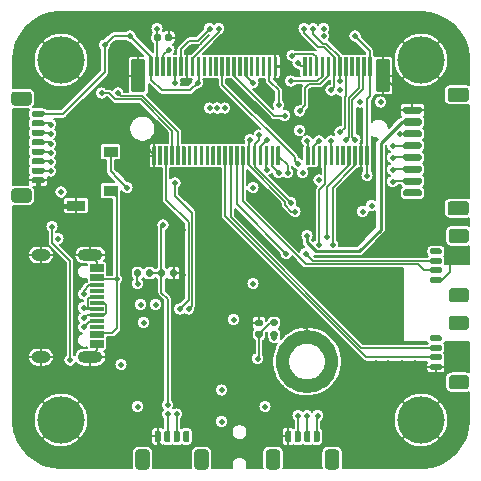
<source format=gbr>
%TF.GenerationSoftware,KiCad,Pcbnew,(5.1.10)-1*%
%TF.CreationDate,2022-07-29T22:32:46-04:00*%
%TF.ProjectId,MicroMod_Extension,4d696372-6f4d-46f6-945f-457874656e73,rev?*%
%TF.SameCoordinates,Original*%
%TF.FileFunction,Copper,L4,Bot*%
%TF.FilePolarity,Positive*%
%FSLAX46Y46*%
G04 Gerber Fmt 4.6, Leading zero omitted, Abs format (unit mm)*
G04 Created by KiCad (PCBNEW (5.1.10)-1) date 2022-07-29 22:32:46*
%MOMM*%
%LPD*%
G01*
G04 APERTURE LIST*
%TA.AperFunction,SMDPad,CuDef*%
%ADD10C,0.750000*%
%TD*%
%TA.AperFunction,SMDPad,CuDef*%
%ADD11C,0.100000*%
%TD*%
%TA.AperFunction,ComponentPad*%
%ADD12C,4.000000*%
%TD*%
%TA.AperFunction,SMDPad,CuDef*%
%ADD13R,1.600000X0.900000*%
%TD*%
%TA.AperFunction,ComponentPad*%
%ADD14C,0.600000*%
%TD*%
%TA.AperFunction,SMDPad,CuDef*%
%ADD15R,1.200000X0.900000*%
%TD*%
%TA.AperFunction,SMDPad,CuDef*%
%ADD16R,1.150000X0.300000*%
%TD*%
%TA.AperFunction,ComponentPad*%
%ADD17O,1.600000X1.000000*%
%TD*%
%TA.AperFunction,ComponentPad*%
%ADD18O,2.100000X1.000000*%
%TD*%
%TA.AperFunction,ViaPad*%
%ADD19C,0.508000*%
%TD*%
%TA.AperFunction,Conductor*%
%ADD20C,0.127000*%
%TD*%
%TA.AperFunction,Conductor*%
%ADD21C,0.381000*%
%TD*%
%TA.AperFunction,Conductor*%
%ADD22C,0.203200*%
%TD*%
%TA.AperFunction,Conductor*%
%ADD23C,0.293370*%
%TD*%
%TA.AperFunction,Conductor*%
%ADD24C,0.200000*%
%TD*%
%TA.AperFunction,Conductor*%
%ADD25C,0.100000*%
%TD*%
G04 APERTURE END LIST*
%TO.P,J1,75*%
%TO.N,/VCC*%
%TA.AperFunction,SMDPad,CuDef*%
G36*
G01*
X137331000Y-48036000D02*
X137331000Y-49574000D01*
G75*
G02*
X137325000Y-49580000I-6000J0D01*
G01*
X137037000Y-49580000D01*
G75*
G02*
X137031000Y-49574000I0J6000D01*
G01*
X137031000Y-48036000D01*
G75*
G02*
X137037000Y-48030000I6000J0D01*
G01*
X137325000Y-48030000D01*
G75*
G02*
X137331000Y-48036000I0J-6000D01*
G01*
G37*
%TD.AperFunction*%
%TO.P,J1,74*%
%TO.N,GND*%
%TA.AperFunction,SMDPad,CuDef*%
G36*
G01*
X137581000Y-55586000D02*
X137581000Y-57124000D01*
G75*
G02*
X137575000Y-57130000I-6000J0D01*
G01*
X137287000Y-57130000D01*
G75*
G02*
X137281000Y-57124000I0J6000D01*
G01*
X137281000Y-55586000D01*
G75*
G02*
X137287000Y-55580000I6000J0D01*
G01*
X137575000Y-55580000D01*
G75*
G02*
X137581000Y-55586000I0J-6000D01*
G01*
G37*
%TD.AperFunction*%
%TO.P,J1,73*%
%TO.N,/VCC_NRF*%
%TA.AperFunction,SMDPad,CuDef*%
G36*
G01*
X137831000Y-48036000D02*
X137831000Y-49574000D01*
G75*
G02*
X137825000Y-49580000I-6000J0D01*
G01*
X137537000Y-49580000D01*
G75*
G02*
X137531000Y-49574000I0J6000D01*
G01*
X137531000Y-48036000D01*
G75*
G02*
X137537000Y-48030000I6000J0D01*
G01*
X137825000Y-48030000D01*
G75*
G02*
X137831000Y-48036000I0J-6000D01*
G01*
G37*
%TD.AperFunction*%
%TO.P,J1,72*%
%TO.N,/B9*%
%TA.AperFunction,SMDPad,CuDef*%
G36*
G01*
X138081000Y-55586000D02*
X138081000Y-57124000D01*
G75*
G02*
X138075000Y-57130000I-6000J0D01*
G01*
X137787000Y-57130000D01*
G75*
G02*
X137781000Y-57124000I0J6000D01*
G01*
X137781000Y-55586000D01*
G75*
G02*
X137787000Y-55580000I6000J0D01*
G01*
X138075000Y-55580000D01*
G75*
G02*
X138081000Y-55586000I0J-6000D01*
G01*
G37*
%TD.AperFunction*%
%TO.P,J1,71*%
%TO.N,/MOTOR3*%
%TA.AperFunction,SMDPad,CuDef*%
G36*
G01*
X138331000Y-48036000D02*
X138331000Y-49574000D01*
G75*
G02*
X138325000Y-49580000I-6000J0D01*
G01*
X138037000Y-49580000D01*
G75*
G02*
X138031000Y-49574000I0J6000D01*
G01*
X138031000Y-48036000D01*
G75*
G02*
X138037000Y-48030000I6000J0D01*
G01*
X138325000Y-48030000D01*
G75*
G02*
X138331000Y-48036000I0J-6000D01*
G01*
G37*
%TD.AperFunction*%
%TO.P,J1,70*%
%TO.N,/STM_BOOT0*%
%TA.AperFunction,SMDPad,CuDef*%
G36*
G01*
X138581000Y-55586000D02*
X138581000Y-57124000D01*
G75*
G02*
X138575000Y-57130000I-6000J0D01*
G01*
X138287000Y-57130000D01*
G75*
G02*
X138281000Y-57124000I0J6000D01*
G01*
X138281000Y-55586000D01*
G75*
G02*
X138287000Y-55580000I6000J0D01*
G01*
X138575000Y-55580000D01*
G75*
G02*
X138581000Y-55586000I0J-6000D01*
G01*
G37*
%TD.AperFunction*%
%TO.P,J1,69*%
%TO.N,/STM_SWO*%
%TA.AperFunction,SMDPad,CuDef*%
G36*
G01*
X138831000Y-48036000D02*
X138831000Y-49574000D01*
G75*
G02*
X138825000Y-49580000I-6000J0D01*
G01*
X138537000Y-49580000D01*
G75*
G02*
X138531000Y-49574000I0J6000D01*
G01*
X138531000Y-48036000D01*
G75*
G02*
X138537000Y-48030000I6000J0D01*
G01*
X138825000Y-48030000D01*
G75*
G02*
X138831000Y-48036000I0J-6000D01*
G01*
G37*
%TD.AperFunction*%
%TO.P,J1,68*%
%TO.N,/RED_L*%
%TA.AperFunction,SMDPad,CuDef*%
G36*
G01*
X139081000Y-55586000D02*
X139081000Y-57124000D01*
G75*
G02*
X139075000Y-57130000I-6000J0D01*
G01*
X138787000Y-57130000D01*
G75*
G02*
X138781000Y-57124000I0J6000D01*
G01*
X138781000Y-55586000D01*
G75*
G02*
X138787000Y-55580000I6000J0D01*
G01*
X139075000Y-55580000D01*
G75*
G02*
X139081000Y-55586000I0J-6000D01*
G01*
G37*
%TD.AperFunction*%
%TO.P,J1,67*%
%TO.N,/STM_NRST*%
%TA.AperFunction,SMDPad,CuDef*%
G36*
G01*
X139331000Y-48036000D02*
X139331000Y-49574000D01*
G75*
G02*
X139325000Y-49580000I-6000J0D01*
G01*
X139037000Y-49580000D01*
G75*
G02*
X139031000Y-49574000I0J6000D01*
G01*
X139031000Y-48036000D01*
G75*
G02*
X139037000Y-48030000I6000J0D01*
G01*
X139325000Y-48030000D01*
G75*
G02*
X139331000Y-48036000I0J-6000D01*
G01*
G37*
%TD.AperFunction*%
%TO.P,J1,66*%
%TO.N,/GREEN_L*%
%TA.AperFunction,SMDPad,CuDef*%
G36*
G01*
X139581000Y-55586000D02*
X139581000Y-57124000D01*
G75*
G02*
X139575000Y-57130000I-6000J0D01*
G01*
X139287000Y-57130000D01*
G75*
G02*
X139281000Y-57124000I0J6000D01*
G01*
X139281000Y-55586000D01*
G75*
G02*
X139287000Y-55580000I6000J0D01*
G01*
X139575000Y-55580000D01*
G75*
G02*
X139581000Y-55586000I0J-6000D01*
G01*
G37*
%TD.AperFunction*%
%TO.P,J1,65*%
%TO.N,/STM_SWIO*%
%TA.AperFunction,SMDPad,CuDef*%
G36*
G01*
X139831000Y-48036000D02*
X139831000Y-49574000D01*
G75*
G02*
X139825000Y-49580000I-6000J0D01*
G01*
X139537000Y-49580000D01*
G75*
G02*
X139531000Y-49574000I0J6000D01*
G01*
X139531000Y-48036000D01*
G75*
G02*
X139537000Y-48030000I6000J0D01*
G01*
X139825000Y-48030000D01*
G75*
G02*
X139831000Y-48036000I0J-6000D01*
G01*
G37*
%TD.AperFunction*%
%TO.P,J1,64*%
%TO.N,Net-(J1-Pad64)*%
%TA.AperFunction,SMDPad,CuDef*%
G36*
G01*
X140081000Y-55586000D02*
X140081000Y-57124000D01*
G75*
G02*
X140075000Y-57130000I-6000J0D01*
G01*
X139787000Y-57130000D01*
G75*
G02*
X139781000Y-57124000I0J6000D01*
G01*
X139781000Y-55586000D01*
G75*
G02*
X139787000Y-55580000I6000J0D01*
G01*
X140075000Y-55580000D01*
G75*
G02*
X140081000Y-55586000I0J-6000D01*
G01*
G37*
%TD.AperFunction*%
%TO.P,J1,63*%
%TO.N,GND*%
%TA.AperFunction,SMDPad,CuDef*%
G36*
G01*
X140331000Y-48036000D02*
X140331000Y-49574000D01*
G75*
G02*
X140325000Y-49580000I-6000J0D01*
G01*
X140037000Y-49580000D01*
G75*
G02*
X140031000Y-49574000I0J6000D01*
G01*
X140031000Y-48036000D01*
G75*
G02*
X140037000Y-48030000I6000J0D01*
G01*
X140325000Y-48030000D01*
G75*
G02*
X140331000Y-48036000I0J-6000D01*
G01*
G37*
%TD.AperFunction*%
%TO.P,J1,62*%
%TO.N,Net-(J1-Pad62)*%
%TA.AperFunction,SMDPad,CuDef*%
G36*
G01*
X140581000Y-55586000D02*
X140581000Y-57124000D01*
G75*
G02*
X140575000Y-57130000I-6000J0D01*
G01*
X140287000Y-57130000D01*
G75*
G02*
X140281000Y-57124000I0J6000D01*
G01*
X140281000Y-55586000D01*
G75*
G02*
X140287000Y-55580000I6000J0D01*
G01*
X140575000Y-55580000D01*
G75*
G02*
X140581000Y-55586000I0J-6000D01*
G01*
G37*
%TD.AperFunction*%
%TO.P,J1,61*%
%TO.N,/STM_SWCLK*%
%TA.AperFunction,SMDPad,CuDef*%
G36*
G01*
X140831000Y-48036000D02*
X140831000Y-49574000D01*
G75*
G02*
X140825000Y-49580000I-6000J0D01*
G01*
X140537000Y-49580000D01*
G75*
G02*
X140531000Y-49574000I0J6000D01*
G01*
X140531000Y-48036000D01*
G75*
G02*
X140537000Y-48030000I6000J0D01*
G01*
X140825000Y-48030000D01*
G75*
G02*
X140831000Y-48036000I0J-6000D01*
G01*
G37*
%TD.AperFunction*%
%TO.P,J1,60*%
%TO.N,Net-(J1-Pad60)*%
%TA.AperFunction,SMDPad,CuDef*%
G36*
G01*
X141081000Y-55586000D02*
X141081000Y-57124000D01*
G75*
G02*
X141075000Y-57130000I-6000J0D01*
G01*
X140787000Y-57130000D01*
G75*
G02*
X140781000Y-57124000I0J6000D01*
G01*
X140781000Y-55586000D01*
G75*
G02*
X140787000Y-55580000I6000J0D01*
G01*
X141075000Y-55580000D01*
G75*
G02*
X141081000Y-55586000I0J-6000D01*
G01*
G37*
%TD.AperFunction*%
%TO.P,J1,59*%
%TO.N,/VCC*%
%TA.AperFunction,SMDPad,CuDef*%
G36*
G01*
X141331000Y-48036000D02*
X141331000Y-49574000D01*
G75*
G02*
X141325000Y-49580000I-6000J0D01*
G01*
X141037000Y-49580000D01*
G75*
G02*
X141031000Y-49574000I0J6000D01*
G01*
X141031000Y-48036000D01*
G75*
G02*
X141037000Y-48030000I6000J0D01*
G01*
X141325000Y-48030000D01*
G75*
G02*
X141331000Y-48036000I0J-6000D01*
G01*
G37*
%TD.AperFunction*%
%TO.P,J1,58*%
%TO.N,Net-(J1-Pad58)*%
%TA.AperFunction,SMDPad,CuDef*%
G36*
G01*
X141581000Y-55586000D02*
X141581000Y-57124000D01*
G75*
G02*
X141575000Y-57130000I-6000J0D01*
G01*
X141287000Y-57130000D01*
G75*
G02*
X141281000Y-57124000I0J6000D01*
G01*
X141281000Y-55586000D01*
G75*
G02*
X141287000Y-55580000I6000J0D01*
G01*
X141575000Y-55580000D01*
G75*
G02*
X141581000Y-55586000I0J-6000D01*
G01*
G37*
%TD.AperFunction*%
%TO.P,J1,57*%
%TO.N,Net-(J1-Pad57)*%
%TA.AperFunction,SMDPad,CuDef*%
G36*
G01*
X141831000Y-48036000D02*
X141831000Y-49574000D01*
G75*
G02*
X141825000Y-49580000I-6000J0D01*
G01*
X141537000Y-49580000D01*
G75*
G02*
X141531000Y-49574000I0J6000D01*
G01*
X141531000Y-48036000D01*
G75*
G02*
X141537000Y-48030000I6000J0D01*
G01*
X141825000Y-48030000D01*
G75*
G02*
X141831000Y-48036000I0J-6000D01*
G01*
G37*
%TD.AperFunction*%
%TO.P,J1,56*%
%TO.N,Net-(J1-Pad56)*%
%TA.AperFunction,SMDPad,CuDef*%
G36*
G01*
X142081000Y-55586000D02*
X142081000Y-57124000D01*
G75*
G02*
X142075000Y-57130000I-6000J0D01*
G01*
X141787000Y-57130000D01*
G75*
G02*
X141781000Y-57124000I0J6000D01*
G01*
X141781000Y-55586000D01*
G75*
G02*
X141787000Y-55580000I6000J0D01*
G01*
X142075000Y-55580000D01*
G75*
G02*
X142081000Y-55586000I0J-6000D01*
G01*
G37*
%TD.AperFunction*%
%TO.P,J1,55*%
%TO.N,Net-(J1-Pad55)*%
%TA.AperFunction,SMDPad,CuDef*%
G36*
G01*
X142331000Y-48036000D02*
X142331000Y-49574000D01*
G75*
G02*
X142325000Y-49580000I-6000J0D01*
G01*
X142037000Y-49580000D01*
G75*
G02*
X142031000Y-49574000I0J6000D01*
G01*
X142031000Y-48036000D01*
G75*
G02*
X142037000Y-48030000I6000J0D01*
G01*
X142325000Y-48030000D01*
G75*
G02*
X142331000Y-48036000I0J-6000D01*
G01*
G37*
%TD.AperFunction*%
%TO.P,J1,54*%
%TO.N,/C15*%
%TA.AperFunction,SMDPad,CuDef*%
G36*
G01*
X142581000Y-55586000D02*
X142581000Y-57124000D01*
G75*
G02*
X142575000Y-57130000I-6000J0D01*
G01*
X142287000Y-57130000D01*
G75*
G02*
X142281000Y-57124000I0J6000D01*
G01*
X142281000Y-55586000D01*
G75*
G02*
X142287000Y-55580000I6000J0D01*
G01*
X142575000Y-55580000D01*
G75*
G02*
X142581000Y-55586000I0J-6000D01*
G01*
G37*
%TD.AperFunction*%
%TO.P,J1,53*%
%TO.N,Net-(J1-Pad53)*%
%TA.AperFunction,SMDPad,CuDef*%
G36*
G01*
X142831000Y-48036000D02*
X142831000Y-49574000D01*
G75*
G02*
X142825000Y-49580000I-6000J0D01*
G01*
X142537000Y-49580000D01*
G75*
G02*
X142531000Y-49574000I0J6000D01*
G01*
X142531000Y-48036000D01*
G75*
G02*
X142537000Y-48030000I6000J0D01*
G01*
X142825000Y-48030000D01*
G75*
G02*
X142831000Y-48036000I0J-6000D01*
G01*
G37*
%TD.AperFunction*%
%TO.P,J1,52*%
%TO.N,/C12*%
%TA.AperFunction,SMDPad,CuDef*%
G36*
G01*
X143081000Y-55586000D02*
X143081000Y-57124000D01*
G75*
G02*
X143075000Y-57130000I-6000J0D01*
G01*
X142787000Y-57130000D01*
G75*
G02*
X142781000Y-57124000I0J6000D01*
G01*
X142781000Y-55586000D01*
G75*
G02*
X142787000Y-55580000I6000J0D01*
G01*
X143075000Y-55580000D01*
G75*
G02*
X143081000Y-55586000I0J-6000D01*
G01*
G37*
%TD.AperFunction*%
%TO.P,J1,51*%
%TO.N,/MOTOR4*%
%TA.AperFunction,SMDPad,CuDef*%
G36*
G01*
X143331000Y-48036000D02*
X143331000Y-49574000D01*
G75*
G02*
X143325000Y-49580000I-6000J0D01*
G01*
X143037000Y-49580000D01*
G75*
G02*
X143031000Y-49574000I0J6000D01*
G01*
X143031000Y-48036000D01*
G75*
G02*
X143037000Y-48030000I6000J0D01*
G01*
X143325000Y-48030000D01*
G75*
G02*
X143331000Y-48036000I0J-6000D01*
G01*
G37*
%TD.AperFunction*%
%TO.P,J1,50*%
%TO.N,/E_TX2*%
%TA.AperFunction,SMDPad,CuDef*%
G36*
G01*
X143581000Y-55586000D02*
X143581000Y-57124000D01*
G75*
G02*
X143575000Y-57130000I-6000J0D01*
G01*
X143287000Y-57130000D01*
G75*
G02*
X143281000Y-57124000I0J6000D01*
G01*
X143281000Y-55586000D01*
G75*
G02*
X143287000Y-55580000I6000J0D01*
G01*
X143575000Y-55580000D01*
G75*
G02*
X143581000Y-55586000I0J-6000D01*
G01*
G37*
%TD.AperFunction*%
%TO.P,J1,49*%
%TO.N,/B5*%
%TA.AperFunction,SMDPad,CuDef*%
G36*
G01*
X143831000Y-48036000D02*
X143831000Y-49574000D01*
G75*
G02*
X143825000Y-49580000I-6000J0D01*
G01*
X143537000Y-49580000D01*
G75*
G02*
X143531000Y-49574000I0J6000D01*
G01*
X143531000Y-48036000D01*
G75*
G02*
X143537000Y-48030000I6000J0D01*
G01*
X143825000Y-48030000D01*
G75*
G02*
X143831000Y-48036000I0J-6000D01*
G01*
G37*
%TD.AperFunction*%
%TO.P,J1,48*%
%TO.N,/E_RX2*%
%TA.AperFunction,SMDPad,CuDef*%
G36*
G01*
X144081000Y-55586000D02*
X144081000Y-57124000D01*
G75*
G02*
X144075000Y-57130000I-6000J0D01*
G01*
X143787000Y-57130000D01*
G75*
G02*
X143781000Y-57124000I0J6000D01*
G01*
X143781000Y-55586000D01*
G75*
G02*
X143787000Y-55580000I6000J0D01*
G01*
X144075000Y-55580000D01*
G75*
G02*
X144081000Y-55586000I0J-6000D01*
G01*
G37*
%TD.AperFunction*%
%TO.P,J1,47*%
%TO.N,/C13*%
%TA.AperFunction,SMDPad,CuDef*%
G36*
G01*
X144331000Y-48036000D02*
X144331000Y-49574000D01*
G75*
G02*
X144325000Y-49580000I-6000J0D01*
G01*
X144037000Y-49580000D01*
G75*
G02*
X144031000Y-49574000I0J6000D01*
G01*
X144031000Y-48036000D01*
G75*
G02*
X144037000Y-48030000I6000J0D01*
G01*
X144325000Y-48030000D01*
G75*
G02*
X144331000Y-48036000I0J-6000D01*
G01*
G37*
%TD.AperFunction*%
%TO.P,J1,46*%
%TO.N,/E_RX1*%
%TA.AperFunction,SMDPad,CuDef*%
G36*
G01*
X144581000Y-55586000D02*
X144581000Y-57124000D01*
G75*
G02*
X144575000Y-57130000I-6000J0D01*
G01*
X144287000Y-57130000D01*
G75*
G02*
X144281000Y-57124000I0J6000D01*
G01*
X144281000Y-55586000D01*
G75*
G02*
X144287000Y-55580000I6000J0D01*
G01*
X144575000Y-55580000D01*
G75*
G02*
X144581000Y-55586000I0J-6000D01*
G01*
G37*
%TD.AperFunction*%
%TO.P,J1,45*%
%TO.N,/A0*%
%TA.AperFunction,SMDPad,CuDef*%
G36*
G01*
X144831000Y-48036000D02*
X144831000Y-49574000D01*
G75*
G02*
X144825000Y-49580000I-6000J0D01*
G01*
X144537000Y-49580000D01*
G75*
G02*
X144531000Y-49574000I0J6000D01*
G01*
X144531000Y-48036000D01*
G75*
G02*
X144537000Y-48030000I6000J0D01*
G01*
X144825000Y-48030000D01*
G75*
G02*
X144831000Y-48036000I0J-6000D01*
G01*
G37*
%TD.AperFunction*%
%TO.P,J1,44*%
%TO.N,/E_TX1*%
%TA.AperFunction,SMDPad,CuDef*%
G36*
G01*
X145081000Y-55586000D02*
X145081000Y-57124000D01*
G75*
G02*
X145075000Y-57130000I-6000J0D01*
G01*
X144787000Y-57130000D01*
G75*
G02*
X144781000Y-57124000I0J6000D01*
G01*
X144781000Y-55586000D01*
G75*
G02*
X144787000Y-55580000I6000J0D01*
G01*
X145075000Y-55580000D01*
G75*
G02*
X145081000Y-55586000I0J-6000D01*
G01*
G37*
%TD.AperFunction*%
%TO.P,J1,43*%
%TO.N,/C4*%
%TA.AperFunction,SMDPad,CuDef*%
G36*
G01*
X145331000Y-48036000D02*
X145331000Y-49574000D01*
G75*
G02*
X145325000Y-49580000I-6000J0D01*
G01*
X145037000Y-49580000D01*
G75*
G02*
X145031000Y-49574000I0J6000D01*
G01*
X145031000Y-48036000D01*
G75*
G02*
X145037000Y-48030000I6000J0D01*
G01*
X145325000Y-48030000D01*
G75*
G02*
X145331000Y-48036000I0J-6000D01*
G01*
G37*
%TD.AperFunction*%
%TO.P,J1,42*%
%TO.N,/E_SDA*%
%TA.AperFunction,SMDPad,CuDef*%
G36*
G01*
X145581000Y-55586000D02*
X145581000Y-57124000D01*
G75*
G02*
X145575000Y-57130000I-6000J0D01*
G01*
X145287000Y-57130000D01*
G75*
G02*
X145281000Y-57124000I0J6000D01*
G01*
X145281000Y-55586000D01*
G75*
G02*
X145287000Y-55580000I6000J0D01*
G01*
X145575000Y-55580000D01*
G75*
G02*
X145581000Y-55586000I0J-6000D01*
G01*
G37*
%TD.AperFunction*%
%TO.P,J1,41*%
%TO.N,/C5*%
%TA.AperFunction,SMDPad,CuDef*%
G36*
G01*
X145831000Y-48036000D02*
X145831000Y-49574000D01*
G75*
G02*
X145825000Y-49580000I-6000J0D01*
G01*
X145537000Y-49580000D01*
G75*
G02*
X145531000Y-49574000I0J6000D01*
G01*
X145531000Y-48036000D01*
G75*
G02*
X145537000Y-48030000I6000J0D01*
G01*
X145825000Y-48030000D01*
G75*
G02*
X145831000Y-48036000I0J-6000D01*
G01*
G37*
%TD.AperFunction*%
%TO.P,J1,40*%
%TO.N,/E_SCL*%
%TA.AperFunction,SMDPad,CuDef*%
G36*
G01*
X146081000Y-55586000D02*
X146081000Y-57124000D01*
G75*
G02*
X146075000Y-57130000I-6000J0D01*
G01*
X145787000Y-57130000D01*
G75*
G02*
X145781000Y-57124000I0J6000D01*
G01*
X145781000Y-55586000D01*
G75*
G02*
X145787000Y-55580000I6000J0D01*
G01*
X146075000Y-55580000D01*
G75*
G02*
X146081000Y-55586000I0J-6000D01*
G01*
G37*
%TD.AperFunction*%
%TO.P,J1,39*%
%TO.N,/B0*%
%TA.AperFunction,SMDPad,CuDef*%
G36*
G01*
X146331000Y-48036000D02*
X146331000Y-49574000D01*
G75*
G02*
X146325000Y-49580000I-6000J0D01*
G01*
X146037000Y-49580000D01*
G75*
G02*
X146031000Y-49574000I0J6000D01*
G01*
X146031000Y-48036000D01*
G75*
G02*
X146037000Y-48030000I6000J0D01*
G01*
X146325000Y-48030000D01*
G75*
G02*
X146331000Y-48036000I0J-6000D01*
G01*
G37*
%TD.AperFunction*%
%TO.P,J1,38*%
%TO.N,/E_SPI_SCK*%
%TA.AperFunction,SMDPad,CuDef*%
G36*
G01*
X146581000Y-55586000D02*
X146581000Y-57124000D01*
G75*
G02*
X146575000Y-57130000I-6000J0D01*
G01*
X146287000Y-57130000D01*
G75*
G02*
X146281000Y-57124000I0J6000D01*
G01*
X146281000Y-55586000D01*
G75*
G02*
X146287000Y-55580000I6000J0D01*
G01*
X146575000Y-55580000D01*
G75*
G02*
X146581000Y-55586000I0J-6000D01*
G01*
G37*
%TD.AperFunction*%
%TO.P,J1,37*%
%TO.N,/B1*%
%TA.AperFunction,SMDPad,CuDef*%
G36*
G01*
X146831000Y-48036000D02*
X146831000Y-49574000D01*
G75*
G02*
X146825000Y-49580000I-6000J0D01*
G01*
X146537000Y-49580000D01*
G75*
G02*
X146531000Y-49574000I0J6000D01*
G01*
X146531000Y-48036000D01*
G75*
G02*
X146537000Y-48030000I6000J0D01*
G01*
X146825000Y-48030000D01*
G75*
G02*
X146831000Y-48036000I0J-6000D01*
G01*
G37*
%TD.AperFunction*%
%TO.P,J1,36*%
%TO.N,/E_SPI_MISO*%
%TA.AperFunction,SMDPad,CuDef*%
G36*
G01*
X147081000Y-55586000D02*
X147081000Y-57124000D01*
G75*
G02*
X147075000Y-57130000I-6000J0D01*
G01*
X146787000Y-57130000D01*
G75*
G02*
X146781000Y-57124000I0J6000D01*
G01*
X146781000Y-55586000D01*
G75*
G02*
X146787000Y-55580000I6000J0D01*
G01*
X147075000Y-55580000D01*
G75*
G02*
X147081000Y-55586000I0J-6000D01*
G01*
G37*
%TD.AperFunction*%
%TO.P,J1,35*%
%TO.N,/INT_GYR*%
%TA.AperFunction,SMDPad,CuDef*%
G36*
G01*
X147331000Y-48036000D02*
X147331000Y-49574000D01*
G75*
G02*
X147325000Y-49580000I-6000J0D01*
G01*
X147037000Y-49580000D01*
G75*
G02*
X147031000Y-49574000I0J6000D01*
G01*
X147031000Y-48036000D01*
G75*
G02*
X147037000Y-48030000I6000J0D01*
G01*
X147325000Y-48030000D01*
G75*
G02*
X147331000Y-48036000I0J-6000D01*
G01*
G37*
%TD.AperFunction*%
%TO.P,J1,34*%
%TO.N,/E_SPI_MOSI*%
%TA.AperFunction,SMDPad,CuDef*%
G36*
G01*
X147581000Y-55586000D02*
X147581000Y-57124000D01*
G75*
G02*
X147575000Y-57130000I-6000J0D01*
G01*
X147287000Y-57130000D01*
G75*
G02*
X147281000Y-57124000I0J6000D01*
G01*
X147281000Y-55586000D01*
G75*
G02*
X147287000Y-55580000I6000J0D01*
G01*
X147575000Y-55580000D01*
G75*
G02*
X147581000Y-55586000I0J-6000D01*
G01*
G37*
%TD.AperFunction*%
%TO.P,J1,33*%
%TO.N,GND*%
%TA.AperFunction,SMDPad,CuDef*%
G36*
G01*
X147831000Y-48036000D02*
X147831000Y-49574000D01*
G75*
G02*
X147825000Y-49580000I-6000J0D01*
G01*
X147537000Y-49580000D01*
G75*
G02*
X147531000Y-49574000I0J6000D01*
G01*
X147531000Y-48036000D01*
G75*
G02*
X147537000Y-48030000I6000J0D01*
G01*
X147825000Y-48030000D01*
G75*
G02*
X147831000Y-48036000I0J-6000D01*
G01*
G37*
%TD.AperFunction*%
%TO.P,J1,32*%
%TO.N,/B4*%
%TA.AperFunction,SMDPad,CuDef*%
G36*
G01*
X148081000Y-55586000D02*
X148081000Y-57124000D01*
G75*
G02*
X148075000Y-57130000I-6000J0D01*
G01*
X147787000Y-57130000D01*
G75*
G02*
X147781000Y-57124000I0J6000D01*
G01*
X147781000Y-55586000D01*
G75*
G02*
X147787000Y-55580000I6000J0D01*
G01*
X148075000Y-55580000D01*
G75*
G02*
X148081000Y-55586000I0J-6000D01*
G01*
G37*
%TD.AperFunction*%
%TO.P,J1,23*%
%TO.N,/MOTOR2*%
%TA.AperFunction,SMDPad,CuDef*%
G36*
G01*
X150331000Y-48036000D02*
X150331000Y-49574000D01*
G75*
G02*
X150325000Y-49580000I-6000J0D01*
G01*
X150037000Y-49580000D01*
G75*
G02*
X150031000Y-49574000I0J6000D01*
G01*
X150031000Y-48036000D01*
G75*
G02*
X150037000Y-48030000I6000J0D01*
G01*
X150325000Y-48030000D01*
G75*
G02*
X150331000Y-48036000I0J-6000D01*
G01*
G37*
%TD.AperFunction*%
%TO.P,J1,22*%
%TO.N,/RED_R*%
%TA.AperFunction,SMDPad,CuDef*%
G36*
G01*
X150581000Y-55586000D02*
X150581000Y-57124000D01*
G75*
G02*
X150575000Y-57130000I-6000J0D01*
G01*
X150287000Y-57130000D01*
G75*
G02*
X150281000Y-57124000I0J6000D01*
G01*
X150281000Y-55586000D01*
G75*
G02*
X150287000Y-55580000I6000J0D01*
G01*
X150575000Y-55580000D01*
G75*
G02*
X150581000Y-55586000I0J-6000D01*
G01*
G37*
%TD.AperFunction*%
%TO.P,J1,21*%
%TO.N,/B11*%
%TA.AperFunction,SMDPad,CuDef*%
G36*
G01*
X150831000Y-48036000D02*
X150831000Y-49574000D01*
G75*
G02*
X150825000Y-49580000I-6000J0D01*
G01*
X150537000Y-49580000D01*
G75*
G02*
X150531000Y-49574000I0J6000D01*
G01*
X150531000Y-48036000D01*
G75*
G02*
X150537000Y-48030000I6000J0D01*
G01*
X150825000Y-48030000D01*
G75*
G02*
X150831000Y-48036000I0J-6000D01*
G01*
G37*
%TD.AperFunction*%
%TO.P,J1,20*%
%TO.N,/GREEN_R*%
%TA.AperFunction,SMDPad,CuDef*%
G36*
G01*
X151081000Y-55586000D02*
X151081000Y-57124000D01*
G75*
G02*
X151075000Y-57130000I-6000J0D01*
G01*
X150787000Y-57130000D01*
G75*
G02*
X150781000Y-57124000I0J6000D01*
G01*
X150781000Y-55586000D01*
G75*
G02*
X150787000Y-55580000I6000J0D01*
G01*
X151075000Y-55580000D01*
G75*
G02*
X151081000Y-55586000I0J-6000D01*
G01*
G37*
%TD.AperFunction*%
%TO.P,J1,19*%
%TO.N,/SPI2_MOSI*%
%TA.AperFunction,SMDPad,CuDef*%
G36*
G01*
X151331000Y-48036000D02*
X151331000Y-49574000D01*
G75*
G02*
X151325000Y-49580000I-6000J0D01*
G01*
X151037000Y-49580000D01*
G75*
G02*
X151031000Y-49574000I0J6000D01*
G01*
X151031000Y-48036000D01*
G75*
G02*
X151037000Y-48030000I6000J0D01*
G01*
X151325000Y-48030000D01*
G75*
G02*
X151331000Y-48036000I0J-6000D01*
G01*
G37*
%TD.AperFunction*%
%TO.P,J1,18*%
%TO.N,GND*%
%TA.AperFunction,SMDPad,CuDef*%
G36*
G01*
X151581000Y-55586000D02*
X151581000Y-57124000D01*
G75*
G02*
X151575000Y-57130000I-6000J0D01*
G01*
X151287000Y-57130000D01*
G75*
G02*
X151281000Y-57124000I0J6000D01*
G01*
X151281000Y-55586000D01*
G75*
G02*
X151287000Y-55580000I6000J0D01*
G01*
X151575000Y-55580000D01*
G75*
G02*
X151581000Y-55586000I0J-6000D01*
G01*
G37*
%TD.AperFunction*%
%TO.P,J1,17*%
%TO.N,/SPI2_MISO*%
%TA.AperFunction,SMDPad,CuDef*%
G36*
G01*
X151831000Y-48036000D02*
X151831000Y-49574000D01*
G75*
G02*
X151825000Y-49580000I-6000J0D01*
G01*
X151537000Y-49580000D01*
G75*
G02*
X151531000Y-49574000I0J6000D01*
G01*
X151531000Y-48036000D01*
G75*
G02*
X151537000Y-48030000I6000J0D01*
G01*
X151825000Y-48030000D01*
G75*
G02*
X151831000Y-48036000I0J-6000D01*
G01*
G37*
%TD.AperFunction*%
%TO.P,J1,16*%
%TO.N,/NRF_CTRL*%
%TA.AperFunction,SMDPad,CuDef*%
G36*
G01*
X152081000Y-55586000D02*
X152081000Y-57124000D01*
G75*
G02*
X152075000Y-57130000I-6000J0D01*
G01*
X151787000Y-57130000D01*
G75*
G02*
X151781000Y-57124000I0J6000D01*
G01*
X151781000Y-55586000D01*
G75*
G02*
X151787000Y-55580000I6000J0D01*
G01*
X152075000Y-55580000D01*
G75*
G02*
X152081000Y-55586000I0J-6000D01*
G01*
G37*
%TD.AperFunction*%
%TO.P,J1,15*%
%TO.N,/SPI2_SCK*%
%TA.AperFunction,SMDPad,CuDef*%
G36*
G01*
X152331000Y-48036000D02*
X152331000Y-49574000D01*
G75*
G02*
X152325000Y-49580000I-6000J0D01*
G01*
X152037000Y-49580000D01*
G75*
G02*
X152031000Y-49574000I0J6000D01*
G01*
X152031000Y-48036000D01*
G75*
G02*
X152037000Y-48030000I6000J0D01*
G01*
X152325000Y-48030000D01*
G75*
G02*
X152331000Y-48036000I0J-6000D01*
G01*
G37*
%TD.AperFunction*%
%TO.P,J1,14*%
%TO.N,/MOTOR1*%
%TA.AperFunction,SMDPad,CuDef*%
G36*
G01*
X152581000Y-55586000D02*
X152581000Y-57124000D01*
G75*
G02*
X152575000Y-57130000I-6000J0D01*
G01*
X152287000Y-57130000D01*
G75*
G02*
X152281000Y-57124000I0J6000D01*
G01*
X152281000Y-55586000D01*
G75*
G02*
X152287000Y-55580000I6000J0D01*
G01*
X152575000Y-55580000D01*
G75*
G02*
X152581000Y-55586000I0J-6000D01*
G01*
G37*
%TD.AperFunction*%
%TO.P,J1,S2*%
%TO.N,GND*%
%TA.AperFunction,SMDPad,CuDef*%
G36*
G01*
X136681000Y-48313000D02*
X136681000Y-50847000D01*
G75*
G02*
X136573000Y-50955000I-108000J0D01*
G01*
X135589000Y-50955000D01*
G75*
G02*
X135481000Y-50847000I0J108000D01*
G01*
X135481000Y-48313000D01*
G75*
G02*
X135589000Y-48205000I108000J0D01*
G01*
X136573000Y-48205000D01*
G75*
G02*
X136681000Y-48313000I0J-108000D01*
G01*
G37*
%TD.AperFunction*%
%TO.P,J1,S1*%
%TA.AperFunction,SMDPad,CuDef*%
G36*
G01*
X157381000Y-48313000D02*
X157381000Y-50847000D01*
G75*
G02*
X157273000Y-50955000I-108000J0D01*
G01*
X156289000Y-50955000D01*
G75*
G02*
X156181000Y-50847000I0J108000D01*
G01*
X156181000Y-48313000D01*
G75*
G02*
X156289000Y-48205000I108000J0D01*
G01*
X157273000Y-48205000D01*
G75*
G02*
X157381000Y-48313000I0J-108000D01*
G01*
G37*
%TD.AperFunction*%
%TO.P,J1,13*%
%TO.N,/IMU_SCL*%
%TA.AperFunction,SMDPad,CuDef*%
G36*
G01*
X152831000Y-48036000D02*
X152831000Y-49574000D01*
G75*
G02*
X152825000Y-49580000I-6000J0D01*
G01*
X152537000Y-49580000D01*
G75*
G02*
X152531000Y-49574000I0J6000D01*
G01*
X152531000Y-48036000D01*
G75*
G02*
X152537000Y-48030000I6000J0D01*
G01*
X152825000Y-48030000D01*
G75*
G02*
X152831000Y-48036000I0J-6000D01*
G01*
G37*
%TD.AperFunction*%
%TO.P,J1,11*%
%TO.N,/IMU_SDA*%
%TA.AperFunction,SMDPad,CuDef*%
G36*
G01*
X153331000Y-48036000D02*
X153331000Y-49574000D01*
G75*
G02*
X153325000Y-49580000I-6000J0D01*
G01*
X153037000Y-49580000D01*
G75*
G02*
X153031000Y-49574000I0J6000D01*
G01*
X153031000Y-48036000D01*
G75*
G02*
X153037000Y-48030000I6000J0D01*
G01*
X153325000Y-48030000D01*
G75*
G02*
X153331000Y-48036000I0J-6000D01*
G01*
G37*
%TD.AperFunction*%
%TO.P,J1,9*%
%TO.N,VBUS*%
%TA.AperFunction,SMDPad,CuDef*%
G36*
G01*
X153831000Y-48036000D02*
X153831000Y-49574000D01*
G75*
G02*
X153825000Y-49580000I-6000J0D01*
G01*
X153537000Y-49580000D01*
G75*
G02*
X153531000Y-49574000I0J6000D01*
G01*
X153531000Y-48036000D01*
G75*
G02*
X153537000Y-48030000I6000J0D01*
G01*
X153825000Y-48030000D01*
G75*
G02*
X153831000Y-48036000I0J-6000D01*
G01*
G37*
%TD.AperFunction*%
%TO.P,J1,7*%
%TO.N,/OTG_FS_ID*%
%TA.AperFunction,SMDPad,CuDef*%
G36*
G01*
X154331000Y-48036000D02*
X154331000Y-49574000D01*
G75*
G02*
X154325000Y-49580000I-6000J0D01*
G01*
X154037000Y-49580000D01*
G75*
G02*
X154031000Y-49574000I0J6000D01*
G01*
X154031000Y-48036000D01*
G75*
G02*
X154037000Y-48030000I6000J0D01*
G01*
X154325000Y-48030000D01*
G75*
G02*
X154331000Y-48036000I0J-6000D01*
G01*
G37*
%TD.AperFunction*%
%TO.P,J1,5*%
%TO.N,/OTG_FS_D-*%
%TA.AperFunction,SMDPad,CuDef*%
G36*
G01*
X154831000Y-48036000D02*
X154831000Y-49574000D01*
G75*
G02*
X154825000Y-49580000I-6000J0D01*
G01*
X154537000Y-49580000D01*
G75*
G02*
X154531000Y-49574000I0J6000D01*
G01*
X154531000Y-48036000D01*
G75*
G02*
X154537000Y-48030000I6000J0D01*
G01*
X154825000Y-48030000D01*
G75*
G02*
X154831000Y-48036000I0J-6000D01*
G01*
G37*
%TD.AperFunction*%
%TO.P,J1,3*%
%TO.N,/OTG_FS_D+*%
%TA.AperFunction,SMDPad,CuDef*%
G36*
G01*
X155331000Y-48036000D02*
X155331000Y-49574000D01*
G75*
G02*
X155325000Y-49580000I-6000J0D01*
G01*
X155037000Y-49580000D01*
G75*
G02*
X155031000Y-49574000I0J6000D01*
G01*
X155031000Y-48036000D01*
G75*
G02*
X155037000Y-48030000I6000J0D01*
G01*
X155325000Y-48030000D01*
G75*
G02*
X155331000Y-48036000I0J-6000D01*
G01*
G37*
%TD.AperFunction*%
%TO.P,J1,1*%
%TO.N,/VCC*%
%TA.AperFunction,SMDPad,CuDef*%
G36*
G01*
X155831000Y-48036000D02*
X155831000Y-49574000D01*
G75*
G02*
X155825000Y-49580000I-6000J0D01*
G01*
X155537000Y-49580000D01*
G75*
G02*
X155531000Y-49574000I0J6000D01*
G01*
X155531000Y-48036000D01*
G75*
G02*
X155537000Y-48030000I6000J0D01*
G01*
X155825000Y-48030000D01*
G75*
G02*
X155831000Y-48036000I0J-6000D01*
G01*
G37*
%TD.AperFunction*%
%TO.P,J1,2*%
%TA.AperFunction,SMDPad,CuDef*%
G36*
G01*
X155581000Y-55586000D02*
X155581000Y-57124000D01*
G75*
G02*
X155575000Y-57130000I-6000J0D01*
G01*
X155287000Y-57130000D01*
G75*
G02*
X155281000Y-57124000I0J6000D01*
G01*
X155281000Y-55586000D01*
G75*
G02*
X155287000Y-55580000I6000J0D01*
G01*
X155575000Y-55580000D01*
G75*
G02*
X155581000Y-55586000I0J-6000D01*
G01*
G37*
%TD.AperFunction*%
%TO.P,J1,4*%
%TO.N,GND*%
%TA.AperFunction,SMDPad,CuDef*%
G36*
G01*
X155081000Y-55586000D02*
X155081000Y-57124000D01*
G75*
G02*
X155075000Y-57130000I-6000J0D01*
G01*
X154787000Y-57130000D01*
G75*
G02*
X154781000Y-57124000I0J6000D01*
G01*
X154781000Y-55586000D01*
G75*
G02*
X154787000Y-55580000I6000J0D01*
G01*
X155075000Y-55580000D01*
G75*
G02*
X155081000Y-55586000I0J-6000D01*
G01*
G37*
%TD.AperFunction*%
%TO.P,J1,6*%
%TO.N,/NRF_TX*%
%TA.AperFunction,SMDPad,CuDef*%
G36*
G01*
X154581000Y-55586000D02*
X154581000Y-57124000D01*
G75*
G02*
X154575000Y-57130000I-6000J0D01*
G01*
X154287000Y-57130000D01*
G75*
G02*
X154281000Y-57124000I0J6000D01*
G01*
X154281000Y-55586000D01*
G75*
G02*
X154287000Y-55580000I6000J0D01*
G01*
X154575000Y-55580000D01*
G75*
G02*
X154581000Y-55586000I0J-6000D01*
G01*
G37*
%TD.AperFunction*%
%TO.P,J1,8*%
%TO.N,/NRF_RX*%
%TA.AperFunction,SMDPad,CuDef*%
G36*
G01*
X154081000Y-55586000D02*
X154081000Y-57124000D01*
G75*
G02*
X154075000Y-57130000I-6000J0D01*
G01*
X153787000Y-57130000D01*
G75*
G02*
X153781000Y-57124000I0J6000D01*
G01*
X153781000Y-55586000D01*
G75*
G02*
X153787000Y-55580000I6000J0D01*
G01*
X154075000Y-55580000D01*
G75*
G02*
X154081000Y-55586000I0J-6000D01*
G01*
G37*
%TD.AperFunction*%
%TO.P,J1,10*%
%TO.N,/C8*%
%TA.AperFunction,SMDPad,CuDef*%
G36*
G01*
X153581000Y-55586000D02*
X153581000Y-57124000D01*
G75*
G02*
X153575000Y-57130000I-6000J0D01*
G01*
X153287000Y-57130000D01*
G75*
G02*
X153281000Y-57124000I0J6000D01*
G01*
X153281000Y-55586000D01*
G75*
G02*
X153287000Y-55580000I6000J0D01*
G01*
X153575000Y-55580000D01*
G75*
G02*
X153581000Y-55586000I0J-6000D01*
G01*
G37*
%TD.AperFunction*%
%TO.P,J1,12*%
%TO.N,/B12*%
%TA.AperFunction,SMDPad,CuDef*%
G36*
G01*
X153081000Y-55586000D02*
X153081000Y-57124000D01*
G75*
G02*
X153075000Y-57130000I-6000J0D01*
G01*
X152787000Y-57130000D01*
G75*
G02*
X152781000Y-57124000I0J6000D01*
G01*
X152781000Y-55586000D01*
G75*
G02*
X152787000Y-55580000I6000J0D01*
G01*
X153075000Y-55580000D01*
G75*
G02*
X153081000Y-55586000I0J-6000D01*
G01*
G37*
%TD.AperFunction*%
%TD*%
%TO.P,J5,MP*%
%TO.N,N/C*%
%TA.AperFunction,SMDPad,CuDef*%
G36*
G01*
X162514999Y-60207000D02*
X163815001Y-60207000D01*
G75*
G02*
X164065000Y-60456999I0J-249999D01*
G01*
X164065000Y-61157001D01*
G75*
G02*
X163815001Y-61407000I-249999J0D01*
G01*
X162514999Y-61407000D01*
G75*
G02*
X162265000Y-61157001I0J249999D01*
G01*
X162265000Y-60456999D01*
G75*
G02*
X162514999Y-60207000I249999J0D01*
G01*
G37*
%TD.AperFunction*%
%TA.AperFunction,SMDPad,CuDef*%
G36*
G01*
X162514999Y-50607000D02*
X163815001Y-50607000D01*
G75*
G02*
X164065000Y-50856999I0J-249999D01*
G01*
X164065000Y-51557001D01*
G75*
G02*
X163815001Y-51807000I-249999J0D01*
G01*
X162514999Y-51807000D01*
G75*
G02*
X162265000Y-51557001I0J249999D01*
G01*
X162265000Y-50856999D01*
G75*
G02*
X162514999Y-50607000I249999J0D01*
G01*
G37*
%TD.AperFunction*%
%TO.P,J5,8*%
%TO.N,Net-(J5-Pad8)*%
%TA.AperFunction,SMDPad,CuDef*%
G36*
G01*
X158665000Y-59207000D02*
X159915000Y-59207000D01*
G75*
G02*
X160065000Y-59357000I0J-150000D01*
G01*
X160065000Y-59657000D01*
G75*
G02*
X159915000Y-59807000I-150000J0D01*
G01*
X158665000Y-59807000D01*
G75*
G02*
X158515000Y-59657000I0J150000D01*
G01*
X158515000Y-59357000D01*
G75*
G02*
X158665000Y-59207000I150000J0D01*
G01*
G37*
%TD.AperFunction*%
%TO.P,J5,7*%
%TO.N,/C4*%
%TA.AperFunction,SMDPad,CuDef*%
G36*
G01*
X158665000Y-58207000D02*
X159915000Y-58207000D01*
G75*
G02*
X160065000Y-58357000I0J-150000D01*
G01*
X160065000Y-58657000D01*
G75*
G02*
X159915000Y-58807000I-150000J0D01*
G01*
X158665000Y-58807000D01*
G75*
G02*
X158515000Y-58657000I0J150000D01*
G01*
X158515000Y-58357000D01*
G75*
G02*
X158665000Y-58207000I150000J0D01*
G01*
G37*
%TD.AperFunction*%
%TO.P,J5,6*%
%TO.N,/MOTOR4*%
%TA.AperFunction,SMDPad,CuDef*%
G36*
G01*
X158665000Y-57207000D02*
X159915000Y-57207000D01*
G75*
G02*
X160065000Y-57357000I0J-150000D01*
G01*
X160065000Y-57657000D01*
G75*
G02*
X159915000Y-57807000I-150000J0D01*
G01*
X158665000Y-57807000D01*
G75*
G02*
X158515000Y-57657000I0J150000D01*
G01*
X158515000Y-57357000D01*
G75*
G02*
X158665000Y-57207000I150000J0D01*
G01*
G37*
%TD.AperFunction*%
%TO.P,J5,5*%
%TO.N,/MOTOR3*%
%TA.AperFunction,SMDPad,CuDef*%
G36*
G01*
X158665000Y-56207000D02*
X159915000Y-56207000D01*
G75*
G02*
X160065000Y-56357000I0J-150000D01*
G01*
X160065000Y-56657000D01*
G75*
G02*
X159915000Y-56807000I-150000J0D01*
G01*
X158665000Y-56807000D01*
G75*
G02*
X158515000Y-56657000I0J150000D01*
G01*
X158515000Y-56357000D01*
G75*
G02*
X158665000Y-56207000I150000J0D01*
G01*
G37*
%TD.AperFunction*%
%TO.P,J5,4*%
%TO.N,/MOTOR1*%
%TA.AperFunction,SMDPad,CuDef*%
G36*
G01*
X158665000Y-55207000D02*
X159915000Y-55207000D01*
G75*
G02*
X160065000Y-55357000I0J-150000D01*
G01*
X160065000Y-55657000D01*
G75*
G02*
X159915000Y-55807000I-150000J0D01*
G01*
X158665000Y-55807000D01*
G75*
G02*
X158515000Y-55657000I0J150000D01*
G01*
X158515000Y-55357000D01*
G75*
G02*
X158665000Y-55207000I150000J0D01*
G01*
G37*
%TD.AperFunction*%
%TO.P,J5,3*%
%TO.N,/MOTOR2*%
%TA.AperFunction,SMDPad,CuDef*%
G36*
G01*
X158665000Y-54207000D02*
X159915000Y-54207000D01*
G75*
G02*
X160065000Y-54357000I0J-150000D01*
G01*
X160065000Y-54657000D01*
G75*
G02*
X159915000Y-54807000I-150000J0D01*
G01*
X158665000Y-54807000D01*
G75*
G02*
X158515000Y-54657000I0J150000D01*
G01*
X158515000Y-54357000D01*
G75*
G02*
X158665000Y-54207000I150000J0D01*
G01*
G37*
%TD.AperFunction*%
%TO.P,J5,2*%
%TO.N,BATT*%
%TA.AperFunction,SMDPad,CuDef*%
G36*
G01*
X158665000Y-53207000D02*
X159915000Y-53207000D01*
G75*
G02*
X160065000Y-53357000I0J-150000D01*
G01*
X160065000Y-53657000D01*
G75*
G02*
X159915000Y-53807000I-150000J0D01*
G01*
X158665000Y-53807000D01*
G75*
G02*
X158515000Y-53657000I0J150000D01*
G01*
X158515000Y-53357000D01*
G75*
G02*
X158665000Y-53207000I150000J0D01*
G01*
G37*
%TD.AperFunction*%
%TO.P,J5,1*%
%TO.N,GND*%
%TA.AperFunction,SMDPad,CuDef*%
G36*
G01*
X158665000Y-52207000D02*
X159915000Y-52207000D01*
G75*
G02*
X160065000Y-52357000I0J-150000D01*
G01*
X160065000Y-52657000D01*
G75*
G02*
X159915000Y-52807000I-150000J0D01*
G01*
X158665000Y-52807000D01*
G75*
G02*
X158515000Y-52657000I0J150000D01*
G01*
X158515000Y-52357000D01*
G75*
G02*
X158665000Y-52207000I150000J0D01*
G01*
G37*
%TD.AperFunction*%
%TD*%
%TO.P,J7,MP*%
%TO.N,N/C*%
%TA.AperFunction,SMDPad,CuDef*%
G36*
G01*
X137038000Y-81479999D02*
X137038000Y-82680001D01*
G75*
G02*
X136788001Y-82930000I-249999J0D01*
G01*
X136087999Y-82930000D01*
G75*
G02*
X135838000Y-82680001I0J249999D01*
G01*
X135838000Y-81479999D01*
G75*
G02*
X136087999Y-81230000I249999J0D01*
G01*
X136788001Y-81230000D01*
G75*
G02*
X137038000Y-81479999I0J-249999D01*
G01*
G37*
%TD.AperFunction*%
%TA.AperFunction,SMDPad,CuDef*%
G36*
G01*
X142038000Y-81479999D02*
X142038000Y-82680001D01*
G75*
G02*
X141788001Y-82930000I-249999J0D01*
G01*
X141087999Y-82930000D01*
G75*
G02*
X140838000Y-82680001I0J249999D01*
G01*
X140838000Y-81479999D01*
G75*
G02*
X141087999Y-81230000I249999J0D01*
G01*
X141788001Y-81230000D01*
G75*
G02*
X142038000Y-81479999I0J-249999D01*
G01*
G37*
%TD.AperFunction*%
%TO.P,J7,4*%
%TO.N,GND*%
%TA.AperFunction,SMDPad,CuDef*%
G36*
G01*
X137988000Y-79755000D02*
X137988000Y-80505000D01*
G75*
G02*
X137863000Y-80630000I-125000J0D01*
G01*
X137613000Y-80630000D01*
G75*
G02*
X137488000Y-80505000I0J125000D01*
G01*
X137488000Y-79755000D01*
G75*
G02*
X137613000Y-79630000I125000J0D01*
G01*
X137863000Y-79630000D01*
G75*
G02*
X137988000Y-79755000I0J-125000D01*
G01*
G37*
%TD.AperFunction*%
%TO.P,J7,3*%
%TO.N,/NRF_TX2*%
%TA.AperFunction,SMDPad,CuDef*%
G36*
G01*
X138788000Y-79755000D02*
X138788000Y-80505000D01*
G75*
G02*
X138663000Y-80630000I-125000J0D01*
G01*
X138413000Y-80630000D01*
G75*
G02*
X138288000Y-80505000I0J125000D01*
G01*
X138288000Y-79755000D01*
G75*
G02*
X138413000Y-79630000I125000J0D01*
G01*
X138663000Y-79630000D01*
G75*
G02*
X138788000Y-79755000I0J-125000D01*
G01*
G37*
%TD.AperFunction*%
%TO.P,J7,2*%
%TO.N,/NRF_RX2*%
%TA.AperFunction,SMDPad,CuDef*%
G36*
G01*
X139588000Y-79755000D02*
X139588000Y-80505000D01*
G75*
G02*
X139463000Y-80630000I-125000J0D01*
G01*
X139213000Y-80630000D01*
G75*
G02*
X139088000Y-80505000I0J125000D01*
G01*
X139088000Y-79755000D01*
G75*
G02*
X139213000Y-79630000I125000J0D01*
G01*
X139463000Y-79630000D01*
G75*
G02*
X139588000Y-79755000I0J-125000D01*
G01*
G37*
%TD.AperFunction*%
%TO.P,J7,1*%
%TO.N,Net-(J7-Pad1)*%
%TA.AperFunction,SMDPad,CuDef*%
G36*
G01*
X140388000Y-79755000D02*
X140388000Y-80505000D01*
G75*
G02*
X140263000Y-80630000I-125000J0D01*
G01*
X140013000Y-80630000D01*
G75*
G02*
X139888000Y-80505000I0J125000D01*
G01*
X139888000Y-79755000D01*
G75*
G02*
X140013000Y-79630000I125000J0D01*
G01*
X140263000Y-79630000D01*
G75*
G02*
X140388000Y-79755000I0J-125000D01*
G01*
G37*
%TD.AperFunction*%
%TD*%
%TO.P,J6,MP*%
%TO.N,N/C*%
%TA.AperFunction,SMDPad,CuDef*%
G36*
G01*
X125595999Y-59126000D02*
X126796001Y-59126000D01*
G75*
G02*
X127046000Y-59375999I0J-249999D01*
G01*
X127046000Y-60076001D01*
G75*
G02*
X126796001Y-60326000I-249999J0D01*
G01*
X125595999Y-60326000D01*
G75*
G02*
X125346000Y-60076001I0J249999D01*
G01*
X125346000Y-59375999D01*
G75*
G02*
X125595999Y-59126000I249999J0D01*
G01*
G37*
%TD.AperFunction*%
%TA.AperFunction,SMDPad,CuDef*%
G36*
G01*
X125595999Y-50926000D02*
X126796001Y-50926000D01*
G75*
G02*
X127046000Y-51175999I0J-249999D01*
G01*
X127046000Y-51876001D01*
G75*
G02*
X126796001Y-52126000I-249999J0D01*
G01*
X125595999Y-52126000D01*
G75*
G02*
X125346000Y-51876001I0J249999D01*
G01*
X125346000Y-51175999D01*
G75*
G02*
X125595999Y-50926000I249999J0D01*
G01*
G37*
%TD.AperFunction*%
%TO.P,J6,8*%
%TO.N,GND*%
%TA.AperFunction,SMDPad,CuDef*%
G36*
G01*
X127171000Y-58176000D02*
X128021000Y-58176000D01*
G75*
G02*
X128146000Y-58301000I0J-125000D01*
G01*
X128146000Y-58551000D01*
G75*
G02*
X128021000Y-58676000I-125000J0D01*
G01*
X127171000Y-58676000D01*
G75*
G02*
X127046000Y-58551000I0J125000D01*
G01*
X127046000Y-58301000D01*
G75*
G02*
X127171000Y-58176000I125000J0D01*
G01*
G37*
%TD.AperFunction*%
%TO.P,J6,7*%
%TO.N,/B4*%
%TA.AperFunction,SMDPad,CuDef*%
G36*
G01*
X127171000Y-57376000D02*
X128021000Y-57376000D01*
G75*
G02*
X128146000Y-57501000I0J-125000D01*
G01*
X128146000Y-57751000D01*
G75*
G02*
X128021000Y-57876000I-125000J0D01*
G01*
X127171000Y-57876000D01*
G75*
G02*
X127046000Y-57751000I0J125000D01*
G01*
X127046000Y-57501000D01*
G75*
G02*
X127171000Y-57376000I125000J0D01*
G01*
G37*
%TD.AperFunction*%
%TO.P,J6,6*%
%TO.N,/E_SPI_MOSI*%
%TA.AperFunction,SMDPad,CuDef*%
G36*
G01*
X127171000Y-56576000D02*
X128021000Y-56576000D01*
G75*
G02*
X128146000Y-56701000I0J-125000D01*
G01*
X128146000Y-56951000D01*
G75*
G02*
X128021000Y-57076000I-125000J0D01*
G01*
X127171000Y-57076000D01*
G75*
G02*
X127046000Y-56951000I0J125000D01*
G01*
X127046000Y-56701000D01*
G75*
G02*
X127171000Y-56576000I125000J0D01*
G01*
G37*
%TD.AperFunction*%
%TO.P,J6,5*%
%TO.N,/E_SPI_MISO*%
%TA.AperFunction,SMDPad,CuDef*%
G36*
G01*
X127171000Y-55776000D02*
X128021000Y-55776000D01*
G75*
G02*
X128146000Y-55901000I0J-125000D01*
G01*
X128146000Y-56151000D01*
G75*
G02*
X128021000Y-56276000I-125000J0D01*
G01*
X127171000Y-56276000D01*
G75*
G02*
X127046000Y-56151000I0J125000D01*
G01*
X127046000Y-55901000D01*
G75*
G02*
X127171000Y-55776000I125000J0D01*
G01*
G37*
%TD.AperFunction*%
%TO.P,J6,4*%
%TO.N,/E_SPI_SCK*%
%TA.AperFunction,SMDPad,CuDef*%
G36*
G01*
X127171000Y-54976000D02*
X128021000Y-54976000D01*
G75*
G02*
X128146000Y-55101000I0J-125000D01*
G01*
X128146000Y-55351000D01*
G75*
G02*
X128021000Y-55476000I-125000J0D01*
G01*
X127171000Y-55476000D01*
G75*
G02*
X127046000Y-55351000I0J125000D01*
G01*
X127046000Y-55101000D01*
G75*
G02*
X127171000Y-54976000I125000J0D01*
G01*
G37*
%TD.AperFunction*%
%TO.P,J6,3*%
%TO.N,/E_SCL*%
%TA.AperFunction,SMDPad,CuDef*%
G36*
G01*
X127171000Y-54176000D02*
X128021000Y-54176000D01*
G75*
G02*
X128146000Y-54301000I0J-125000D01*
G01*
X128146000Y-54551000D01*
G75*
G02*
X128021000Y-54676000I-125000J0D01*
G01*
X127171000Y-54676000D01*
G75*
G02*
X127046000Y-54551000I0J125000D01*
G01*
X127046000Y-54301000D01*
G75*
G02*
X127171000Y-54176000I125000J0D01*
G01*
G37*
%TD.AperFunction*%
%TO.P,J6,2*%
%TO.N,/E_SDA*%
%TA.AperFunction,SMDPad,CuDef*%
G36*
G01*
X127171000Y-53376000D02*
X128021000Y-53376000D01*
G75*
G02*
X128146000Y-53501000I0J-125000D01*
G01*
X128146000Y-53751000D01*
G75*
G02*
X128021000Y-53876000I-125000J0D01*
G01*
X127171000Y-53876000D01*
G75*
G02*
X127046000Y-53751000I0J125000D01*
G01*
X127046000Y-53501000D01*
G75*
G02*
X127171000Y-53376000I125000J0D01*
G01*
G37*
%TD.AperFunction*%
%TO.P,J6,1*%
%TO.N,/VCC*%
%TA.AperFunction,SMDPad,CuDef*%
G36*
G01*
X127171000Y-52576000D02*
X128021000Y-52576000D01*
G75*
G02*
X128146000Y-52701000I0J-125000D01*
G01*
X128146000Y-52951000D01*
G75*
G02*
X128021000Y-53076000I-125000J0D01*
G01*
X127171000Y-53076000D01*
G75*
G02*
X127046000Y-52951000I0J125000D01*
G01*
X127046000Y-52701000D01*
G75*
G02*
X127171000Y-52576000I125000J0D01*
G01*
G37*
%TD.AperFunction*%
%TD*%
%TO.P,J9,MP*%
%TO.N,N/C*%
%TA.AperFunction,SMDPad,CuDef*%
G36*
G01*
X162632999Y-74925000D02*
X163833001Y-74925000D01*
G75*
G02*
X164083000Y-75174999I0J-249999D01*
G01*
X164083000Y-75875001D01*
G75*
G02*
X163833001Y-76125000I-249999J0D01*
G01*
X162632999Y-76125000D01*
G75*
G02*
X162383000Y-75875001I0J249999D01*
G01*
X162383000Y-75174999D01*
G75*
G02*
X162632999Y-74925000I249999J0D01*
G01*
G37*
%TD.AperFunction*%
%TA.AperFunction,SMDPad,CuDef*%
G36*
G01*
X162632999Y-69925000D02*
X163833001Y-69925000D01*
G75*
G02*
X164083000Y-70174999I0J-249999D01*
G01*
X164083000Y-70875001D01*
G75*
G02*
X163833001Y-71125000I-249999J0D01*
G01*
X162632999Y-71125000D01*
G75*
G02*
X162383000Y-70875001I0J249999D01*
G01*
X162383000Y-70174999D01*
G75*
G02*
X162632999Y-69925000I249999J0D01*
G01*
G37*
%TD.AperFunction*%
%TO.P,J9,4*%
%TO.N,GND*%
%TA.AperFunction,SMDPad,CuDef*%
G36*
G01*
X160908000Y-73975000D02*
X161658000Y-73975000D01*
G75*
G02*
X161783000Y-74100000I0J-125000D01*
G01*
X161783000Y-74350000D01*
G75*
G02*
X161658000Y-74475000I-125000J0D01*
G01*
X160908000Y-74475000D01*
G75*
G02*
X160783000Y-74350000I0J125000D01*
G01*
X160783000Y-74100000D01*
G75*
G02*
X160908000Y-73975000I125000J0D01*
G01*
G37*
%TD.AperFunction*%
%TO.P,J9,3*%
%TO.N,/E_TX2*%
%TA.AperFunction,SMDPad,CuDef*%
G36*
G01*
X160908000Y-73175000D02*
X161658000Y-73175000D01*
G75*
G02*
X161783000Y-73300000I0J-125000D01*
G01*
X161783000Y-73550000D01*
G75*
G02*
X161658000Y-73675000I-125000J0D01*
G01*
X160908000Y-73675000D01*
G75*
G02*
X160783000Y-73550000I0J125000D01*
G01*
X160783000Y-73300000D01*
G75*
G02*
X160908000Y-73175000I125000J0D01*
G01*
G37*
%TD.AperFunction*%
%TO.P,J9,2*%
%TO.N,/E_RX2*%
%TA.AperFunction,SMDPad,CuDef*%
G36*
G01*
X160908000Y-72375000D02*
X161658000Y-72375000D01*
G75*
G02*
X161783000Y-72500000I0J-125000D01*
G01*
X161783000Y-72750000D01*
G75*
G02*
X161658000Y-72875000I-125000J0D01*
G01*
X160908000Y-72875000D01*
G75*
G02*
X160783000Y-72750000I0J125000D01*
G01*
X160783000Y-72500000D01*
G75*
G02*
X160908000Y-72375000I125000J0D01*
G01*
G37*
%TD.AperFunction*%
%TO.P,J9,1*%
%TO.N,Net-(J9-Pad1)*%
%TA.AperFunction,SMDPad,CuDef*%
G36*
G01*
X160908000Y-71575000D02*
X161658000Y-71575000D01*
G75*
G02*
X161783000Y-71700000I0J-125000D01*
G01*
X161783000Y-71950000D01*
G75*
G02*
X161658000Y-72075000I-125000J0D01*
G01*
X160908000Y-72075000D01*
G75*
G02*
X160783000Y-71950000I0J125000D01*
G01*
X160783000Y-71700000D01*
G75*
G02*
X160908000Y-71575000I125000J0D01*
G01*
G37*
%TD.AperFunction*%
%TD*%
%TO.P,J8,MP*%
%TO.N,N/C*%
%TA.AperFunction,SMDPad,CuDef*%
G36*
G01*
X162632999Y-67559000D02*
X163833001Y-67559000D01*
G75*
G02*
X164083000Y-67808999I0J-249999D01*
G01*
X164083000Y-68509001D01*
G75*
G02*
X163833001Y-68759000I-249999J0D01*
G01*
X162632999Y-68759000D01*
G75*
G02*
X162383000Y-68509001I0J249999D01*
G01*
X162383000Y-67808999D01*
G75*
G02*
X162632999Y-67559000I249999J0D01*
G01*
G37*
%TD.AperFunction*%
%TA.AperFunction,SMDPad,CuDef*%
G36*
G01*
X162632999Y-62559000D02*
X163833001Y-62559000D01*
G75*
G02*
X164083000Y-62808999I0J-249999D01*
G01*
X164083000Y-63509001D01*
G75*
G02*
X163833001Y-63759000I-249999J0D01*
G01*
X162632999Y-63759000D01*
G75*
G02*
X162383000Y-63509001I0J249999D01*
G01*
X162383000Y-62808999D01*
G75*
G02*
X162632999Y-62559000I249999J0D01*
G01*
G37*
%TD.AperFunction*%
%TO.P,J8,4*%
%TO.N,GND*%
%TA.AperFunction,SMDPad,CuDef*%
G36*
G01*
X160908000Y-66609000D02*
X161658000Y-66609000D01*
G75*
G02*
X161783000Y-66734000I0J-125000D01*
G01*
X161783000Y-66984000D01*
G75*
G02*
X161658000Y-67109000I-125000J0D01*
G01*
X160908000Y-67109000D01*
G75*
G02*
X160783000Y-66984000I0J125000D01*
G01*
X160783000Y-66734000D01*
G75*
G02*
X160908000Y-66609000I125000J0D01*
G01*
G37*
%TD.AperFunction*%
%TO.P,J8,3*%
%TO.N,/E_TX1*%
%TA.AperFunction,SMDPad,CuDef*%
G36*
G01*
X160908000Y-65809000D02*
X161658000Y-65809000D01*
G75*
G02*
X161783000Y-65934000I0J-125000D01*
G01*
X161783000Y-66184000D01*
G75*
G02*
X161658000Y-66309000I-125000J0D01*
G01*
X160908000Y-66309000D01*
G75*
G02*
X160783000Y-66184000I0J125000D01*
G01*
X160783000Y-65934000D01*
G75*
G02*
X160908000Y-65809000I125000J0D01*
G01*
G37*
%TD.AperFunction*%
%TO.P,J8,2*%
%TO.N,/E_RX1*%
%TA.AperFunction,SMDPad,CuDef*%
G36*
G01*
X160908000Y-65009000D02*
X161658000Y-65009000D01*
G75*
G02*
X161783000Y-65134000I0J-125000D01*
G01*
X161783000Y-65384000D01*
G75*
G02*
X161658000Y-65509000I-125000J0D01*
G01*
X160908000Y-65509000D01*
G75*
G02*
X160783000Y-65384000I0J125000D01*
G01*
X160783000Y-65134000D01*
G75*
G02*
X160908000Y-65009000I125000J0D01*
G01*
G37*
%TD.AperFunction*%
%TO.P,J8,1*%
%TO.N,Net-(J8-Pad1)*%
%TA.AperFunction,SMDPad,CuDef*%
G36*
G01*
X160908000Y-64209000D02*
X161658000Y-64209000D01*
G75*
G02*
X161783000Y-64334000I0J-125000D01*
G01*
X161783000Y-64584000D01*
G75*
G02*
X161658000Y-64709000I-125000J0D01*
G01*
X160908000Y-64709000D01*
G75*
G02*
X160783000Y-64584000I0J125000D01*
G01*
X160783000Y-64334000D01*
G75*
G02*
X160908000Y-64209000I125000J0D01*
G01*
G37*
%TD.AperFunction*%
%TD*%
%TO.P,J4,MP*%
%TO.N,N/C*%
%TA.AperFunction,SMDPad,CuDef*%
G36*
G01*
X148087000Y-81479999D02*
X148087000Y-82680001D01*
G75*
G02*
X147837001Y-82930000I-249999J0D01*
G01*
X147136999Y-82930000D01*
G75*
G02*
X146887000Y-82680001I0J249999D01*
G01*
X146887000Y-81479999D01*
G75*
G02*
X147136999Y-81230000I249999J0D01*
G01*
X147837001Y-81230000D01*
G75*
G02*
X148087000Y-81479999I0J-249999D01*
G01*
G37*
%TD.AperFunction*%
%TA.AperFunction,SMDPad,CuDef*%
G36*
G01*
X153087000Y-81479999D02*
X153087000Y-82680001D01*
G75*
G02*
X152837001Y-82930000I-249999J0D01*
G01*
X152136999Y-82930000D01*
G75*
G02*
X151887000Y-82680001I0J249999D01*
G01*
X151887000Y-81479999D01*
G75*
G02*
X152136999Y-81230000I249999J0D01*
G01*
X152837001Y-81230000D01*
G75*
G02*
X153087000Y-81479999I0J-249999D01*
G01*
G37*
%TD.AperFunction*%
%TO.P,J4,4*%
%TO.N,GND*%
%TA.AperFunction,SMDPad,CuDef*%
G36*
G01*
X149037000Y-79755000D02*
X149037000Y-80505000D01*
G75*
G02*
X148912000Y-80630000I-125000J0D01*
G01*
X148662000Y-80630000D01*
G75*
G02*
X148537000Y-80505000I0J125000D01*
G01*
X148537000Y-79755000D01*
G75*
G02*
X148662000Y-79630000I125000J0D01*
G01*
X148912000Y-79630000D01*
G75*
G02*
X149037000Y-79755000I0J-125000D01*
G01*
G37*
%TD.AperFunction*%
%TO.P,J4,3*%
%TO.N,/NRF_SWIO*%
%TA.AperFunction,SMDPad,CuDef*%
G36*
G01*
X149837000Y-79755000D02*
X149837000Y-80505000D01*
G75*
G02*
X149712000Y-80630000I-125000J0D01*
G01*
X149462000Y-80630000D01*
G75*
G02*
X149337000Y-80505000I0J125000D01*
G01*
X149337000Y-79755000D01*
G75*
G02*
X149462000Y-79630000I125000J0D01*
G01*
X149712000Y-79630000D01*
G75*
G02*
X149837000Y-79755000I0J-125000D01*
G01*
G37*
%TD.AperFunction*%
%TO.P,J4,2*%
%TO.N,/NRF_SWCLK*%
%TA.AperFunction,SMDPad,CuDef*%
G36*
G01*
X150637000Y-79755000D02*
X150637000Y-80505000D01*
G75*
G02*
X150512000Y-80630000I-125000J0D01*
G01*
X150262000Y-80630000D01*
G75*
G02*
X150137000Y-80505000I0J125000D01*
G01*
X150137000Y-79755000D01*
G75*
G02*
X150262000Y-79630000I125000J0D01*
G01*
X150512000Y-79630000D01*
G75*
G02*
X150637000Y-79755000I0J-125000D01*
G01*
G37*
%TD.AperFunction*%
%TO.P,J4,1*%
%TO.N,/VCC_NRF*%
%TA.AperFunction,SMDPad,CuDef*%
G36*
G01*
X151437000Y-79755000D02*
X151437000Y-80505000D01*
G75*
G02*
X151312000Y-80630000I-125000J0D01*
G01*
X151062000Y-80630000D01*
G75*
G02*
X150937000Y-80505000I0J125000D01*
G01*
X150937000Y-79755000D01*
G75*
G02*
X151062000Y-79630000I125000J0D01*
G01*
X151312000Y-79630000D01*
G75*
G02*
X151437000Y-79755000I0J-125000D01*
G01*
G37*
%TD.AperFunction*%
%TD*%
D10*
%TO.P,TP8,1*%
%TO.N,GND*%
X150368000Y-75862000D03*
X148293000Y-73787000D03*
X150368000Y-71712000D03*
%TA.AperFunction,SMDPad,CuDef*%
D11*
G36*
X150756836Y-71165682D02*
G01*
X151011897Y-71216417D01*
X151260758Y-71291908D01*
X151501021Y-71391428D01*
X151730372Y-71514019D01*
X151946603Y-71658500D01*
X152147631Y-71823480D01*
X152331520Y-72007369D01*
X152496500Y-72208397D01*
X152640981Y-72424628D01*
X152763572Y-72653979D01*
X152863092Y-72894242D01*
X152938583Y-73143103D01*
X152989318Y-73398164D01*
X153014808Y-73656971D01*
X153014808Y-73917029D01*
X152989318Y-74175836D01*
X152938583Y-74430897D01*
X152863092Y-74679758D01*
X152763572Y-74920021D01*
X152640981Y-75149372D01*
X152496500Y-75365603D01*
X152331520Y-75566631D01*
X152147631Y-75750520D01*
X151946603Y-75915500D01*
X151730372Y-76059981D01*
X151501021Y-76182572D01*
X151260758Y-76282092D01*
X151011897Y-76357583D01*
X150756836Y-76408318D01*
X150498029Y-76433808D01*
X150237971Y-76433808D01*
X149979164Y-76408318D01*
X149724103Y-76357583D01*
X149475242Y-76282092D01*
X149234979Y-76182572D01*
X149005628Y-76059981D01*
X148789397Y-75915500D01*
X148588369Y-75750520D01*
X148404480Y-75566631D01*
X148239500Y-75365603D01*
X148095019Y-75149372D01*
X147972428Y-74920021D01*
X147872908Y-74679758D01*
X147797417Y-74430897D01*
X147746682Y-74175836D01*
X147721192Y-73917029D01*
X147721192Y-73713398D01*
X148869807Y-73713398D01*
X148869807Y-73860602D01*
X148884235Y-74007096D01*
X148912953Y-74151470D01*
X148955684Y-74292335D01*
X149012016Y-74428333D01*
X149081407Y-74558154D01*
X149163189Y-74680549D01*
X149256573Y-74794338D01*
X149360662Y-74898427D01*
X149474451Y-74991811D01*
X149596846Y-75073593D01*
X149726667Y-75142984D01*
X149862665Y-75199316D01*
X150003530Y-75242047D01*
X150147904Y-75270765D01*
X150294398Y-75285193D01*
X150441602Y-75285193D01*
X150588096Y-75270765D01*
X150732470Y-75242047D01*
X150873335Y-75199316D01*
X151009333Y-75142984D01*
X151139154Y-75073593D01*
X151261549Y-74991811D01*
X151375338Y-74898427D01*
X151479427Y-74794338D01*
X151572811Y-74680549D01*
X151654593Y-74558154D01*
X151723984Y-74428333D01*
X151780316Y-74292335D01*
X151823047Y-74151470D01*
X151851765Y-74007096D01*
X151866193Y-73860602D01*
X151866193Y-73713398D01*
X151851765Y-73566904D01*
X151823047Y-73422530D01*
X151780316Y-73281665D01*
X151723984Y-73145667D01*
X151654593Y-73015846D01*
X151572811Y-72893451D01*
X151479427Y-72779662D01*
X151375338Y-72675573D01*
X151261549Y-72582189D01*
X151139154Y-72500407D01*
X151009333Y-72431016D01*
X150873335Y-72374684D01*
X150732470Y-72331953D01*
X150588096Y-72303235D01*
X150441602Y-72288807D01*
X150294398Y-72288807D01*
X150147904Y-72303235D01*
X150003530Y-72331953D01*
X149862665Y-72374684D01*
X149726667Y-72431016D01*
X149596846Y-72500407D01*
X149474451Y-72582189D01*
X149360662Y-72675573D01*
X149256573Y-72779662D01*
X149163189Y-72893451D01*
X149081407Y-73015846D01*
X149012016Y-73145667D01*
X148955684Y-73281665D01*
X148912953Y-73422530D01*
X148884235Y-73566904D01*
X148869807Y-73713398D01*
X147721192Y-73713398D01*
X147721192Y-73656971D01*
X147746682Y-73398164D01*
X147797417Y-73143103D01*
X147872908Y-72894242D01*
X147972428Y-72653979D01*
X148095019Y-72424628D01*
X148239500Y-72208397D01*
X148404480Y-72007369D01*
X148588369Y-71823480D01*
X148789397Y-71658500D01*
X149005628Y-71514019D01*
X149234979Y-71391428D01*
X149475242Y-71291908D01*
X149724103Y-71216417D01*
X149979164Y-71165682D01*
X150237971Y-71140192D01*
X150498029Y-71140192D01*
X150756836Y-71165682D01*
G37*
%TD.AperFunction*%
%TD*%
D12*
%TO.P,TP7,1*%
%TO.N,GND*%
X160020000Y-78740000D03*
%TD*%
%TO.P,TP6,1*%
%TO.N,GND*%
X160020000Y-48260000D03*
%TD*%
%TO.P,TP5,1*%
%TO.N,GND*%
X129540000Y-78740000D03*
%TD*%
%TO.P,TP4,1*%
%TO.N,GND*%
X129540000Y-48260000D03*
%TD*%
D13*
%TO.P,U4,9*%
%TO.N,GND*%
X130810000Y-60579000D03*
D14*
X131310000Y-60579000D03*
X130310000Y-60579000D03*
%TD*%
%TO.P,R13,2*%
%TO.N,Net-(R13-Pad2)*%
%TA.AperFunction,SMDPad,CuDef*%
G36*
G01*
X147389000Y-71233000D02*
X147759000Y-71233000D01*
G75*
G02*
X147894000Y-71368000I0J-135000D01*
G01*
X147894000Y-71638000D01*
G75*
G02*
X147759000Y-71773000I-135000J0D01*
G01*
X147389000Y-71773000D01*
G75*
G02*
X147254000Y-71638000I0J135000D01*
G01*
X147254000Y-71368000D01*
G75*
G02*
X147389000Y-71233000I135000J0D01*
G01*
G37*
%TD.AperFunction*%
%TO.P,R13,1*%
%TO.N,Net-(C17-Pad2)*%
%TA.AperFunction,SMDPad,CuDef*%
G36*
G01*
X147389000Y-70213000D02*
X147759000Y-70213000D01*
G75*
G02*
X147894000Y-70348000I0J-135000D01*
G01*
X147894000Y-70618000D01*
G75*
G02*
X147759000Y-70753000I-135000J0D01*
G01*
X147389000Y-70753000D01*
G75*
G02*
X147254000Y-70618000I0J135000D01*
G01*
X147254000Y-70348000D01*
G75*
G02*
X147389000Y-70213000I135000J0D01*
G01*
G37*
%TD.AperFunction*%
%TD*%
%TO.P,R7,2*%
%TO.N,GND*%
%TA.AperFunction,SMDPad,CuDef*%
G36*
G01*
X138797000Y-66479000D02*
X138797000Y-66109000D01*
G75*
G02*
X138932000Y-65974000I135000J0D01*
G01*
X139202000Y-65974000D01*
G75*
G02*
X139337000Y-66109000I0J-135000D01*
G01*
X139337000Y-66479000D01*
G75*
G02*
X139202000Y-66614000I-135000J0D01*
G01*
X138932000Y-66614000D01*
G75*
G02*
X138797000Y-66479000I0J135000D01*
G01*
G37*
%TD.AperFunction*%
%TO.P,R7,1*%
%TO.N,/VEN_D*%
%TA.AperFunction,SMDPad,CuDef*%
G36*
G01*
X137777000Y-66479000D02*
X137777000Y-66109000D01*
G75*
G02*
X137912000Y-65974000I135000J0D01*
G01*
X138182000Y-65974000D01*
G75*
G02*
X138317000Y-66109000I0J-135000D01*
G01*
X138317000Y-66479000D01*
G75*
G02*
X138182000Y-66614000I-135000J0D01*
G01*
X137912000Y-66614000D01*
G75*
G02*
X137777000Y-66479000I0J135000D01*
G01*
G37*
%TD.AperFunction*%
%TD*%
%TO.P,R6,2*%
%TO.N,/VEN_D*%
%TA.AperFunction,SMDPad,CuDef*%
G36*
G01*
X136765000Y-66479000D02*
X136765000Y-66109000D01*
G75*
G02*
X136900000Y-65974000I135000J0D01*
G01*
X137170000Y-65974000D01*
G75*
G02*
X137305000Y-66109000I0J-135000D01*
G01*
X137305000Y-66479000D01*
G75*
G02*
X137170000Y-66614000I-135000J0D01*
G01*
X136900000Y-66614000D01*
G75*
G02*
X136765000Y-66479000I0J135000D01*
G01*
G37*
%TD.AperFunction*%
%TO.P,R6,1*%
%TO.N,VBUS*%
%TA.AperFunction,SMDPad,CuDef*%
G36*
G01*
X135745000Y-66479000D02*
X135745000Y-66109000D01*
G75*
G02*
X135880000Y-65974000I135000J0D01*
G01*
X136150000Y-65974000D01*
G75*
G02*
X136285000Y-66109000I0J-135000D01*
G01*
X136285000Y-66479000D01*
G75*
G02*
X136150000Y-66614000I-135000J0D01*
G01*
X135880000Y-66614000D01*
G75*
G02*
X135745000Y-66479000I0J135000D01*
G01*
G37*
%TD.AperFunction*%
%TD*%
D15*
%TO.P,D5,2*%
%TO.N,VBUS*%
X133731000Y-59308000D03*
%TO.P,D5,1*%
%TO.N,Net-(C18-Pad2)*%
X133731000Y-56008000D03*
%TD*%
%TO.P,C17,2*%
%TO.N,Net-(C17-Pad2)*%
%TA.AperFunction,SMDPad,CuDef*%
G36*
G01*
X146134000Y-71193000D02*
X146474000Y-71193000D01*
G75*
G02*
X146614000Y-71333000I0J-140000D01*
G01*
X146614000Y-71613000D01*
G75*
G02*
X146474000Y-71753000I-140000J0D01*
G01*
X146134000Y-71753000D01*
G75*
G02*
X145994000Y-71613000I0J140000D01*
G01*
X145994000Y-71333000D01*
G75*
G02*
X146134000Y-71193000I140000J0D01*
G01*
G37*
%TD.AperFunction*%
%TO.P,C17,1*%
%TO.N,GND*%
%TA.AperFunction,SMDPad,CuDef*%
G36*
G01*
X146134000Y-70233000D02*
X146474000Y-70233000D01*
G75*
G02*
X146614000Y-70373000I0J-140000D01*
G01*
X146614000Y-70653000D01*
G75*
G02*
X146474000Y-70793000I-140000J0D01*
G01*
X146134000Y-70793000D01*
G75*
G02*
X145994000Y-70653000I0J140000D01*
G01*
X145994000Y-70373000D01*
G75*
G02*
X146134000Y-70233000I140000J0D01*
G01*
G37*
%TD.AperFunction*%
%TD*%
%TO.P,C9,2*%
%TO.N,GND*%
%TA.AperFunction,SMDPad,CuDef*%
G36*
G01*
X138376000Y-46525000D02*
X138376000Y-46185000D01*
G75*
G02*
X138516000Y-46045000I140000J0D01*
G01*
X138796000Y-46045000D01*
G75*
G02*
X138936000Y-46185000I0J-140000D01*
G01*
X138936000Y-46525000D01*
G75*
G02*
X138796000Y-46665000I-140000J0D01*
G01*
X138516000Y-46665000D01*
G75*
G02*
X138376000Y-46525000I0J140000D01*
G01*
G37*
%TD.AperFunction*%
%TO.P,C9,1*%
%TO.N,/VCC_NRF*%
%TA.AperFunction,SMDPad,CuDef*%
G36*
G01*
X137416000Y-46525000D02*
X137416000Y-46185000D01*
G75*
G02*
X137556000Y-46045000I140000J0D01*
G01*
X137836000Y-46045000D01*
G75*
G02*
X137976000Y-46185000I0J-140000D01*
G01*
X137976000Y-46525000D01*
G75*
G02*
X137836000Y-46665000I-140000J0D01*
G01*
X137556000Y-46665000D01*
G75*
G02*
X137416000Y-46525000I0J140000D01*
G01*
G37*
%TD.AperFunction*%
%TD*%
D16*
%TO.P,J2,A12*%
%TO.N,GND*%
X132583000Y-65738000D03*
%TO.P,J2,A9*%
%TO.N,VBUS*%
X132583000Y-66538000D03*
%TO.P,J2,B9*%
X132583000Y-71338000D03*
%TO.P,J2,B12*%
%TO.N,GND*%
X132583000Y-72138000D03*
%TO.P,J2,A1*%
X132583000Y-72438000D03*
%TO.P,J2,A4*%
%TO.N,VBUS*%
X132583000Y-71638000D03*
%TO.P,J2,B8*%
%TO.N,Net-(J2-PadB8)*%
X132583000Y-70838000D03*
%TO.P,J2,A5*%
%TO.N,Net-(J2-PadA5)*%
X132583000Y-70338000D03*
%TO.P,J2,B7*%
%TO.N,/OTG_FS_D-*%
X132583000Y-69838000D03*
%TO.P,J2,A6*%
%TO.N,/OTG_FS_D+*%
X132583000Y-69338000D03*
%TO.P,J2,A7*%
%TO.N,/OTG_FS_D-*%
X132583000Y-68838000D03*
%TO.P,J2,B6*%
%TO.N,/OTG_FS_D+*%
X132583000Y-68338000D03*
%TO.P,J2,A8*%
%TO.N,Net-(J2-PadA8)*%
X132583000Y-67838000D03*
%TO.P,J2,B5*%
%TO.N,Net-(J2-PadB5)*%
X132583000Y-67338000D03*
%TO.P,J2,B4*%
%TO.N,VBUS*%
X132583000Y-66838000D03*
%TO.P,J2,B1*%
%TO.N,GND*%
X132583000Y-66038000D03*
D17*
%TO.P,J2,S1*%
X127838000Y-64768000D03*
X127838000Y-73408000D03*
D18*
X132018000Y-64768000D03*
X132018000Y-73408000D03*
%TD*%
D19*
%TO.N,/VCCI*%
X151765000Y-46228000D03*
X151765000Y-45593000D03*
X149733000Y-54229000D03*
%TO.N,/IMU_SDA*%
X150876000Y-45593000D03*
%TO.N,/IMU_SCL*%
X150114000Y-45593000D03*
%TO.N,GND*%
X160528000Y-60579000D03*
X156210000Y-64770000D03*
X160274000Y-63627000D03*
X163576000Y-59055000D03*
X162560000Y-59055000D03*
X161544000Y-59055000D03*
X160528000Y-59055000D03*
X137922000Y-58674000D03*
X137922000Y-58039000D03*
X138684000Y-64516000D03*
X137795000Y-75184000D03*
X137795000Y-73406000D03*
X137795000Y-71755000D03*
X137414000Y-67183000D03*
X141224000Y-59182000D03*
X141224000Y-61468000D03*
X141224000Y-59944000D03*
X163068000Y-54737000D03*
X163068000Y-53594000D03*
X163068000Y-52451000D03*
X160655000Y-54737000D03*
X160655000Y-53594000D03*
X160655000Y-52451000D03*
X128651000Y-58420000D03*
X126238000Y-53721000D03*
X126238000Y-54483000D03*
X126238000Y-55245000D03*
X126238000Y-57658000D03*
X126238000Y-56896000D03*
X126238000Y-58420000D03*
X148717000Y-78359000D03*
X132080000Y-62738000D03*
X140208000Y-52578000D03*
X138811000Y-51943000D03*
X163195000Y-64516000D03*
X162560000Y-73406000D03*
X160274000Y-62611000D03*
X160528000Y-59817000D03*
X159385000Y-60579000D03*
X156591000Y-69723000D03*
X156210000Y-73914000D03*
X157226000Y-73914000D03*
X155067000Y-73914000D03*
X149987000Y-81788000D03*
X151130000Y-81788000D03*
X148844000Y-81788000D03*
X133985000Y-79883000D03*
X133985000Y-78740000D03*
X133985000Y-77597000D03*
X133985000Y-76454000D03*
X146558000Y-50927000D03*
X144272000Y-64389000D03*
X142875000Y-64389000D03*
X138938000Y-62611000D03*
X139827000Y-62611000D03*
X141097000Y-62611000D03*
X141986000Y-62611000D03*
X142875000Y-62611000D03*
X141351000Y-45593000D03*
X126492000Y-63119000D03*
X150368000Y-76200000D03*
X152527000Y-74168000D03*
X153797000Y-72644000D03*
X154432000Y-73279000D03*
X153162000Y-72009000D03*
X147955000Y-69342000D03*
X150114000Y-70739000D03*
X148336000Y-65278000D03*
X145796000Y-66040000D03*
X145796000Y-69088000D03*
X150749000Y-50800000D03*
X140716000Y-54991000D03*
X141478000Y-54991000D03*
X143129000Y-54991000D03*
X143891000Y-54991000D03*
X144653000Y-54991000D03*
X140589000Y-58039000D03*
X141351000Y-58039000D03*
X142113000Y-58039000D03*
X139827000Y-58039000D03*
X158369000Y-73914000D03*
X162433000Y-64516000D03*
X163195000Y-65278000D03*
X163322000Y-73406000D03*
X163322000Y-72390000D03*
X162560000Y-72390000D03*
X158242000Y-71628000D03*
X158242000Y-70739000D03*
X158242000Y-69850000D03*
X158242000Y-67818000D03*
X157480000Y-66040000D03*
X158242000Y-66929000D03*
X158242000Y-66040000D03*
X155448000Y-69723000D03*
X154813000Y-70358000D03*
X154178000Y-70993000D03*
X153543000Y-69215000D03*
X154178000Y-68580000D03*
X154813000Y-67945000D03*
X154305000Y-66675000D03*
X153670000Y-67310000D03*
X155448000Y-67310000D03*
X156083000Y-66675000D03*
X154940000Y-66040000D03*
X158369000Y-64389000D03*
X158750000Y-62230000D03*
X159385000Y-61595000D03*
X159004000Y-63754000D03*
X159639000Y-63119000D03*
X156845000Y-64135000D03*
X158115000Y-62865000D03*
X157480000Y-63500000D03*
X156718000Y-66040000D03*
X141351000Y-75184000D03*
X141351000Y-73406000D03*
X139573000Y-75184000D03*
X139573000Y-73406000D03*
X139573000Y-71755000D03*
X141351000Y-71755000D03*
X154813000Y-53594000D03*
X157988000Y-50419000D03*
X136017000Y-47752000D03*
X159512000Y-73914000D03*
X161544000Y-61849000D03*
X161544000Y-61214000D03*
X152400000Y-71501000D03*
X151892000Y-67056000D03*
X162433000Y-65278000D03*
X142367000Y-66421000D03*
X138176000Y-61341000D03*
X141224000Y-60706000D03*
X143764000Y-62611000D03*
X146558000Y-59944000D03*
X147828000Y-46609000D03*
X136779000Y-55626000D03*
X140462000Y-47244000D03*
X138684000Y-45593000D03*
X154686000Y-57785000D03*
X150749000Y-57785000D03*
X137287000Y-77470000D03*
X139319000Y-81407000D03*
X154051000Y-62865000D03*
X128905000Y-66675000D03*
X129540000Y-61849000D03*
X131572000Y-62230000D03*
X133604000Y-62357000D03*
X138176000Y-51943000D03*
X145034000Y-54483000D03*
X146558000Y-52959000D03*
X157353000Y-71755000D03*
X146939000Y-72136000D03*
X146304000Y-74422000D03*
X144653000Y-71628000D03*
X139827000Y-66421000D03*
X143510000Y-72009000D03*
%TO.N,/VCC*%
X133223000Y-46990000D03*
X141097000Y-50165000D03*
X135382000Y-46228000D03*
X154432000Y-46228000D03*
X151384000Y-58420000D03*
X155448000Y-58039000D03*
X145796000Y-59055000D03*
%TO.N,/MOTOR4*%
X157607000Y-57531000D03*
X149606000Y-57023000D03*
%TO.N,/MOTOR3*%
X157607000Y-56515000D03*
X138684000Y-47371000D03*
%TO.N,/RED_L*%
X132969000Y-51054000D03*
%TO.N,/GREEN_L*%
X134366000Y-51054000D03*
%TO.N,/STM_SWIO*%
X142113000Y-45593000D03*
%TO.N,/STM_SWCLK*%
X142875000Y-45593000D03*
%TO.N,/C13*%
X148463000Y-52959000D03*
%TO.N,/E_RX1*%
X150241000Y-64643000D03*
X148590000Y-64643000D03*
%TO.N,/C4*%
X149987000Y-57785000D03*
X157607000Y-58547000D03*
X145796000Y-50165000D03*
%TO.N,/E_SDA*%
X128651000Y-53721000D03*
X145542000Y-54991000D03*
X155067000Y-61087000D03*
X149352000Y-61087000D03*
%TO.N,/E_SCL*%
X128651000Y-54483000D03*
X146304000Y-54610000D03*
X155829000Y-60579000D03*
X148971000Y-60325000D03*
%TO.N,/E_SPI_MISO*%
X128651000Y-56134000D03*
X146939000Y-57531000D03*
%TO.N,/INT_GYR*%
X147955000Y-52070000D03*
%TO.N,/E_SPI_MOSI*%
X128651000Y-56896000D03*
X147955000Y-57785000D03*
%TO.N,/B4*%
X128651000Y-57658000D03*
X148717000Y-57785000D03*
%TO.N,/RED_R*%
X154813000Y-51816000D03*
X150368000Y-55118000D03*
%TO.N,/MOTOR2*%
X158242000Y-54483000D03*
X149606000Y-48514000D03*
%TO.N,/GREEN_R*%
X156591000Y-51816000D03*
X151384000Y-55118000D03*
%TO.N,/SPI2_MOSI*%
X149098000Y-47879000D03*
%TO.N,/SPI2_MISO*%
X148971000Y-50038000D03*
%TO.N,/NRF_CTRL*%
X146812000Y-77597000D03*
X151384000Y-63881000D03*
%TO.N,/MOTOR1*%
X157607000Y-55499000D03*
X152400000Y-55118000D03*
%TO.N,/IMU_SCL*%
X152400000Y-50800000D03*
%TO.N,/IMU_SDA*%
X153162000Y-50038000D03*
%TO.N,/OTG_FS_D-*%
X131445000Y-70104000D03*
X153670000Y-54991000D03*
%TO.N,/OTG_FS_D+*%
X131445000Y-69215000D03*
X154432000Y-54991000D03*
%TO.N,/NRF_TX*%
X137541000Y-68961000D03*
X152527000Y-63881000D03*
%TO.N,/NRF_RX*%
X136271000Y-68961000D03*
X152019000Y-63246000D03*
%TO.N,Net-(J2-PadA5)*%
X131445000Y-70866000D03*
%TO.N,Net-(J2-PadB5)*%
X131445000Y-68072000D03*
%TO.N,/NRF_SWCLK*%
X150368000Y-78359000D03*
%TO.N,/NRF_SWIO*%
X149606000Y-78359000D03*
%TO.N,/VCC_NRF*%
X136017000Y-77597000D03*
X136525000Y-70485000D03*
X137668000Y-45593000D03*
X151257000Y-78359000D03*
X142113000Y-52324000D03*
X143383000Y-52324000D03*
X142748000Y-52324000D03*
X145796000Y-67183000D03*
X144145000Y-70231000D03*
%TO.N,BATT*%
X150368000Y-63119000D03*
X129286000Y-63373000D03*
%TO.N,Net-(C17-Pad2)*%
X146177000Y-73533000D03*
%TO.N,Net-(C18-Pad2)*%
X135128000Y-59055000D03*
%TO.N,VBUS*%
X153162000Y-54356000D03*
X136017000Y-67183000D03*
X134239000Y-66802000D03*
%TO.N,/STM_BOOT0*%
X139573000Y-69342000D03*
%TO.N,/STM_NRST*%
X139192000Y-58674000D03*
X139192000Y-50165000D03*
X140335000Y-69342000D03*
%TO.N,/E_SPI_SCK*%
X128651000Y-55372000D03*
X146939000Y-54991000D03*
%TO.N,/SPI2_SCK*%
X149733000Y-52578000D03*
%TO.N,/VEN_D*%
X138176000Y-62230000D03*
X138557000Y-77470000D03*
%TO.N,Net-(R13-Pad2)*%
X147574000Y-71755000D03*
%TO.N,/SWITCH*%
X143129000Y-78867000D03*
X143129000Y-76200000D03*
%TO.N,/PM_PGOOD*%
X130302000Y-73660000D03*
X128778000Y-62357000D03*
X134620000Y-74041000D03*
X129540000Y-59436000D03*
%TO.N,/VCCI*%
X153162000Y-50800000D03*
%TO.N,/NRF_TX2*%
X138557000Y-78232000D03*
%TO.N,/NRF_RX2*%
X139319000Y-78232000D03*
%TD*%
D20*
%TO.N,GND*%
X139827000Y-67183000D02*
X139827000Y-66421000D01*
D21*
X128733000Y-60579000D02*
X130810000Y-60579000D01*
D20*
X133083000Y-65738000D02*
X133083000Y-66038000D01*
X133083000Y-72138000D02*
X133083000Y-72438000D01*
X137738000Y-79749000D02*
X137738000Y-80249000D01*
X151431000Y-57130000D02*
X150776000Y-57785000D01*
X151431000Y-56355000D02*
X151431000Y-57130000D01*
X154931000Y-56355000D02*
X154931000Y-57540000D01*
X154931000Y-57540000D02*
X154686000Y-57785000D01*
X138656000Y-45621000D02*
X138684000Y-45593000D01*
X138656000Y-46355000D02*
X138656000Y-45621000D01*
X136829000Y-55753000D02*
X136779000Y-55753000D01*
X147681000Y-48805000D02*
X147681000Y-46756000D01*
X147681000Y-46756000D02*
X147828000Y-46609000D01*
X158700000Y-49580000D02*
X160020000Y-48260000D01*
X136081000Y-49580000D02*
X136081000Y-47816000D01*
X157620000Y-50419000D02*
X157988000Y-50419000D01*
X156781000Y-49580000D02*
X157620000Y-50419000D01*
X139700000Y-66294000D02*
X139827000Y-66421000D01*
X139067000Y-66294000D02*
X139700000Y-66294000D01*
X146304000Y-69596000D02*
X145796000Y-69088000D01*
X146304000Y-70513000D02*
X146304000Y-69596000D01*
X150367999Y-70992999D02*
X150114000Y-70739000D01*
X150368000Y-71966000D02*
X150367999Y-70992999D01*
X140181000Y-47525000D02*
X140462000Y-47244000D01*
X140181000Y-48805000D02*
X140181000Y-47525000D01*
X162433000Y-66209000D02*
X162433000Y-65278000D01*
X161783000Y-66859000D02*
X162433000Y-66209000D01*
X137431000Y-56278000D02*
X136779000Y-55626000D01*
X137431000Y-56355000D02*
X137431000Y-56278000D01*
X161283000Y-66859000D02*
X161783000Y-66859000D01*
X132583000Y-72843000D02*
X132018000Y-73408000D01*
X132583000Y-72438000D02*
X132583000Y-72843000D01*
X132583000Y-66038000D02*
X132583000Y-65738000D01*
X132583000Y-65333000D02*
X132018000Y-64768000D01*
X132583000Y-65738000D02*
X132583000Y-65333000D01*
D21*
X127596000Y-59442000D02*
X128733000Y-60579000D01*
X127596000Y-58426000D02*
X127596000Y-59442000D01*
D20*
X138515000Y-81407000D02*
X139319000Y-81407000D01*
X137738000Y-80630000D02*
X138515000Y-81407000D01*
X137738000Y-80130000D02*
X137738000Y-80630000D01*
X148787000Y-78429000D02*
X148717000Y-78359000D01*
X148787000Y-80130000D02*
X148787000Y-78429000D01*
X128645000Y-58426000D02*
X128651000Y-58420000D01*
X127596000Y-58426000D02*
X128645000Y-58426000D01*
D22*
X160599000Y-52507000D02*
X160655000Y-52451000D01*
X159290000Y-52507000D02*
X160599000Y-52507000D01*
%TO.N,/VCC*%
X155681000Y-48805000D02*
X155681000Y-51287000D01*
X155431000Y-51537000D02*
X155431000Y-56355000D01*
X155681000Y-51287000D02*
X155431000Y-51537000D01*
X155431000Y-58022000D02*
X155448000Y-58039000D01*
X155431000Y-56355000D02*
X155431000Y-58022000D01*
D20*
X155681000Y-48805000D02*
X155681000Y-47477000D01*
X155681000Y-47477000D02*
X154432000Y-46228000D01*
D22*
X141181000Y-50081000D02*
X141097000Y-50165000D01*
X141181000Y-48805000D02*
X141181000Y-50081000D01*
X141097000Y-50165000D02*
X140462000Y-50800000D01*
X140462000Y-50800000D02*
X138049000Y-50800000D01*
X137181000Y-49932000D02*
X137181000Y-48805000D01*
X138049000Y-50800000D02*
X137181000Y-49932000D01*
X127596000Y-52826000D02*
X129673000Y-52826000D01*
X133223000Y-49276000D02*
X133223000Y-46990000D01*
X129673000Y-52826000D02*
X133223000Y-49276000D01*
X137181000Y-48027000D02*
X135382000Y-46228000D01*
X137181000Y-48805000D02*
X137181000Y-48027000D01*
X133985000Y-46228000D02*
X133223000Y-46990000D01*
X135382000Y-46228000D02*
X133985000Y-46228000D01*
D20*
%TO.N,/MOTOR4*%
X143181000Y-50331830D02*
X149352000Y-56502830D01*
X143181000Y-48805000D02*
X143181000Y-50331830D01*
X149352001Y-56769001D02*
X149606000Y-57023000D01*
X149352000Y-56502830D02*
X149352001Y-56769001D01*
X157631000Y-57507000D02*
X157607000Y-57531000D01*
X159290000Y-57507000D02*
X157631000Y-57507000D01*
%TO.N,/MOTOR3*%
X138181000Y-48805000D02*
X138181000Y-47874000D01*
X138181000Y-47874000D02*
X138684000Y-47371000D01*
X157615000Y-56507000D02*
X157607000Y-56515000D01*
X159290000Y-56507000D02*
X157615000Y-56507000D01*
%TO.N,/RED_L*%
X138931000Y-56355000D02*
X138931000Y-54984000D01*
X138931000Y-54984000D02*
X138931000Y-54236144D01*
X136282266Y-51587410D02*
X134137410Y-51587410D01*
X138931000Y-54236144D02*
X136282266Y-51587410D01*
X134137410Y-51587410D02*
X133604000Y-51054000D01*
X133604000Y-51054000D02*
X132969000Y-51054000D01*
%TO.N,/GREEN_L*%
X139431000Y-56355000D02*
X139431000Y-54341000D01*
X139431000Y-54341000D02*
X136398000Y-51308000D01*
X136398000Y-51308000D02*
X134620000Y-51308000D01*
X134620000Y-51308000D02*
X134366000Y-51054000D01*
%TO.N,/STM_SWIO*%
X139681000Y-47329546D02*
X140401546Y-46609000D01*
X139681000Y-48805000D02*
X139681000Y-47329546D01*
X141097000Y-46609000D02*
X142113000Y-45593000D01*
X140401546Y-46609000D02*
X141097000Y-46609000D01*
%TO.N,/STM_SWCLK*%
X142875000Y-45884170D02*
X142875000Y-45593000D01*
X140681000Y-48078170D02*
X142875000Y-45884170D01*
X140681000Y-48805000D02*
X140681000Y-48078170D01*
%TO.N,/E_TX2*%
X160775000Y-73425000D02*
X161283000Y-73425000D01*
X155386310Y-73425000D02*
X160775000Y-73425000D01*
X143431000Y-61469690D02*
X155386310Y-73425000D01*
X143431000Y-56355000D02*
X143431000Y-61469690D01*
%TO.N,/E_RX2*%
X143931000Y-61574546D02*
X143931000Y-56355000D01*
X154981454Y-72625000D02*
X143931000Y-61574546D01*
X161283000Y-72625000D02*
X154981454Y-72625000D01*
%TO.N,/C13*%
X147560000Y-52959000D02*
X148463000Y-52959000D01*
X144181000Y-49580000D02*
X147560000Y-52959000D01*
X144181000Y-48805000D02*
X144181000Y-49580000D01*
%TO.N,/E_RX1*%
X144431000Y-60484000D02*
X148590000Y-64643000D01*
X144431000Y-56355000D02*
X144431000Y-60484000D01*
X160775000Y-65259000D02*
X161283000Y-65259000D01*
X150857000Y-65259000D02*
X160775000Y-65259000D01*
X150241000Y-64643000D02*
X150857000Y-65259000D01*
%TO.N,/E_TX1*%
X160674000Y-66059000D02*
X161283000Y-66059000D01*
X160775000Y-66059000D02*
X160674000Y-66059000D01*
X160275000Y-66059000D02*
X160674000Y-66059000D01*
X159754410Y-65538410D02*
X160275000Y-66059000D01*
X150247410Y-65538410D02*
X159754410Y-65538410D01*
X144931000Y-60222000D02*
X150247410Y-65538410D01*
X144931000Y-56355000D02*
X144931000Y-60222000D01*
%TO.N,/C4*%
X145181000Y-49580000D02*
X145766000Y-50165000D01*
X145181000Y-48805000D02*
X145181000Y-49580000D01*
X157520000Y-58507000D02*
X157480000Y-58547000D01*
X157647000Y-58507000D02*
X157607000Y-58547000D01*
X159290000Y-58507000D02*
X157647000Y-58507000D01*
%TO.N,/E_SDA*%
X145431000Y-56355000D02*
X145431000Y-57081830D01*
X145431000Y-56355000D02*
X145431000Y-57180144D01*
X149037546Y-61087000D02*
X149352000Y-61087000D01*
X148501099Y-60550553D02*
X149037546Y-61087000D01*
X148501099Y-60250243D02*
X148501099Y-60550553D01*
X145431000Y-57180144D02*
X148501099Y-60250243D01*
X145431000Y-56355000D02*
X145431000Y-55102000D01*
X145431000Y-55102000D02*
X145542000Y-54991000D01*
X128556000Y-53626000D02*
X128651000Y-53721000D01*
X127596000Y-53626000D02*
X128556000Y-53626000D01*
%TO.N,/E_SCL*%
X145931000Y-56355000D02*
X145931000Y-57130000D01*
X145931000Y-57285000D02*
X148971000Y-60325000D01*
X145931000Y-56355000D02*
X145931000Y-57285000D01*
X145931000Y-56355000D02*
X145931000Y-55364000D01*
X128594000Y-54426000D02*
X128651000Y-54483000D01*
X127596000Y-54426000D02*
X128594000Y-54426000D01*
X146304000Y-54991000D02*
X146304000Y-54610000D01*
X145931000Y-55364000D02*
X146304000Y-54991000D01*
%TO.N,/E_SPI_MISO*%
X146931000Y-56355000D02*
X146931000Y-57523000D01*
X128543000Y-56026000D02*
X128651000Y-56134000D01*
X127596000Y-56026000D02*
X128543000Y-56026000D01*
%TO.N,/INT_GYR*%
X147181000Y-48805000D02*
X147181000Y-50026000D01*
X147181000Y-50026000D02*
X147955000Y-50800000D01*
X147955000Y-50800000D02*
X147955000Y-52070000D01*
%TO.N,/E_SPI_MOSI*%
X147431000Y-56355000D02*
X147431000Y-57261000D01*
X147431000Y-57261000D02*
X147955000Y-57785000D01*
X128581000Y-56826000D02*
X128651000Y-56896000D01*
X127596000Y-56826000D02*
X128581000Y-56826000D01*
%TO.N,/B4*%
X147931000Y-56355000D02*
X148717000Y-57141000D01*
X148717000Y-57141000D02*
X148717000Y-57785000D01*
X128619000Y-57626000D02*
X128651000Y-57658000D01*
X127596000Y-57626000D02*
X128619000Y-57626000D01*
%TO.N,/RED_R*%
X150431000Y-56355000D02*
X150431000Y-55181000D01*
X150431000Y-55181000D02*
X150368000Y-55118000D01*
%TO.N,/MOTOR2*%
X150181000Y-48835000D02*
X150181000Y-48805000D01*
X158782000Y-54507000D02*
X159996000Y-54507000D01*
X158266000Y-54507000D02*
X158242000Y-54483000D01*
X159290000Y-54507000D02*
X158266000Y-54507000D01*
X149897000Y-48805000D02*
X149606000Y-48514000D01*
X150181000Y-48805000D02*
X149897000Y-48805000D01*
%TO.N,/GREEN_R*%
X150931000Y-56355000D02*
X150931000Y-55571000D01*
X150931000Y-55571000D02*
X151384000Y-55118000D01*
%TO.N,/SPI2_MOSI*%
X151181000Y-48030000D02*
X150903000Y-47752000D01*
X151181000Y-48805000D02*
X151181000Y-48030000D01*
X149225000Y-47752000D02*
X149098000Y-47879000D01*
X150903000Y-47752000D02*
X149225000Y-47752000D01*
%TO.N,/SPI2_MISO*%
X148996410Y-50012590D02*
X148971000Y-50038000D01*
X151248410Y-50012590D02*
X148996410Y-50012590D01*
X151681000Y-49580000D02*
X151248410Y-50012590D01*
X151681000Y-48805000D02*
X151681000Y-49580000D01*
%TO.N,/NRF_CTRL*%
X151384000Y-59281856D02*
X151384000Y-63881000D01*
X151931000Y-56355000D02*
X151931000Y-58734856D01*
X151931000Y-58734856D02*
X151384000Y-59281856D01*
%TO.N,/MOTOR1*%
X152431000Y-56355000D02*
X152431000Y-55149000D01*
X157615000Y-55507000D02*
X157607000Y-55499000D01*
X159290000Y-55507000D02*
X157615000Y-55507000D01*
%TO.N,/IMU_SCL*%
X152681000Y-50519000D02*
X152400000Y-50800000D01*
X152681000Y-48805000D02*
X152681000Y-50519000D01*
X152681000Y-48805000D02*
X152681000Y-48030000D01*
X151304199Y-47142409D02*
X150114000Y-45952210D01*
X150114000Y-45952210D02*
X150114000Y-45593000D01*
X151790410Y-47142410D02*
X151304199Y-47142409D01*
X152678000Y-48030000D02*
X151790410Y-47142410D01*
X152681000Y-48030000D02*
X152678000Y-48030000D01*
%TO.N,/IMU_SDA*%
X153181000Y-50019000D02*
X153162000Y-50038000D01*
X153181000Y-48805000D02*
X153181000Y-50019000D01*
X150876000Y-45725000D02*
X150876000Y-45593000D01*
X153181000Y-48805000D02*
X153181000Y-48030000D01*
X153181000Y-48030000D02*
X152014000Y-46863000D01*
X150876000Y-46034454D02*
X150876000Y-45593000D01*
X151704546Y-46863000D02*
X150876000Y-46034454D01*
X152014000Y-46863000D02*
X151704546Y-46863000D01*
%TO.N,/OTG_FS_D-*%
X133071000Y-69850000D02*
X133083000Y-69838000D01*
X132080000Y-69850000D02*
X133071000Y-69850000D01*
X153885900Y-54775100D02*
X153670000Y-54991000D01*
X153885900Y-51493612D02*
X153885900Y-54775100D01*
X154765900Y-50613612D02*
X153885900Y-51493612D01*
X154765900Y-48889900D02*
X154765900Y-50613612D01*
X154681000Y-48805000D02*
X154765900Y-48889900D01*
X133196622Y-69838000D02*
X132583000Y-69838000D01*
X133373901Y-69660721D02*
X133196622Y-69838000D01*
X133373901Y-69015279D02*
X133373901Y-69660721D01*
X133196622Y-68838000D02*
X133373901Y-69015279D01*
X132583000Y-68838000D02*
X133196622Y-68838000D01*
X131711000Y-69838000D02*
X131445000Y-70104000D01*
X132583000Y-69838000D02*
X131711000Y-69838000D01*
%TO.N,/OTG_FS_D+*%
X132469378Y-68338000D02*
X133083000Y-68338000D01*
X133083000Y-69338000D02*
X132469378Y-69338000D01*
X154216100Y-54775100D02*
X154432000Y-54991000D01*
X154216100Y-51630388D02*
X154216100Y-54775100D01*
X155096100Y-50750388D02*
X154216100Y-51630388D01*
X155096100Y-48889900D02*
X155096100Y-50750388D01*
X155181000Y-48805000D02*
X155096100Y-48889900D01*
X131969378Y-68338000D02*
X132583000Y-68338000D01*
X131792099Y-69160721D02*
X131792099Y-68515279D01*
X131969378Y-69338000D02*
X131792099Y-69160721D01*
X131792099Y-68515279D02*
X131969378Y-68338000D01*
X132583000Y-69338000D02*
X131969378Y-69338000D01*
X131568000Y-69338000D02*
X131445000Y-69215000D01*
X132583000Y-69338000D02*
X131568000Y-69338000D01*
%TO.N,/NRF_TX*%
X154431000Y-57130000D02*
X154178000Y-57383000D01*
X154431000Y-56355000D02*
X154431000Y-57130000D01*
X154178000Y-57383000D02*
X154178000Y-57404000D01*
X154178000Y-57404000D02*
X152527000Y-59055000D01*
X152527000Y-59055000D02*
X152527000Y-63246000D01*
X152527000Y-63246000D02*
X152527000Y-63881000D01*
%TO.N,/NRF_RX*%
X153931000Y-57130000D02*
X152019000Y-59042000D01*
X153931000Y-56355000D02*
X153931000Y-57130000D01*
X152019000Y-59042000D02*
X152019000Y-63246000D01*
%TO.N,Net-(J2-PadA5)*%
X133083000Y-70338000D02*
X132354000Y-70338000D01*
X131973000Y-70338000D02*
X131445000Y-70866000D01*
X132583000Y-70338000D02*
X131973000Y-70338000D01*
%TO.N,Net-(J2-PadB5)*%
X133083000Y-67338000D02*
X132469378Y-67338000D01*
X132583000Y-67338000D02*
X131881000Y-67338000D01*
X131881000Y-67338000D02*
X131445000Y-67774000D01*
X131445000Y-67774000D02*
X131445000Y-68072000D01*
%TO.N,/NRF_SWCLK*%
X150387000Y-78378000D02*
X150368000Y-78359000D01*
X150368000Y-80111000D02*
X150387000Y-80130000D01*
X150368000Y-78359000D02*
X150368000Y-80111000D01*
%TO.N,/NRF_SWIO*%
X149587000Y-78378000D02*
X149606000Y-78359000D01*
X149606000Y-80111000D02*
X149587000Y-80130000D01*
X149606000Y-78359000D02*
X149606000Y-80111000D01*
%TO.N,/VCC_NRF*%
X137681000Y-46370000D02*
X137696000Y-46355000D01*
X137681000Y-48805000D02*
X137681000Y-46370000D01*
X137668000Y-46327000D02*
X137696000Y-46355000D01*
X137668000Y-45593000D02*
X137668000Y-46327000D01*
X151187000Y-78429000D02*
X151257000Y-78359000D01*
X151187000Y-80130000D02*
X151187000Y-78429000D01*
D23*
%TO.N,BATT*%
X158399432Y-53507000D02*
X157480000Y-54426432D01*
X159290000Y-53507000D02*
X158399432Y-53507000D01*
X157480000Y-54426432D02*
X156591000Y-55315432D01*
X156591000Y-55315432D02*
X156591000Y-62611000D01*
X151118518Y-64434086D02*
X150368000Y-63683568D01*
X154767914Y-64434086D02*
X151118518Y-64434086D01*
X156591000Y-62611000D02*
X154767914Y-64434086D01*
X150368000Y-63683568D02*
X150368000Y-63119000D01*
D20*
%TO.N,Net-(C17-Pad2)*%
X146332000Y-73505000D02*
X146304000Y-73533000D01*
X146304000Y-73406000D02*
X146177000Y-73533000D01*
X146304000Y-71473000D02*
X146304000Y-73406000D01*
X147261546Y-70483000D02*
X147574000Y-70483000D01*
X146304000Y-71440546D02*
X147261546Y-70483000D01*
X146304000Y-71473000D02*
X146304000Y-71440546D01*
D22*
%TO.N,Net-(C18-Pad2)*%
X134366000Y-58293000D02*
X135128000Y-59055000D01*
X133731000Y-57658000D02*
X134366000Y-58293000D01*
X133731000Y-56008000D02*
X133731000Y-57658000D01*
D20*
%TO.N,VBUS*%
X133083000Y-66838000D02*
X133083000Y-66538000D01*
X133083000Y-71338000D02*
X133083000Y-71638000D01*
D22*
X133083000Y-71338000D02*
X133861200Y-71338000D01*
X133083000Y-66838000D02*
X134203000Y-66838000D01*
X134203000Y-66838000D02*
X134239000Y-66802000D01*
X136015000Y-67185000D02*
X136017000Y-67183000D01*
D20*
X153162000Y-54356000D02*
X153543000Y-53975000D01*
X153681000Y-51303367D02*
X153606490Y-51377877D01*
X153681000Y-48805000D02*
X153681000Y-51303367D01*
X153606490Y-53911510D02*
X153543000Y-53975000D01*
X153606490Y-51377877D02*
X153606490Y-53911510D01*
X136015000Y-67181000D02*
X136017000Y-67183000D01*
X136015000Y-66294000D02*
X136015000Y-67181000D01*
D22*
X134242211Y-70956989D02*
X133861200Y-71338000D01*
X134242211Y-66805211D02*
X134242211Y-70956989D01*
X134239000Y-66802000D02*
X134242211Y-66805211D01*
X134239000Y-59816000D02*
X133731000Y-59308000D01*
X134239000Y-66802000D02*
X134239000Y-59816000D01*
D20*
%TO.N,/STM_BOOT0*%
X138431000Y-56355000D02*
X138431000Y-60072000D01*
X138431000Y-60072000D02*
X140335000Y-61976000D01*
X140335000Y-68580000D02*
X139573000Y-69342000D01*
X140335000Y-61976000D02*
X140335000Y-68580000D01*
%TO.N,/STM_NRST*%
X140614410Y-61172864D02*
X139192000Y-59750454D01*
X140614410Y-69062590D02*
X140614410Y-61172864D01*
X140335000Y-69342000D02*
X140614410Y-69062590D01*
X139192000Y-59750454D02*
X139192000Y-58674000D01*
X139181000Y-50154000D02*
X139192000Y-50165000D01*
X139181000Y-48805000D02*
X139181000Y-50154000D01*
%TO.N,/E_SPI_SCK*%
X146939000Y-55072000D02*
X146939000Y-54991000D01*
X146431000Y-55580000D02*
X146939000Y-55072000D01*
X146431000Y-56355000D02*
X146431000Y-55580000D01*
X128505000Y-55226000D02*
X128651000Y-55372000D01*
X127596000Y-55226000D02*
X128505000Y-55226000D01*
%TO.N,/SPI2_SCK*%
X150202901Y-50650645D02*
X150202901Y-52108099D01*
X150561546Y-50292000D02*
X150202901Y-50650645D01*
X151469000Y-50292000D02*
X150561546Y-50292000D01*
X152181000Y-49580000D02*
X151469000Y-50292000D01*
X152181000Y-48805000D02*
X152181000Y-49580000D01*
X150202901Y-52108099D02*
X149733000Y-52578000D01*
%TO.N,/VEN_D*%
X138047000Y-67945000D02*
X138047000Y-62359000D01*
X138047000Y-62359000D02*
X138176000Y-62230000D01*
X137035000Y-66294000D02*
X138047000Y-66294000D01*
X138557000Y-68455000D02*
X138047000Y-67945000D01*
X138557000Y-77470000D02*
X138557000Y-68455000D01*
%TO.N,Net-(R13-Pad2)*%
X147574000Y-71755000D02*
X147574000Y-71503000D01*
%TO.N,/PM_PGOOD*%
X130302000Y-65278000D02*
X130302000Y-73660000D01*
X128778000Y-63754000D02*
X130302000Y-65278000D01*
X128778000Y-62357000D02*
X128778000Y-63754000D01*
%TO.N,/NRF_TX2*%
X138538000Y-78251000D02*
X138557000Y-78232000D01*
X138557000Y-80111000D02*
X138538000Y-80130000D01*
X138557000Y-78232000D02*
X138557000Y-80111000D01*
%TO.N,/NRF_RX2*%
X139338000Y-78251000D02*
X139319000Y-78232000D01*
X139319000Y-80111000D02*
X139338000Y-80130000D01*
X139319000Y-78232000D02*
X139319000Y-80111000D01*
%TO.N,/B9*%
X137922000Y-56364000D02*
X137931000Y-56355000D01*
%TD*%
D24*
%TO.N,GND*%
X135028845Y-46658320D02*
X135119582Y-46718949D01*
X135220404Y-46760711D01*
X135327436Y-46782000D01*
X135368053Y-46782000D01*
X136490130Y-47904078D01*
X136158500Y-47905000D01*
X136083500Y-47980000D01*
X136083500Y-49577500D01*
X136103500Y-49577500D01*
X136103500Y-49582500D01*
X136083500Y-49582500D01*
X136083500Y-49602500D01*
X136078500Y-49602500D01*
X136078500Y-49582500D01*
X135256000Y-49582500D01*
X135181000Y-49657500D01*
X135179560Y-50944500D01*
X134909073Y-50944500D01*
X134898711Y-50892404D01*
X134856949Y-50791582D01*
X134796320Y-50700845D01*
X134719155Y-50623680D01*
X134628418Y-50563051D01*
X134527596Y-50521289D01*
X134420564Y-50500000D01*
X134311436Y-50500000D01*
X134204404Y-50521289D01*
X134103582Y-50563051D01*
X134012845Y-50623680D01*
X133935680Y-50700845D01*
X133875051Y-50791582D01*
X133869626Y-50804680D01*
X133862276Y-50795724D01*
X133845738Y-50782151D01*
X133839797Y-50777276D01*
X133806926Y-50750299D01*
X133743778Y-50716546D01*
X133675258Y-50695760D01*
X133621850Y-50690500D01*
X133621840Y-50690500D01*
X133604000Y-50688743D01*
X133586160Y-50690500D01*
X133388975Y-50690500D01*
X133322155Y-50623680D01*
X133231418Y-50563051D01*
X133130596Y-50521289D01*
X133023564Y-50500000D01*
X132914436Y-50500000D01*
X132807404Y-50521289D01*
X132706582Y-50563051D01*
X132615845Y-50623680D01*
X132538680Y-50700845D01*
X132478051Y-50791582D01*
X132436289Y-50892404D01*
X132415000Y-50999436D01*
X132415000Y-51108564D01*
X132436289Y-51215596D01*
X132478051Y-51316418D01*
X132538680Y-51407155D01*
X132615845Y-51484320D01*
X132706582Y-51544949D01*
X132807404Y-51586711D01*
X132914436Y-51608000D01*
X133023564Y-51608000D01*
X133130596Y-51586711D01*
X133231418Y-51544949D01*
X133322155Y-51484320D01*
X133388975Y-51417500D01*
X133453434Y-51417500D01*
X133867760Y-51831827D01*
X133879134Y-51845686D01*
X133892992Y-51857059D01*
X133892998Y-51857065D01*
X133934483Y-51891111D01*
X133972330Y-51911340D01*
X133997632Y-51924864D01*
X134066152Y-51945650D01*
X134119560Y-51950910D01*
X134119570Y-51950910D01*
X134137410Y-51952667D01*
X134155250Y-51950910D01*
X136131700Y-51950910D01*
X138567501Y-54386712D01*
X138567500Y-55001849D01*
X138567501Y-55001859D01*
X138567501Y-55278549D01*
X138287000Y-55278549D01*
X138227019Y-55284457D01*
X138181000Y-55298416D01*
X138134981Y-55284457D01*
X138075000Y-55278549D01*
X137787000Y-55278549D01*
X137727019Y-55284457D01*
X137683606Y-55297626D01*
X137639810Y-55284340D01*
X137581000Y-55278548D01*
X137508500Y-55280000D01*
X137433500Y-55355000D01*
X137433500Y-56352500D01*
X137453500Y-56352500D01*
X137453500Y-56357500D01*
X137433500Y-56357500D01*
X137433500Y-57355000D01*
X137508500Y-57430000D01*
X137581000Y-57431452D01*
X137639810Y-57425660D01*
X137683606Y-57412374D01*
X137727019Y-57425543D01*
X137787000Y-57431451D01*
X138067500Y-57431451D01*
X138067501Y-60054150D01*
X138065743Y-60072000D01*
X138072761Y-60143258D01*
X138093547Y-60211778D01*
X138127300Y-60274926D01*
X138161345Y-60316411D01*
X138161352Y-60316418D01*
X138172725Y-60330276D01*
X138186583Y-60341649D01*
X139971500Y-62126567D01*
X139971501Y-68429432D01*
X139612934Y-68788000D01*
X139518436Y-68788000D01*
X139411404Y-68809289D01*
X139310582Y-68851051D01*
X139219845Y-68911680D01*
X139142680Y-68988845D01*
X139082051Y-69079582D01*
X139040289Y-69180404D01*
X139019000Y-69287436D01*
X139019000Y-69396564D01*
X139040289Y-69503596D01*
X139082051Y-69604418D01*
X139142680Y-69695155D01*
X139219845Y-69772320D01*
X139310582Y-69832949D01*
X139411404Y-69874711D01*
X139518436Y-69896000D01*
X139627564Y-69896000D01*
X139734596Y-69874711D01*
X139835418Y-69832949D01*
X139926155Y-69772320D01*
X139954000Y-69744475D01*
X139981845Y-69772320D01*
X140072582Y-69832949D01*
X140173404Y-69874711D01*
X140280436Y-69896000D01*
X140389564Y-69896000D01*
X140496596Y-69874711D01*
X140597418Y-69832949D01*
X140688155Y-69772320D01*
X140765320Y-69695155D01*
X140825949Y-69604418D01*
X140867711Y-69503596D01*
X140889000Y-69396564D01*
X140889000Y-69300988D01*
X140918110Y-69265518D01*
X140922468Y-69257365D01*
X140951864Y-69202368D01*
X140972650Y-69133848D01*
X140977910Y-69080440D01*
X140977910Y-69080431D01*
X140979667Y-69062591D01*
X140977910Y-69044751D01*
X140977910Y-67128436D01*
X145242000Y-67128436D01*
X145242000Y-67237564D01*
X145263289Y-67344596D01*
X145305051Y-67445418D01*
X145365680Y-67536155D01*
X145442845Y-67613320D01*
X145533582Y-67673949D01*
X145634404Y-67715711D01*
X145741436Y-67737000D01*
X145850564Y-67737000D01*
X145957596Y-67715711D01*
X146058418Y-67673949D01*
X146149155Y-67613320D01*
X146226320Y-67536155D01*
X146286949Y-67445418D01*
X146328711Y-67344596D01*
X146350000Y-67237564D01*
X146350000Y-67128436D01*
X146328711Y-67021404D01*
X146286949Y-66920582D01*
X146226320Y-66829845D01*
X146149155Y-66752680D01*
X146058418Y-66692051D01*
X145957596Y-66650289D01*
X145850564Y-66629000D01*
X145741436Y-66629000D01*
X145634404Y-66650289D01*
X145533582Y-66692051D01*
X145442845Y-66752680D01*
X145365680Y-66829845D01*
X145305051Y-66920582D01*
X145263289Y-67021404D01*
X145242000Y-67128436D01*
X140977910Y-67128436D01*
X140977910Y-61190704D01*
X140979667Y-61172864D01*
X140977910Y-61155024D01*
X140977910Y-61155014D01*
X140972650Y-61101606D01*
X140951864Y-61033086D01*
X140939161Y-61009320D01*
X140918111Y-60969937D01*
X140884065Y-60928452D01*
X140884059Y-60928446D01*
X140872686Y-60914588D01*
X140858827Y-60903215D01*
X139555500Y-59599888D01*
X139555500Y-59093975D01*
X139622320Y-59027155D01*
X139682949Y-58936418D01*
X139724711Y-58835596D01*
X139746000Y-58728564D01*
X139746000Y-58619436D01*
X139724711Y-58512404D01*
X139682949Y-58411582D01*
X139622320Y-58320845D01*
X139545155Y-58243680D01*
X139454418Y-58183051D01*
X139353596Y-58141289D01*
X139246564Y-58120000D01*
X139137436Y-58120000D01*
X139030404Y-58141289D01*
X138929582Y-58183051D01*
X138838845Y-58243680D01*
X138794500Y-58288025D01*
X138794500Y-57431451D01*
X139075000Y-57431451D01*
X139134981Y-57425543D01*
X139181000Y-57411584D01*
X139227019Y-57425543D01*
X139287000Y-57431451D01*
X139575000Y-57431451D01*
X139634981Y-57425543D01*
X139681000Y-57411584D01*
X139727019Y-57425543D01*
X139787000Y-57431451D01*
X140075000Y-57431451D01*
X140134981Y-57425543D01*
X140181000Y-57411584D01*
X140227019Y-57425543D01*
X140287000Y-57431451D01*
X140575000Y-57431451D01*
X140634981Y-57425543D01*
X140681000Y-57411584D01*
X140727019Y-57425543D01*
X140787000Y-57431451D01*
X141075000Y-57431451D01*
X141134981Y-57425543D01*
X141181000Y-57411584D01*
X141227019Y-57425543D01*
X141287000Y-57431451D01*
X141575000Y-57431451D01*
X141634981Y-57425543D01*
X141681000Y-57411584D01*
X141727019Y-57425543D01*
X141787000Y-57431451D01*
X142075000Y-57431451D01*
X142134981Y-57425543D01*
X142181000Y-57411584D01*
X142227019Y-57425543D01*
X142287000Y-57431451D01*
X142575000Y-57431451D01*
X142634981Y-57425543D01*
X142681000Y-57411584D01*
X142727019Y-57425543D01*
X142787000Y-57431451D01*
X143067500Y-57431451D01*
X143067501Y-61451840D01*
X143065743Y-61469690D01*
X143072761Y-61540948D01*
X143093547Y-61609468D01*
X143127300Y-61672616D01*
X143161345Y-61714101D01*
X143161352Y-61714108D01*
X143172725Y-61727966D01*
X143186583Y-61739339D01*
X155116661Y-73669418D01*
X155128034Y-73683276D01*
X155141892Y-73694649D01*
X155141898Y-73694655D01*
X155183383Y-73728701D01*
X155210985Y-73743454D01*
X155246532Y-73762454D01*
X155315052Y-73783240D01*
X155368460Y-73788500D01*
X155368470Y-73788500D01*
X155386310Y-73790257D01*
X155404150Y-73788500D01*
X160547963Y-73788500D01*
X160532352Y-73807522D01*
X160504495Y-73859639D01*
X160487340Y-73916190D01*
X160481548Y-73975000D01*
X160483000Y-74147500D01*
X160558000Y-74222500D01*
X161280500Y-74222500D01*
X161280500Y-74202500D01*
X161285500Y-74202500D01*
X161285500Y-74222500D01*
X162008000Y-74222500D01*
X162083000Y-74147500D01*
X162084452Y-73975000D01*
X162078660Y-73916190D01*
X162061505Y-73859639D01*
X162033648Y-73807522D01*
X162014223Y-73783852D01*
X162051989Y-73713196D01*
X162076257Y-73633196D01*
X162084451Y-73550000D01*
X162084451Y-73300000D01*
X162076257Y-73216804D01*
X162051989Y-73136804D01*
X162012581Y-73063077D01*
X161981332Y-73025000D01*
X162012581Y-72986923D01*
X162051989Y-72913196D01*
X162076257Y-72833196D01*
X162084451Y-72750000D01*
X162084451Y-72500000D01*
X162076257Y-72416804D01*
X162051989Y-72336804D01*
X162012581Y-72263077D01*
X161981332Y-72225000D01*
X162012581Y-72186923D01*
X162051989Y-72113196D01*
X162053262Y-72109000D01*
X164080801Y-72109000D01*
X164080801Y-74685179D01*
X164044032Y-74665526D01*
X163940584Y-74634145D01*
X163833001Y-74623549D01*
X162632999Y-74623549D01*
X162525416Y-74634145D01*
X162421968Y-74665526D01*
X162326630Y-74716485D01*
X162243065Y-74785065D01*
X162174485Y-74868630D01*
X162123526Y-74963968D01*
X162092145Y-75067416D01*
X162081549Y-75174999D01*
X162081549Y-75875001D01*
X162092145Y-75982584D01*
X162123526Y-76086032D01*
X162174485Y-76181370D01*
X162243065Y-76264935D01*
X162326630Y-76333515D01*
X162421968Y-76384474D01*
X162525416Y-76415855D01*
X162632999Y-76426451D01*
X163833001Y-76426451D01*
X163940584Y-76415855D01*
X164044032Y-76384474D01*
X164080801Y-76364821D01*
X164080801Y-78722088D01*
X164005861Y-79507555D01*
X163788808Y-80247418D01*
X163435771Y-80932881D01*
X162959479Y-81539230D01*
X162377125Y-82044571D01*
X161709723Y-82430673D01*
X160981351Y-82683606D01*
X160205047Y-82796165D01*
X160015392Y-82800800D01*
X153373846Y-82800800D01*
X153377855Y-82787584D01*
X153388451Y-82680001D01*
X153388451Y-81479999D01*
X153377855Y-81372416D01*
X153346474Y-81268968D01*
X153295515Y-81173630D01*
X153226935Y-81090065D01*
X153143370Y-81021485D01*
X153048032Y-80970526D01*
X152944584Y-80939145D01*
X152837001Y-80928549D01*
X152136999Y-80928549D01*
X152029416Y-80939145D01*
X151925968Y-80970526D01*
X151830630Y-81021485D01*
X151747065Y-81090065D01*
X151678485Y-81173630D01*
X151627526Y-81268968D01*
X151596145Y-81372416D01*
X151585549Y-81479999D01*
X151585549Y-82680001D01*
X151596145Y-82787584D01*
X151600154Y-82800800D01*
X148373846Y-82800800D01*
X148377855Y-82787584D01*
X148388451Y-82680001D01*
X148388451Y-81479999D01*
X148377855Y-81372416D01*
X148346474Y-81268968D01*
X148295515Y-81173630D01*
X148226935Y-81090065D01*
X148143370Y-81021485D01*
X148048032Y-80970526D01*
X147944584Y-80939145D01*
X147837001Y-80928549D01*
X147136999Y-80928549D01*
X147029416Y-80939145D01*
X146925968Y-80970526D01*
X146830630Y-81021485D01*
X146747065Y-81090065D01*
X146678485Y-81173630D01*
X146627526Y-81268968D01*
X146596145Y-81372416D01*
X146585549Y-81479999D01*
X146585549Y-82680001D01*
X146596145Y-82787584D01*
X146600154Y-82800800D01*
X145270617Y-82800800D01*
X145302060Y-82724890D01*
X145328000Y-82594482D01*
X145328000Y-82461518D01*
X145302060Y-82331110D01*
X145251177Y-82208268D01*
X145177307Y-82097713D01*
X145083287Y-82003693D01*
X144972732Y-81929823D01*
X144849890Y-81878940D01*
X144719482Y-81853000D01*
X144586518Y-81853000D01*
X144456110Y-81878940D01*
X144333268Y-81929823D01*
X144222713Y-82003693D01*
X144128693Y-82097713D01*
X144054823Y-82208268D01*
X144003940Y-82331110D01*
X143978000Y-82461518D01*
X143978000Y-82594482D01*
X144003940Y-82724890D01*
X144035383Y-82800800D01*
X142324846Y-82800800D01*
X142328855Y-82787584D01*
X142339451Y-82680001D01*
X142339451Y-81479999D01*
X142328855Y-81372416D01*
X142297474Y-81268968D01*
X142246515Y-81173630D01*
X142177935Y-81090065D01*
X142094370Y-81021485D01*
X141999032Y-80970526D01*
X141895584Y-80939145D01*
X141788001Y-80928549D01*
X141087999Y-80928549D01*
X140980416Y-80939145D01*
X140876968Y-80970526D01*
X140781630Y-81021485D01*
X140698065Y-81090065D01*
X140629485Y-81173630D01*
X140578526Y-81268968D01*
X140547145Y-81372416D01*
X140536549Y-81479999D01*
X140536549Y-82680001D01*
X140547145Y-82787584D01*
X140551154Y-82800800D01*
X137324846Y-82800800D01*
X137328855Y-82787584D01*
X137339451Y-82680001D01*
X137339451Y-81479999D01*
X137328855Y-81372416D01*
X137297474Y-81268968D01*
X137246515Y-81173630D01*
X137177935Y-81090065D01*
X137094370Y-81021485D01*
X136999032Y-80970526D01*
X136895584Y-80939145D01*
X136788001Y-80928549D01*
X136087999Y-80928549D01*
X135980416Y-80939145D01*
X135876968Y-80970526D01*
X135781630Y-81021485D01*
X135698065Y-81090065D01*
X135629485Y-81173630D01*
X135578526Y-81268968D01*
X135547145Y-81372416D01*
X135536549Y-81479999D01*
X135536549Y-82680001D01*
X135547145Y-82787584D01*
X135551154Y-82800800D01*
X129557901Y-82800800D01*
X128772445Y-82725861D01*
X128032582Y-82508808D01*
X127347119Y-82155771D01*
X126740770Y-81679479D01*
X126235429Y-81097125D01*
X125849327Y-80429723D01*
X125812249Y-80322949D01*
X127960586Y-80322949D01*
X128183575Y-80611211D01*
X128574694Y-80839882D01*
X129002909Y-80987854D01*
X129451764Y-81049444D01*
X129904009Y-81022283D01*
X130342266Y-80907415D01*
X130749692Y-80709253D01*
X130868304Y-80630000D01*
X137186548Y-80630000D01*
X137192340Y-80688810D01*
X137209495Y-80745361D01*
X137237352Y-80797478D01*
X137274841Y-80843159D01*
X137320522Y-80880648D01*
X137372639Y-80908505D01*
X137429190Y-80925660D01*
X137488000Y-80931452D01*
X137660500Y-80930000D01*
X137735500Y-80855000D01*
X137735500Y-80132500D01*
X137263000Y-80132500D01*
X137188000Y-80207500D01*
X137186548Y-80630000D01*
X130868304Y-80630000D01*
X130896425Y-80611211D01*
X131119414Y-80322949D01*
X129540000Y-78743536D01*
X127960586Y-80322949D01*
X125812249Y-80322949D01*
X125596394Y-79701351D01*
X125483835Y-78925047D01*
X125479200Y-78735392D01*
X125479200Y-78651764D01*
X127230556Y-78651764D01*
X127257717Y-79104009D01*
X127372585Y-79542266D01*
X127570747Y-79949692D01*
X127668789Y-80096425D01*
X127957051Y-80319414D01*
X129536464Y-78740000D01*
X129543536Y-78740000D01*
X131122949Y-80319414D01*
X131411211Y-80096425D01*
X131639882Y-79705306D01*
X131665904Y-79630000D01*
X137186548Y-79630000D01*
X137188000Y-80052500D01*
X137263000Y-80127500D01*
X137735500Y-80127500D01*
X137735500Y-79405000D01*
X137660500Y-79330000D01*
X137488000Y-79328548D01*
X137429190Y-79334340D01*
X137372639Y-79351495D01*
X137320522Y-79379352D01*
X137274841Y-79416841D01*
X137237352Y-79462522D01*
X137209495Y-79514639D01*
X137192340Y-79571190D01*
X137186548Y-79630000D01*
X131665904Y-79630000D01*
X131787854Y-79277091D01*
X131849444Y-78828236D01*
X131822283Y-78375991D01*
X131707415Y-77937734D01*
X131515152Y-77542436D01*
X135463000Y-77542436D01*
X135463000Y-77651564D01*
X135484289Y-77758596D01*
X135526051Y-77859418D01*
X135586680Y-77950155D01*
X135663845Y-78027320D01*
X135754582Y-78087949D01*
X135855404Y-78129711D01*
X135962436Y-78151000D01*
X136071564Y-78151000D01*
X136178596Y-78129711D01*
X136279418Y-78087949D01*
X136370155Y-78027320D01*
X136447320Y-77950155D01*
X136507949Y-77859418D01*
X136549711Y-77758596D01*
X136571000Y-77651564D01*
X136571000Y-77542436D01*
X136549711Y-77435404D01*
X136507949Y-77334582D01*
X136447320Y-77243845D01*
X136370155Y-77166680D01*
X136279418Y-77106051D01*
X136178596Y-77064289D01*
X136071564Y-77043000D01*
X135962436Y-77043000D01*
X135855404Y-77064289D01*
X135754582Y-77106051D01*
X135663845Y-77166680D01*
X135586680Y-77243845D01*
X135526051Y-77334582D01*
X135484289Y-77435404D01*
X135463000Y-77542436D01*
X131515152Y-77542436D01*
X131509253Y-77530308D01*
X131411211Y-77383575D01*
X131122949Y-77160586D01*
X129543536Y-78740000D01*
X129536464Y-78740000D01*
X127957051Y-77160586D01*
X127668789Y-77383575D01*
X127440118Y-77774694D01*
X127292146Y-78202909D01*
X127230556Y-78651764D01*
X125479200Y-78651764D01*
X125479200Y-77157051D01*
X127960586Y-77157051D01*
X129540000Y-78736464D01*
X131119414Y-77157051D01*
X130896425Y-76868789D01*
X130505306Y-76640118D01*
X130077091Y-76492146D01*
X129628236Y-76430556D01*
X129175991Y-76457717D01*
X128737734Y-76572585D01*
X128330308Y-76770747D01*
X128183575Y-76868789D01*
X127960586Y-77157051D01*
X125479200Y-77157051D01*
X125479200Y-73535616D01*
X126748244Y-73535616D01*
X126752885Y-73561621D01*
X126797941Y-73711837D01*
X126871437Y-73850377D01*
X126970548Y-73971917D01*
X127091466Y-74071786D01*
X127229544Y-74146146D01*
X127379476Y-74192140D01*
X127535500Y-74208000D01*
X127835500Y-74208000D01*
X127835500Y-73410500D01*
X127840500Y-73410500D01*
X127840500Y-74208000D01*
X128140500Y-74208000D01*
X128296524Y-74192140D01*
X128446456Y-74146146D01*
X128584534Y-74071786D01*
X128705452Y-73971917D01*
X128804563Y-73850377D01*
X128878059Y-73711837D01*
X128923115Y-73561621D01*
X128927756Y-73535616D01*
X128862996Y-73410500D01*
X127840500Y-73410500D01*
X127835500Y-73410500D01*
X126813004Y-73410500D01*
X126748244Y-73535616D01*
X125479200Y-73535616D01*
X125479200Y-73280384D01*
X126748244Y-73280384D01*
X126813004Y-73405500D01*
X127835500Y-73405500D01*
X127835500Y-72608000D01*
X127840500Y-72608000D01*
X127840500Y-73405500D01*
X128862996Y-73405500D01*
X128927756Y-73280384D01*
X128923115Y-73254379D01*
X128878059Y-73104163D01*
X128804563Y-72965623D01*
X128705452Y-72844083D01*
X128584534Y-72744214D01*
X128446456Y-72669854D01*
X128296524Y-72623860D01*
X128140500Y-72608000D01*
X127840500Y-72608000D01*
X127835500Y-72608000D01*
X127535500Y-72608000D01*
X127379476Y-72623860D01*
X127229544Y-72669854D01*
X127091466Y-72744214D01*
X126970548Y-72844083D01*
X126871437Y-72965623D01*
X126797941Y-73104163D01*
X126752885Y-73254379D01*
X126748244Y-73280384D01*
X125479200Y-73280384D01*
X125479200Y-64895616D01*
X126748244Y-64895616D01*
X126752885Y-64921621D01*
X126797941Y-65071837D01*
X126871437Y-65210377D01*
X126970548Y-65331917D01*
X127091466Y-65431786D01*
X127229544Y-65506146D01*
X127379476Y-65552140D01*
X127535500Y-65568000D01*
X127835500Y-65568000D01*
X127835500Y-64770500D01*
X127840500Y-64770500D01*
X127840500Y-65568000D01*
X128140500Y-65568000D01*
X128296524Y-65552140D01*
X128446456Y-65506146D01*
X128584534Y-65431786D01*
X128705452Y-65331917D01*
X128804563Y-65210377D01*
X128878059Y-65071837D01*
X128923115Y-64921621D01*
X128927756Y-64895616D01*
X128862996Y-64770500D01*
X127840500Y-64770500D01*
X127835500Y-64770500D01*
X126813004Y-64770500D01*
X126748244Y-64895616D01*
X125479200Y-64895616D01*
X125479200Y-64640384D01*
X126748244Y-64640384D01*
X126813004Y-64765500D01*
X127835500Y-64765500D01*
X127835500Y-63968000D01*
X127840500Y-63968000D01*
X127840500Y-64765500D01*
X128862996Y-64765500D01*
X128927756Y-64640384D01*
X128923115Y-64614379D01*
X128878059Y-64464163D01*
X128804563Y-64325623D01*
X128705452Y-64204083D01*
X128584534Y-64104214D01*
X128446456Y-64029854D01*
X128296524Y-63983860D01*
X128140500Y-63968000D01*
X127840500Y-63968000D01*
X127835500Y-63968000D01*
X127535500Y-63968000D01*
X127379476Y-63983860D01*
X127229544Y-64029854D01*
X127091466Y-64104214D01*
X126970548Y-64204083D01*
X126871437Y-64325623D01*
X126797941Y-64464163D01*
X126752885Y-64614379D01*
X126748244Y-64640384D01*
X125479200Y-64640384D01*
X125479200Y-62302436D01*
X128224000Y-62302436D01*
X128224000Y-62411564D01*
X128245289Y-62518596D01*
X128287051Y-62619418D01*
X128347680Y-62710155D01*
X128414500Y-62776975D01*
X128414501Y-63736150D01*
X128412743Y-63754000D01*
X128419761Y-63825258D01*
X128440547Y-63893778D01*
X128474300Y-63956926D01*
X128508345Y-63998411D01*
X128508352Y-63998418D01*
X128519725Y-64012276D01*
X128533583Y-64023649D01*
X129938500Y-65428566D01*
X129938501Y-73240024D01*
X129871680Y-73306845D01*
X129811051Y-73397582D01*
X129769289Y-73498404D01*
X129748000Y-73605436D01*
X129748000Y-73714564D01*
X129769289Y-73821596D01*
X129811051Y-73922418D01*
X129871680Y-74013155D01*
X129948845Y-74090320D01*
X130039582Y-74150949D01*
X130140404Y-74192711D01*
X130247436Y-74214000D01*
X130356564Y-74214000D01*
X130463596Y-74192711D01*
X130564418Y-74150949D01*
X130655155Y-74090320D01*
X130732320Y-74013155D01*
X130792949Y-73922418D01*
X130815597Y-73867741D01*
X130900548Y-73971917D01*
X131021466Y-74071786D01*
X131159544Y-74146146D01*
X131309476Y-74192140D01*
X131465500Y-74208000D01*
X132015500Y-74208000D01*
X132015500Y-73410500D01*
X132020500Y-73410500D01*
X132020500Y-74208000D01*
X132570500Y-74208000D01*
X132726524Y-74192140D01*
X132876456Y-74146146D01*
X133014534Y-74071786D01*
X133117872Y-73986436D01*
X134066000Y-73986436D01*
X134066000Y-74095564D01*
X134087289Y-74202596D01*
X134129051Y-74303418D01*
X134189680Y-74394155D01*
X134266845Y-74471320D01*
X134357582Y-74531949D01*
X134458404Y-74573711D01*
X134565436Y-74595000D01*
X134674564Y-74595000D01*
X134781596Y-74573711D01*
X134882418Y-74531949D01*
X134973155Y-74471320D01*
X135050320Y-74394155D01*
X135110949Y-74303418D01*
X135152711Y-74202596D01*
X135174000Y-74095564D01*
X135174000Y-73986436D01*
X135152711Y-73879404D01*
X135110949Y-73778582D01*
X135050320Y-73687845D01*
X134973155Y-73610680D01*
X134882418Y-73550051D01*
X134781596Y-73508289D01*
X134674564Y-73487000D01*
X134565436Y-73487000D01*
X134458404Y-73508289D01*
X134357582Y-73550051D01*
X134266845Y-73610680D01*
X134189680Y-73687845D01*
X134129051Y-73778582D01*
X134087289Y-73879404D01*
X134066000Y-73986436D01*
X133117872Y-73986436D01*
X133135452Y-73971917D01*
X133234563Y-73850377D01*
X133308059Y-73711837D01*
X133353115Y-73561621D01*
X133357756Y-73535616D01*
X133292996Y-73410500D01*
X132020500Y-73410500D01*
X132015500Y-73410500D01*
X131995500Y-73410500D01*
X131995500Y-73405500D01*
X132015500Y-73405500D01*
X132015500Y-73385500D01*
X132020500Y-73385500D01*
X132020500Y-73405500D01*
X133292996Y-73405500D01*
X133357756Y-73280384D01*
X133353115Y-73254379D01*
X133308059Y-73104163D01*
X133234563Y-72965623D01*
X133171374Y-72888135D01*
X133216810Y-72883660D01*
X133273361Y-72866505D01*
X133325478Y-72838648D01*
X133371159Y-72801159D01*
X133408648Y-72755478D01*
X133436505Y-72703361D01*
X133453660Y-72646810D01*
X133459452Y-72588000D01*
X133458000Y-72515500D01*
X133403838Y-72461338D01*
X133408648Y-72455478D01*
X133436505Y-72403361D01*
X133445809Y-72372691D01*
X133458000Y-72360500D01*
X133459452Y-72288000D01*
X133458000Y-72215500D01*
X133445809Y-72203309D01*
X133436505Y-72172639D01*
X133408648Y-72120522D01*
X133403838Y-72114662D01*
X133458000Y-72060500D01*
X133459452Y-71988000D01*
X133453660Y-71929190D01*
X133441164Y-71887998D01*
X133453659Y-71846810D01*
X133459451Y-71788000D01*
X133459451Y-71739600D01*
X133841475Y-71739600D01*
X133861200Y-71741543D01*
X133880925Y-71739600D01*
X133880927Y-71739600D01*
X133939927Y-71733789D01*
X134015629Y-71710825D01*
X134085396Y-71673534D01*
X134146548Y-71623348D01*
X134159129Y-71608019D01*
X134512234Y-71254914D01*
X134527559Y-71242337D01*
X134577745Y-71181185D01*
X134615036Y-71111418D01*
X134638000Y-71035716D01*
X134643811Y-70976716D01*
X134643811Y-70976714D01*
X134645754Y-70956989D01*
X134643811Y-70937264D01*
X134643811Y-70430436D01*
X135971000Y-70430436D01*
X135971000Y-70539564D01*
X135992289Y-70646596D01*
X136034051Y-70747418D01*
X136094680Y-70838155D01*
X136171845Y-70915320D01*
X136262582Y-70975949D01*
X136363404Y-71017711D01*
X136470436Y-71039000D01*
X136579564Y-71039000D01*
X136686596Y-71017711D01*
X136787418Y-70975949D01*
X136878155Y-70915320D01*
X136955320Y-70838155D01*
X137015949Y-70747418D01*
X137057711Y-70646596D01*
X137079000Y-70539564D01*
X137079000Y-70430436D01*
X137057711Y-70323404D01*
X137015949Y-70222582D01*
X136955320Y-70131845D01*
X136878155Y-70054680D01*
X136787418Y-69994051D01*
X136686596Y-69952289D01*
X136579564Y-69931000D01*
X136470436Y-69931000D01*
X136363404Y-69952289D01*
X136262582Y-69994051D01*
X136171845Y-70054680D01*
X136094680Y-70131845D01*
X136034051Y-70222582D01*
X135992289Y-70323404D01*
X135971000Y-70430436D01*
X134643811Y-70430436D01*
X134643811Y-68906436D01*
X135717000Y-68906436D01*
X135717000Y-69015564D01*
X135738289Y-69122596D01*
X135780051Y-69223418D01*
X135840680Y-69314155D01*
X135917845Y-69391320D01*
X136008582Y-69451949D01*
X136109404Y-69493711D01*
X136216436Y-69515000D01*
X136325564Y-69515000D01*
X136432596Y-69493711D01*
X136533418Y-69451949D01*
X136624155Y-69391320D01*
X136701320Y-69314155D01*
X136761949Y-69223418D01*
X136803711Y-69122596D01*
X136825000Y-69015564D01*
X136825000Y-68906436D01*
X136987000Y-68906436D01*
X136987000Y-69015564D01*
X137008289Y-69122596D01*
X137050051Y-69223418D01*
X137110680Y-69314155D01*
X137187845Y-69391320D01*
X137278582Y-69451949D01*
X137379404Y-69493711D01*
X137486436Y-69515000D01*
X137595564Y-69515000D01*
X137702596Y-69493711D01*
X137803418Y-69451949D01*
X137894155Y-69391320D01*
X137971320Y-69314155D01*
X138031949Y-69223418D01*
X138073711Y-69122596D01*
X138095000Y-69015564D01*
X138095000Y-68906436D01*
X138073711Y-68799404D01*
X138031949Y-68698582D01*
X137971320Y-68607845D01*
X137894155Y-68530680D01*
X137803418Y-68470051D01*
X137702596Y-68428289D01*
X137595564Y-68407000D01*
X137486436Y-68407000D01*
X137379404Y-68428289D01*
X137278582Y-68470051D01*
X137187845Y-68530680D01*
X137110680Y-68607845D01*
X137050051Y-68698582D01*
X137008289Y-68799404D01*
X136987000Y-68906436D01*
X136825000Y-68906436D01*
X136803711Y-68799404D01*
X136761949Y-68698582D01*
X136701320Y-68607845D01*
X136624155Y-68530680D01*
X136533418Y-68470051D01*
X136432596Y-68428289D01*
X136325564Y-68407000D01*
X136216436Y-68407000D01*
X136109404Y-68428289D01*
X136008582Y-68470051D01*
X135917845Y-68530680D01*
X135840680Y-68607845D01*
X135780051Y-68698582D01*
X135738289Y-68799404D01*
X135717000Y-68906436D01*
X134643811Y-68906436D01*
X134643811Y-67180664D01*
X134669320Y-67155155D01*
X134729949Y-67064418D01*
X134771711Y-66963596D01*
X134793000Y-66856564D01*
X134793000Y-66747436D01*
X134771711Y-66640404D01*
X134729949Y-66539582D01*
X134669320Y-66448845D01*
X134640600Y-66420125D01*
X134640600Y-66109000D01*
X135443549Y-66109000D01*
X135443549Y-66479000D01*
X135451935Y-66564147D01*
X135476772Y-66646023D01*
X135517104Y-66721479D01*
X135571383Y-66787617D01*
X135602978Y-66813547D01*
X135586680Y-66829845D01*
X135526051Y-66920582D01*
X135484289Y-67021404D01*
X135463000Y-67128436D01*
X135463000Y-67237564D01*
X135484289Y-67344596D01*
X135526051Y-67445418D01*
X135586680Y-67536155D01*
X135663845Y-67613320D01*
X135754582Y-67673949D01*
X135855404Y-67715711D01*
X135962436Y-67737000D01*
X136071564Y-67737000D01*
X136178596Y-67715711D01*
X136279418Y-67673949D01*
X136370155Y-67613320D01*
X136447320Y-67536155D01*
X136507949Y-67445418D01*
X136549711Y-67344596D01*
X136571000Y-67237564D01*
X136571000Y-67128436D01*
X136549711Y-67021404D01*
X136507949Y-66920582D01*
X136447320Y-66829845D01*
X136429219Y-66811744D01*
X136458617Y-66787617D01*
X136512896Y-66721479D01*
X136525000Y-66698834D01*
X136537104Y-66721479D01*
X136591383Y-66787617D01*
X136657521Y-66841896D01*
X136732977Y-66882228D01*
X136814853Y-66907065D01*
X136900000Y-66915451D01*
X137170000Y-66915451D01*
X137255147Y-66907065D01*
X137337023Y-66882228D01*
X137412479Y-66841896D01*
X137478617Y-66787617D01*
X137532896Y-66721479D01*
X137541000Y-66706317D01*
X137549104Y-66721479D01*
X137603383Y-66787617D01*
X137669521Y-66841896D01*
X137683500Y-66849368D01*
X137683500Y-67927160D01*
X137681743Y-67945000D01*
X137683500Y-67962840D01*
X137683500Y-67962849D01*
X137688760Y-68016257D01*
X137709546Y-68084777D01*
X137743299Y-68147925D01*
X137743300Y-68147926D01*
X137777345Y-68189411D01*
X137777351Y-68189417D01*
X137788724Y-68203275D01*
X137802584Y-68214650D01*
X138193501Y-68605568D01*
X138193500Y-77050025D01*
X138126680Y-77116845D01*
X138066051Y-77207582D01*
X138024289Y-77308404D01*
X138003000Y-77415436D01*
X138003000Y-77524564D01*
X138024289Y-77631596D01*
X138066051Y-77732418D01*
X138126680Y-77823155D01*
X138154525Y-77851000D01*
X138126680Y-77878845D01*
X138066051Y-77969582D01*
X138024289Y-78070404D01*
X138003000Y-78177436D01*
X138003000Y-78286564D01*
X138024289Y-78393596D01*
X138066051Y-78494418D01*
X138126680Y-78585155D01*
X138193500Y-78651975D01*
X138193501Y-79391106D01*
X138179148Y-79398777D01*
X138155478Y-79379352D01*
X138103361Y-79351495D01*
X138046810Y-79334340D01*
X137988000Y-79328548D01*
X137815500Y-79330000D01*
X137740500Y-79405000D01*
X137740500Y-80127500D01*
X137760500Y-80127500D01*
X137760500Y-80132500D01*
X137740500Y-80132500D01*
X137740500Y-80855000D01*
X137815500Y-80930000D01*
X137988000Y-80931452D01*
X138046810Y-80925660D01*
X138103361Y-80908505D01*
X138155478Y-80880648D01*
X138179148Y-80861223D01*
X138249804Y-80898989D01*
X138329804Y-80923257D01*
X138413000Y-80931451D01*
X138663000Y-80931451D01*
X138746196Y-80923257D01*
X138826196Y-80898989D01*
X138899923Y-80859581D01*
X138938000Y-80828332D01*
X138976077Y-80859581D01*
X139049804Y-80898989D01*
X139129804Y-80923257D01*
X139213000Y-80931451D01*
X139463000Y-80931451D01*
X139546196Y-80923257D01*
X139626196Y-80898989D01*
X139699923Y-80859581D01*
X139738000Y-80828332D01*
X139776077Y-80859581D01*
X139849804Y-80898989D01*
X139929804Y-80923257D01*
X140013000Y-80931451D01*
X140263000Y-80931451D01*
X140346196Y-80923257D01*
X140426196Y-80898989D01*
X140499923Y-80859581D01*
X140564546Y-80806546D01*
X140617581Y-80741923D01*
X140656989Y-80668196D01*
X140668575Y-80630000D01*
X148235548Y-80630000D01*
X148241340Y-80688810D01*
X148258495Y-80745361D01*
X148286352Y-80797478D01*
X148323841Y-80843159D01*
X148369522Y-80880648D01*
X148421639Y-80908505D01*
X148478190Y-80925660D01*
X148537000Y-80931452D01*
X148709500Y-80930000D01*
X148784500Y-80855000D01*
X148784500Y-80132500D01*
X148312000Y-80132500D01*
X148237000Y-80207500D01*
X148235548Y-80630000D01*
X140668575Y-80630000D01*
X140681257Y-80588196D01*
X140689451Y-80505000D01*
X140689451Y-79755000D01*
X140685169Y-79711518D01*
X143978000Y-79711518D01*
X143978000Y-79844482D01*
X144003940Y-79974890D01*
X144054823Y-80097732D01*
X144128693Y-80208287D01*
X144222713Y-80302307D01*
X144333268Y-80376177D01*
X144456110Y-80427060D01*
X144586518Y-80453000D01*
X144719482Y-80453000D01*
X144849890Y-80427060D01*
X144972732Y-80376177D01*
X145083287Y-80302307D01*
X145177307Y-80208287D01*
X145251177Y-80097732D01*
X145302060Y-79974890D01*
X145328000Y-79844482D01*
X145328000Y-79711518D01*
X145311785Y-79630000D01*
X148235548Y-79630000D01*
X148237000Y-80052500D01*
X148312000Y-80127500D01*
X148784500Y-80127500D01*
X148784500Y-79405000D01*
X148789500Y-79405000D01*
X148789500Y-80127500D01*
X148809500Y-80127500D01*
X148809500Y-80132500D01*
X148789500Y-80132500D01*
X148789500Y-80855000D01*
X148864500Y-80930000D01*
X149037000Y-80931452D01*
X149095810Y-80925660D01*
X149152361Y-80908505D01*
X149204478Y-80880648D01*
X149228148Y-80861223D01*
X149298804Y-80898989D01*
X149378804Y-80923257D01*
X149462000Y-80931451D01*
X149712000Y-80931451D01*
X149795196Y-80923257D01*
X149875196Y-80898989D01*
X149948923Y-80859581D01*
X149987000Y-80828332D01*
X150025077Y-80859581D01*
X150098804Y-80898989D01*
X150178804Y-80923257D01*
X150262000Y-80931451D01*
X150512000Y-80931451D01*
X150595196Y-80923257D01*
X150675196Y-80898989D01*
X150748923Y-80859581D01*
X150787000Y-80828332D01*
X150825077Y-80859581D01*
X150898804Y-80898989D01*
X150978804Y-80923257D01*
X151062000Y-80931451D01*
X151312000Y-80931451D01*
X151395196Y-80923257D01*
X151475196Y-80898989D01*
X151548923Y-80859581D01*
X151613546Y-80806546D01*
X151666581Y-80741923D01*
X151705989Y-80668196D01*
X151730257Y-80588196D01*
X151738451Y-80505000D01*
X151738451Y-80322949D01*
X158440586Y-80322949D01*
X158663575Y-80611211D01*
X159054694Y-80839882D01*
X159482909Y-80987854D01*
X159931764Y-81049444D01*
X160384009Y-81022283D01*
X160822266Y-80907415D01*
X161229692Y-80709253D01*
X161376425Y-80611211D01*
X161599414Y-80322949D01*
X160020000Y-78743536D01*
X158440586Y-80322949D01*
X151738451Y-80322949D01*
X151738451Y-79755000D01*
X151730257Y-79671804D01*
X151705989Y-79591804D01*
X151666581Y-79518077D01*
X151613546Y-79453454D01*
X151550500Y-79401713D01*
X151550500Y-78829181D01*
X151610155Y-78789320D01*
X151687320Y-78712155D01*
X151727672Y-78651764D01*
X157710556Y-78651764D01*
X157737717Y-79104009D01*
X157852585Y-79542266D01*
X158050747Y-79949692D01*
X158148789Y-80096425D01*
X158437051Y-80319414D01*
X160016464Y-78740000D01*
X160023536Y-78740000D01*
X161602949Y-80319414D01*
X161891211Y-80096425D01*
X162119882Y-79705306D01*
X162267854Y-79277091D01*
X162329444Y-78828236D01*
X162302283Y-78375991D01*
X162187415Y-77937734D01*
X161989253Y-77530308D01*
X161891211Y-77383575D01*
X161602949Y-77160586D01*
X160023536Y-78740000D01*
X160016464Y-78740000D01*
X158437051Y-77160586D01*
X158148789Y-77383575D01*
X157920118Y-77774694D01*
X157772146Y-78202909D01*
X157710556Y-78651764D01*
X151727672Y-78651764D01*
X151747949Y-78621418D01*
X151789711Y-78520596D01*
X151811000Y-78413564D01*
X151811000Y-78304436D01*
X151789711Y-78197404D01*
X151747949Y-78096582D01*
X151687320Y-78005845D01*
X151610155Y-77928680D01*
X151519418Y-77868051D01*
X151418596Y-77826289D01*
X151311564Y-77805000D01*
X151202436Y-77805000D01*
X151095404Y-77826289D01*
X150994582Y-77868051D01*
X150903845Y-77928680D01*
X150826680Y-78005845D01*
X150812500Y-78027067D01*
X150798320Y-78005845D01*
X150721155Y-77928680D01*
X150630418Y-77868051D01*
X150529596Y-77826289D01*
X150422564Y-77805000D01*
X150313436Y-77805000D01*
X150206404Y-77826289D01*
X150105582Y-77868051D01*
X150014845Y-77928680D01*
X149987000Y-77956525D01*
X149959155Y-77928680D01*
X149868418Y-77868051D01*
X149767596Y-77826289D01*
X149660564Y-77805000D01*
X149551436Y-77805000D01*
X149444404Y-77826289D01*
X149343582Y-77868051D01*
X149252845Y-77928680D01*
X149175680Y-78005845D01*
X149115051Y-78096582D01*
X149073289Y-78197404D01*
X149052000Y-78304436D01*
X149052000Y-78413564D01*
X149073289Y-78520596D01*
X149115051Y-78621418D01*
X149175680Y-78712155D01*
X149242500Y-78778975D01*
X149242501Y-79391106D01*
X149228148Y-79398777D01*
X149204478Y-79379352D01*
X149152361Y-79351495D01*
X149095810Y-79334340D01*
X149037000Y-79328548D01*
X148864500Y-79330000D01*
X148789500Y-79405000D01*
X148784500Y-79405000D01*
X148709500Y-79330000D01*
X148537000Y-79328548D01*
X148478190Y-79334340D01*
X148421639Y-79351495D01*
X148369522Y-79379352D01*
X148323841Y-79416841D01*
X148286352Y-79462522D01*
X148258495Y-79514639D01*
X148241340Y-79571190D01*
X148235548Y-79630000D01*
X145311785Y-79630000D01*
X145302060Y-79581110D01*
X145251177Y-79458268D01*
X145177307Y-79347713D01*
X145083287Y-79253693D01*
X144972732Y-79179823D01*
X144849890Y-79128940D01*
X144719482Y-79103000D01*
X144586518Y-79103000D01*
X144456110Y-79128940D01*
X144333268Y-79179823D01*
X144222713Y-79253693D01*
X144128693Y-79347713D01*
X144054823Y-79458268D01*
X144003940Y-79581110D01*
X143978000Y-79711518D01*
X140685169Y-79711518D01*
X140681257Y-79671804D01*
X140656989Y-79591804D01*
X140617581Y-79518077D01*
X140564546Y-79453454D01*
X140499923Y-79400419D01*
X140426196Y-79361011D01*
X140346196Y-79336743D01*
X140263000Y-79328549D01*
X140013000Y-79328549D01*
X139929804Y-79336743D01*
X139849804Y-79361011D01*
X139776077Y-79400419D01*
X139738000Y-79431668D01*
X139699923Y-79400419D01*
X139682500Y-79391106D01*
X139682500Y-78812436D01*
X142575000Y-78812436D01*
X142575000Y-78921564D01*
X142596289Y-79028596D01*
X142638051Y-79129418D01*
X142698680Y-79220155D01*
X142775845Y-79297320D01*
X142866582Y-79357949D01*
X142967404Y-79399711D01*
X143074436Y-79421000D01*
X143183564Y-79421000D01*
X143290596Y-79399711D01*
X143391418Y-79357949D01*
X143482155Y-79297320D01*
X143559320Y-79220155D01*
X143619949Y-79129418D01*
X143661711Y-79028596D01*
X143683000Y-78921564D01*
X143683000Y-78812436D01*
X143661711Y-78705404D01*
X143619949Y-78604582D01*
X143559320Y-78513845D01*
X143482155Y-78436680D01*
X143391418Y-78376051D01*
X143290596Y-78334289D01*
X143183564Y-78313000D01*
X143074436Y-78313000D01*
X142967404Y-78334289D01*
X142866582Y-78376051D01*
X142775845Y-78436680D01*
X142698680Y-78513845D01*
X142638051Y-78604582D01*
X142596289Y-78705404D01*
X142575000Y-78812436D01*
X139682500Y-78812436D01*
X139682500Y-78651975D01*
X139749320Y-78585155D01*
X139809949Y-78494418D01*
X139851711Y-78393596D01*
X139873000Y-78286564D01*
X139873000Y-78177436D01*
X139851711Y-78070404D01*
X139809949Y-77969582D01*
X139749320Y-77878845D01*
X139672155Y-77801680D01*
X139581418Y-77741051D01*
X139480596Y-77699289D01*
X139373564Y-77678000D01*
X139264436Y-77678000D01*
X139157404Y-77699289D01*
X139056582Y-77741051D01*
X139030565Y-77758435D01*
X139047949Y-77732418D01*
X139089711Y-77631596D01*
X139107445Y-77542436D01*
X146258000Y-77542436D01*
X146258000Y-77651564D01*
X146279289Y-77758596D01*
X146321051Y-77859418D01*
X146381680Y-77950155D01*
X146458845Y-78027320D01*
X146549582Y-78087949D01*
X146650404Y-78129711D01*
X146757436Y-78151000D01*
X146866564Y-78151000D01*
X146973596Y-78129711D01*
X147074418Y-78087949D01*
X147165155Y-78027320D01*
X147242320Y-77950155D01*
X147302949Y-77859418D01*
X147344711Y-77758596D01*
X147366000Y-77651564D01*
X147366000Y-77542436D01*
X147344711Y-77435404D01*
X147302949Y-77334582D01*
X147242320Y-77243845D01*
X147165155Y-77166680D01*
X147150745Y-77157051D01*
X158440586Y-77157051D01*
X160020000Y-78736464D01*
X161599414Y-77157051D01*
X161376425Y-76868789D01*
X160985306Y-76640118D01*
X160557091Y-76492146D01*
X160108236Y-76430556D01*
X159655991Y-76457717D01*
X159217734Y-76572585D01*
X158810308Y-76770747D01*
X158663575Y-76868789D01*
X158440586Y-77157051D01*
X147150745Y-77157051D01*
X147074418Y-77106051D01*
X146973596Y-77064289D01*
X146866564Y-77043000D01*
X146757436Y-77043000D01*
X146650404Y-77064289D01*
X146549582Y-77106051D01*
X146458845Y-77166680D01*
X146381680Y-77243845D01*
X146321051Y-77334582D01*
X146279289Y-77435404D01*
X146258000Y-77542436D01*
X139107445Y-77542436D01*
X139111000Y-77524564D01*
X139111000Y-77415436D01*
X139089711Y-77308404D01*
X139047949Y-77207582D01*
X138987320Y-77116845D01*
X138920500Y-77050025D01*
X138920500Y-76145436D01*
X142575000Y-76145436D01*
X142575000Y-76254564D01*
X142596289Y-76361596D01*
X142638051Y-76462418D01*
X142698680Y-76553155D01*
X142775845Y-76630320D01*
X142866582Y-76690949D01*
X142967404Y-76732711D01*
X143074436Y-76754000D01*
X143183564Y-76754000D01*
X143290596Y-76732711D01*
X143391418Y-76690949D01*
X143482155Y-76630320D01*
X143559320Y-76553155D01*
X143619949Y-76462418D01*
X143661711Y-76361596D01*
X143683000Y-76254564D01*
X143683000Y-76145436D01*
X143661711Y-76038404D01*
X143619949Y-75937582D01*
X143559320Y-75846845D01*
X143482155Y-75769680D01*
X143391418Y-75709051D01*
X143290596Y-75667289D01*
X143183564Y-75646000D01*
X143074436Y-75646000D01*
X142967404Y-75667289D01*
X142866582Y-75709051D01*
X142775845Y-75769680D01*
X142698680Y-75846845D01*
X142638051Y-75937582D01*
X142596289Y-76038404D01*
X142575000Y-76145436D01*
X138920500Y-76145436D01*
X138920500Y-73478436D01*
X145623000Y-73478436D01*
X145623000Y-73587564D01*
X145644289Y-73694596D01*
X145686051Y-73795418D01*
X145746680Y-73886155D01*
X145823845Y-73963320D01*
X145914582Y-74023949D01*
X146015404Y-74065711D01*
X146122436Y-74087000D01*
X146231564Y-74087000D01*
X146338596Y-74065711D01*
X146439418Y-74023949D01*
X146530155Y-73963320D01*
X146607320Y-73886155D01*
X146667949Y-73795418D01*
X146709711Y-73694596D01*
X146731000Y-73587564D01*
X146731000Y-73478436D01*
X146709711Y-73371404D01*
X146667949Y-73270582D01*
X146667500Y-73269910D01*
X146667500Y-72007718D01*
X146719257Y-71980053D01*
X146786153Y-71925153D01*
X146841053Y-71858257D01*
X146881848Y-71781936D01*
X146906969Y-71699123D01*
X146915451Y-71613000D01*
X146915451Y-71343161D01*
X146959315Y-71299297D01*
X146952549Y-71368000D01*
X146952549Y-71638000D01*
X146960935Y-71723147D01*
X146985772Y-71805023D01*
X147026104Y-71880479D01*
X147036665Y-71893347D01*
X147041289Y-71916596D01*
X147083051Y-72017418D01*
X147143680Y-72108155D01*
X147220845Y-72185320D01*
X147311582Y-72245949D01*
X147412404Y-72287711D01*
X147519436Y-72309000D01*
X147628564Y-72309000D01*
X147735596Y-72287711D01*
X147836418Y-72245949D01*
X147862369Y-72228609D01*
X147854507Y-72241191D01*
X147680939Y-72567625D01*
X147663833Y-72606045D01*
X147537385Y-72953458D01*
X147525792Y-72993885D01*
X147448925Y-73355515D01*
X147443072Y-73397162D01*
X147417282Y-73765971D01*
X147417282Y-73808029D01*
X147443072Y-74176838D01*
X147448925Y-74218485D01*
X147525792Y-74580115D01*
X147537385Y-74620542D01*
X147663833Y-74967955D01*
X147680939Y-75006375D01*
X147854507Y-75332809D01*
X147876793Y-75368475D01*
X148094102Y-75667576D01*
X148121136Y-75699793D01*
X148377958Y-75965740D01*
X148409212Y-75993881D01*
X148700547Y-76221497D01*
X148735413Y-76245015D01*
X149055590Y-76429869D01*
X149093390Y-76448305D01*
X149436179Y-76586801D01*
X149476177Y-76599798D01*
X149834904Y-76689239D01*
X149876322Y-76696542D01*
X150244006Y-76735187D01*
X150286037Y-76736654D01*
X150655521Y-76723751D01*
X150697346Y-76719355D01*
X151061439Y-76655156D01*
X151102247Y-76644982D01*
X151453861Y-76530735D01*
X151492855Y-76514980D01*
X151825148Y-76352910D01*
X151861570Y-76331882D01*
X152168073Y-76125143D01*
X152201214Y-76099251D01*
X152475961Y-75851868D01*
X152505176Y-75821615D01*
X152742821Y-75538401D01*
X152767541Y-75504376D01*
X152963457Y-75190845D01*
X152983201Y-75153711D01*
X153133575Y-74815964D01*
X153147959Y-74776445D01*
X153234397Y-74475000D01*
X160481548Y-74475000D01*
X160487340Y-74533810D01*
X160504495Y-74590361D01*
X160532352Y-74642478D01*
X160569841Y-74688159D01*
X160615522Y-74725648D01*
X160667639Y-74753505D01*
X160724190Y-74770660D01*
X160783000Y-74776452D01*
X161205500Y-74775000D01*
X161280500Y-74700000D01*
X161280500Y-74227500D01*
X161285500Y-74227500D01*
X161285500Y-74700000D01*
X161360500Y-74775000D01*
X161783000Y-74776452D01*
X161841810Y-74770660D01*
X161898361Y-74753505D01*
X161950478Y-74725648D01*
X161996159Y-74688159D01*
X162033648Y-74642478D01*
X162061505Y-74590361D01*
X162078660Y-74533810D01*
X162084452Y-74475000D01*
X162083000Y-74302500D01*
X162008000Y-74227500D01*
X161285500Y-74227500D01*
X161280500Y-74227500D01*
X160558000Y-74227500D01*
X160483000Y-74302500D01*
X160481548Y-74475000D01*
X153234397Y-74475000D01*
X153249865Y-74421058D01*
X153258609Y-74379920D01*
X153310063Y-74013809D01*
X153312997Y-73971855D01*
X153312997Y-73602145D01*
X153310063Y-73560191D01*
X153258609Y-73194080D01*
X153249865Y-73152942D01*
X153147959Y-72797555D01*
X153133575Y-72758036D01*
X152983201Y-72420289D01*
X152963457Y-72383155D01*
X152767541Y-72069624D01*
X152742821Y-72035599D01*
X152505176Y-71752385D01*
X152475961Y-71722132D01*
X152201214Y-71474749D01*
X152168073Y-71448857D01*
X151861570Y-71242118D01*
X151825148Y-71221090D01*
X151492855Y-71059020D01*
X151453861Y-71043265D01*
X151102247Y-70929018D01*
X151061439Y-70918844D01*
X150697346Y-70854645D01*
X150655521Y-70850249D01*
X150286037Y-70837346D01*
X150244006Y-70838813D01*
X149876322Y-70877458D01*
X149834904Y-70884761D01*
X149476177Y-70974202D01*
X149436179Y-70987199D01*
X149093390Y-71125695D01*
X149055590Y-71144131D01*
X148735413Y-71328985D01*
X148700547Y-71352503D01*
X148409212Y-71580119D01*
X148377958Y-71608260D01*
X148130346Y-71864669D01*
X148162228Y-71805023D01*
X148187065Y-71723147D01*
X148195451Y-71638000D01*
X148195451Y-71368000D01*
X148187065Y-71282853D01*
X148162228Y-71200977D01*
X148121896Y-71125521D01*
X148067617Y-71059383D01*
X148001479Y-71005104D01*
X147978834Y-70993000D01*
X148001479Y-70980896D01*
X148067617Y-70926617D01*
X148121896Y-70860479D01*
X148162228Y-70785023D01*
X148187065Y-70703147D01*
X148195451Y-70618000D01*
X148195451Y-70348000D01*
X148187065Y-70262853D01*
X148162228Y-70180977D01*
X148121896Y-70105521D01*
X148067617Y-70039383D01*
X148001479Y-69985104D01*
X147926023Y-69944772D01*
X147844147Y-69919935D01*
X147759000Y-69911549D01*
X147389000Y-69911549D01*
X147303853Y-69919935D01*
X147221977Y-69944772D01*
X147146521Y-69985104D01*
X147080383Y-70039383D01*
X147026104Y-70105521D01*
X146985772Y-70180977D01*
X146960935Y-70262853D01*
X146960204Y-70270275D01*
X146914860Y-70315620D01*
X146915452Y-70233000D01*
X146909660Y-70174190D01*
X146892505Y-70117639D01*
X146864648Y-70065522D01*
X146827159Y-70019841D01*
X146781478Y-69982352D01*
X146729361Y-69954495D01*
X146672810Y-69937340D01*
X146614000Y-69931548D01*
X146381500Y-69933000D01*
X146306500Y-70008000D01*
X146306500Y-70510500D01*
X146326500Y-70510500D01*
X146326500Y-70515500D01*
X146306500Y-70515500D01*
X146306500Y-70535500D01*
X146301500Y-70535500D01*
X146301500Y-70515500D01*
X145769000Y-70515500D01*
X145694000Y-70590500D01*
X145692548Y-70793000D01*
X145698340Y-70851810D01*
X145715495Y-70908361D01*
X145743352Y-70960478D01*
X145780841Y-71006159D01*
X145812547Y-71032179D01*
X145766947Y-71087743D01*
X145726152Y-71164064D01*
X145701031Y-71246877D01*
X145692549Y-71333000D01*
X145692549Y-71613000D01*
X145701031Y-71699123D01*
X145726152Y-71781936D01*
X145766947Y-71858257D01*
X145821847Y-71925153D01*
X145888743Y-71980053D01*
X145940500Y-72007718D01*
X145940501Y-73031315D01*
X145914582Y-73042051D01*
X145823845Y-73102680D01*
X145746680Y-73179845D01*
X145686051Y-73270582D01*
X145644289Y-73371404D01*
X145623000Y-73478436D01*
X138920500Y-73478436D01*
X138920500Y-70176436D01*
X143591000Y-70176436D01*
X143591000Y-70285564D01*
X143612289Y-70392596D01*
X143654051Y-70493418D01*
X143714680Y-70584155D01*
X143791845Y-70661320D01*
X143882582Y-70721949D01*
X143983404Y-70763711D01*
X144090436Y-70785000D01*
X144199564Y-70785000D01*
X144306596Y-70763711D01*
X144407418Y-70721949D01*
X144498155Y-70661320D01*
X144575320Y-70584155D01*
X144635949Y-70493418D01*
X144677711Y-70392596D01*
X144699000Y-70285564D01*
X144699000Y-70233000D01*
X145692548Y-70233000D01*
X145694000Y-70435500D01*
X145769000Y-70510500D01*
X146301500Y-70510500D01*
X146301500Y-70008000D01*
X146226500Y-69933000D01*
X145994000Y-69931548D01*
X145935190Y-69937340D01*
X145878639Y-69954495D01*
X145826522Y-69982352D01*
X145780841Y-70019841D01*
X145743352Y-70065522D01*
X145715495Y-70117639D01*
X145698340Y-70174190D01*
X145692548Y-70233000D01*
X144699000Y-70233000D01*
X144699000Y-70176436D01*
X144677711Y-70069404D01*
X144635949Y-69968582D01*
X144575320Y-69877845D01*
X144498155Y-69800680D01*
X144407418Y-69740051D01*
X144306596Y-69698289D01*
X144199564Y-69677000D01*
X144090436Y-69677000D01*
X143983404Y-69698289D01*
X143882582Y-69740051D01*
X143791845Y-69800680D01*
X143714680Y-69877845D01*
X143654051Y-69968582D01*
X143612289Y-70069404D01*
X143591000Y-70176436D01*
X138920500Y-70176436D01*
X138920500Y-68472840D01*
X138922257Y-68455000D01*
X138920500Y-68437160D01*
X138920500Y-68437150D01*
X138915240Y-68383742D01*
X138894454Y-68315222D01*
X138880679Y-68289451D01*
X138860701Y-68252073D01*
X138826655Y-68210588D01*
X138826649Y-68210582D01*
X138815276Y-68196724D01*
X138801417Y-68185350D01*
X138410500Y-67794434D01*
X138410500Y-66849368D01*
X138424479Y-66841896D01*
X138490617Y-66787617D01*
X138526357Y-66744069D01*
X138546352Y-66781478D01*
X138583841Y-66827159D01*
X138629522Y-66864648D01*
X138681639Y-66892505D01*
X138738190Y-66909660D01*
X138797000Y-66915452D01*
X138989500Y-66914000D01*
X139064500Y-66839000D01*
X139064500Y-66296500D01*
X139069500Y-66296500D01*
X139069500Y-66839000D01*
X139144500Y-66914000D01*
X139337000Y-66915452D01*
X139395810Y-66909660D01*
X139452361Y-66892505D01*
X139504478Y-66864648D01*
X139550159Y-66827159D01*
X139587648Y-66781478D01*
X139615505Y-66729361D01*
X139632660Y-66672810D01*
X139638452Y-66614000D01*
X139637000Y-66371500D01*
X139562000Y-66296500D01*
X139069500Y-66296500D01*
X139064500Y-66296500D01*
X139044500Y-66296500D01*
X139044500Y-66291500D01*
X139064500Y-66291500D01*
X139064500Y-65749000D01*
X139069500Y-65749000D01*
X139069500Y-66291500D01*
X139562000Y-66291500D01*
X139637000Y-66216500D01*
X139638452Y-65974000D01*
X139632660Y-65915190D01*
X139615505Y-65858639D01*
X139587648Y-65806522D01*
X139550159Y-65760841D01*
X139504478Y-65723352D01*
X139452361Y-65695495D01*
X139395810Y-65678340D01*
X139337000Y-65672548D01*
X139144500Y-65674000D01*
X139069500Y-65749000D01*
X139064500Y-65749000D01*
X138989500Y-65674000D01*
X138797000Y-65672548D01*
X138738190Y-65678340D01*
X138681639Y-65695495D01*
X138629522Y-65723352D01*
X138583841Y-65760841D01*
X138546352Y-65806522D01*
X138526357Y-65843931D01*
X138490617Y-65800383D01*
X138424479Y-65746104D01*
X138410500Y-65738632D01*
X138410500Y-62732513D01*
X138438418Y-62720949D01*
X138529155Y-62660320D01*
X138606320Y-62583155D01*
X138666949Y-62492418D01*
X138708711Y-62391596D01*
X138730000Y-62284564D01*
X138730000Y-62175436D01*
X138708711Y-62068404D01*
X138666949Y-61967582D01*
X138606320Y-61876845D01*
X138529155Y-61799680D01*
X138438418Y-61739051D01*
X138337596Y-61697289D01*
X138230564Y-61676000D01*
X138121436Y-61676000D01*
X138014404Y-61697289D01*
X137913582Y-61739051D01*
X137822845Y-61799680D01*
X137745680Y-61876845D01*
X137685051Y-61967582D01*
X137643289Y-62068404D01*
X137622000Y-62175436D01*
X137622000Y-62284564D01*
X137643289Y-62391596D01*
X137683501Y-62488676D01*
X137683500Y-65738632D01*
X137669521Y-65746104D01*
X137603383Y-65800383D01*
X137549104Y-65866521D01*
X137541000Y-65881683D01*
X137532896Y-65866521D01*
X137478617Y-65800383D01*
X137412479Y-65746104D01*
X137337023Y-65705772D01*
X137255147Y-65680935D01*
X137170000Y-65672549D01*
X136900000Y-65672549D01*
X136814853Y-65680935D01*
X136732977Y-65705772D01*
X136657521Y-65746104D01*
X136591383Y-65800383D01*
X136537104Y-65866521D01*
X136525000Y-65889166D01*
X136512896Y-65866521D01*
X136458617Y-65800383D01*
X136392479Y-65746104D01*
X136317023Y-65705772D01*
X136235147Y-65680935D01*
X136150000Y-65672549D01*
X135880000Y-65672549D01*
X135794853Y-65680935D01*
X135712977Y-65705772D01*
X135637521Y-65746104D01*
X135571383Y-65800383D01*
X135517104Y-65866521D01*
X135476772Y-65941977D01*
X135451935Y-66023853D01*
X135443549Y-66109000D01*
X134640600Y-66109000D01*
X134640600Y-59835717D01*
X134642542Y-59815999D01*
X134640600Y-59796281D01*
X134640600Y-59796273D01*
X134634789Y-59737273D01*
X134632451Y-59729566D01*
X134632451Y-59306313D01*
X134637051Y-59317418D01*
X134697680Y-59408155D01*
X134774845Y-59485320D01*
X134865582Y-59545949D01*
X134966404Y-59587711D01*
X135073436Y-59609000D01*
X135182564Y-59609000D01*
X135289596Y-59587711D01*
X135390418Y-59545949D01*
X135481155Y-59485320D01*
X135558320Y-59408155D01*
X135618949Y-59317418D01*
X135660711Y-59216596D01*
X135682000Y-59109564D01*
X135682000Y-59000436D01*
X135660711Y-58893404D01*
X135618949Y-58792582D01*
X135558320Y-58701845D01*
X135481155Y-58624680D01*
X135390418Y-58564051D01*
X135289596Y-58522289D01*
X135182564Y-58501000D01*
X135141948Y-58501000D01*
X134663927Y-58022980D01*
X134663923Y-58022975D01*
X134132600Y-57491653D01*
X134132600Y-57130000D01*
X136979548Y-57130000D01*
X136985340Y-57188810D01*
X137002495Y-57245361D01*
X137030352Y-57297478D01*
X137067841Y-57343159D01*
X137113522Y-57380648D01*
X137165639Y-57408505D01*
X137222190Y-57425660D01*
X137281000Y-57431452D01*
X137353500Y-57430000D01*
X137428500Y-57355000D01*
X137428500Y-56357500D01*
X137056000Y-56357500D01*
X136981000Y-56432500D01*
X136979548Y-57130000D01*
X134132600Y-57130000D01*
X134132600Y-56759451D01*
X134331000Y-56759451D01*
X134389810Y-56753659D01*
X134446360Y-56736504D01*
X134498477Y-56708647D01*
X134544158Y-56671158D01*
X134581647Y-56625477D01*
X134609504Y-56573360D01*
X134626659Y-56516810D01*
X134632451Y-56458000D01*
X134632451Y-55580000D01*
X136979548Y-55580000D01*
X136981000Y-56277500D01*
X137056000Y-56352500D01*
X137428500Y-56352500D01*
X137428500Y-55355000D01*
X137353500Y-55280000D01*
X137281000Y-55278548D01*
X137222190Y-55284340D01*
X137165639Y-55301495D01*
X137113522Y-55329352D01*
X137067841Y-55366841D01*
X137030352Y-55412522D01*
X137002495Y-55464639D01*
X136985340Y-55521190D01*
X136979548Y-55580000D01*
X134632451Y-55580000D01*
X134632451Y-55558000D01*
X134626659Y-55499190D01*
X134609504Y-55442640D01*
X134581647Y-55390523D01*
X134544158Y-55344842D01*
X134498477Y-55307353D01*
X134446360Y-55279496D01*
X134389810Y-55262341D01*
X134331000Y-55256549D01*
X133131000Y-55256549D01*
X133072190Y-55262341D01*
X133015640Y-55279496D01*
X132963523Y-55307353D01*
X132917842Y-55344842D01*
X132880353Y-55390523D01*
X132852496Y-55442640D01*
X132835341Y-55499190D01*
X132829549Y-55558000D01*
X132829549Y-56458000D01*
X132835341Y-56516810D01*
X132852496Y-56573360D01*
X132880353Y-56625477D01*
X132917842Y-56671158D01*
X132963523Y-56708647D01*
X133015640Y-56736504D01*
X133072190Y-56753659D01*
X133131000Y-56759451D01*
X133329400Y-56759451D01*
X133329401Y-57638265D01*
X133327457Y-57658000D01*
X133332353Y-57707701D01*
X133335212Y-57736727D01*
X133358176Y-57812429D01*
X133395467Y-57882196D01*
X133445653Y-57943348D01*
X133460977Y-57955924D01*
X134061601Y-58556549D01*
X133131000Y-58556549D01*
X133072190Y-58562341D01*
X133015640Y-58579496D01*
X132963523Y-58607353D01*
X132917842Y-58644842D01*
X132880353Y-58690523D01*
X132852496Y-58742640D01*
X132835341Y-58799190D01*
X132829549Y-58858000D01*
X132829549Y-59758000D01*
X132835341Y-59816810D01*
X132852496Y-59873360D01*
X132880353Y-59925477D01*
X132917842Y-59971158D01*
X132963523Y-60008647D01*
X133015640Y-60036504D01*
X133072190Y-60053659D01*
X133131000Y-60059451D01*
X133837401Y-60059451D01*
X133837400Y-66420125D01*
X133821125Y-66436400D01*
X133459451Y-66436400D01*
X133459451Y-66388000D01*
X133453659Y-66329190D01*
X133441164Y-66288002D01*
X133453660Y-66246810D01*
X133459452Y-66188000D01*
X133458000Y-66115500D01*
X133403838Y-66061338D01*
X133408648Y-66055478D01*
X133436505Y-66003361D01*
X133445809Y-65972691D01*
X133458000Y-65960500D01*
X133459452Y-65888000D01*
X133458000Y-65815500D01*
X133445809Y-65803309D01*
X133436505Y-65772639D01*
X133408648Y-65720522D01*
X133403838Y-65714662D01*
X133458000Y-65660500D01*
X133459452Y-65588000D01*
X133453660Y-65529190D01*
X133436505Y-65472639D01*
X133408648Y-65420522D01*
X133371159Y-65374841D01*
X133325478Y-65337352D01*
X133273361Y-65309495D01*
X133216810Y-65292340D01*
X133171374Y-65287865D01*
X133234563Y-65210377D01*
X133308059Y-65071837D01*
X133353115Y-64921621D01*
X133357756Y-64895616D01*
X133292996Y-64770500D01*
X132020500Y-64770500D01*
X132020500Y-64790500D01*
X132015500Y-64790500D01*
X132015500Y-64770500D01*
X130743004Y-64770500D01*
X130678244Y-64895616D01*
X130682885Y-64921621D01*
X130727941Y-65071837D01*
X130801437Y-65210377D01*
X130900548Y-65331917D01*
X131021466Y-65431786D01*
X131159544Y-65506146D01*
X131309476Y-65552140D01*
X131465500Y-65568000D01*
X131708518Y-65568000D01*
X131706548Y-65588000D01*
X131706782Y-65599702D01*
X131700306Y-65597019D01*
X131579557Y-65573000D01*
X131456443Y-65573000D01*
X131335694Y-65597019D01*
X131221952Y-65644132D01*
X131119586Y-65712531D01*
X131032531Y-65799586D01*
X130964132Y-65901952D01*
X130917019Y-66015694D01*
X130893000Y-66136443D01*
X130893000Y-66259557D01*
X130917019Y-66380306D01*
X130964132Y-66494048D01*
X131032531Y-66596414D01*
X131119586Y-66683469D01*
X131221952Y-66751868D01*
X131335694Y-66798981D01*
X131456443Y-66823000D01*
X131579557Y-66823000D01*
X131700306Y-66798981D01*
X131706549Y-66796395D01*
X131706549Y-66988000D01*
X131709457Y-67017525D01*
X131678074Y-67034299D01*
X131678072Y-67034300D01*
X131678073Y-67034300D01*
X131636588Y-67068345D01*
X131636582Y-67068351D01*
X131622724Y-67079724D01*
X131611350Y-67093583D01*
X131200584Y-67504350D01*
X131186724Y-67515725D01*
X131175351Y-67529583D01*
X131175345Y-67529589D01*
X131160025Y-67548257D01*
X131141299Y-67571075D01*
X131110069Y-67629503D01*
X131091845Y-67641680D01*
X131014680Y-67718845D01*
X130954051Y-67809582D01*
X130912289Y-67910404D01*
X130891000Y-68017436D01*
X130891000Y-68126564D01*
X130912289Y-68233596D01*
X130954051Y-68334418D01*
X131014680Y-68425155D01*
X131091845Y-68502320D01*
X131182582Y-68562949D01*
X131283404Y-68604711D01*
X131390436Y-68626000D01*
X131428600Y-68626000D01*
X131428600Y-68661000D01*
X131390436Y-68661000D01*
X131283404Y-68682289D01*
X131182582Y-68724051D01*
X131091845Y-68784680D01*
X131014680Y-68861845D01*
X130954051Y-68952582D01*
X130912289Y-69053404D01*
X130891000Y-69160436D01*
X130891000Y-69269564D01*
X130912289Y-69376596D01*
X130954051Y-69477418D01*
X131014680Y-69568155D01*
X131091845Y-69645320D01*
X131113067Y-69659500D01*
X131091845Y-69673680D01*
X131014680Y-69750845D01*
X130954051Y-69841582D01*
X130912289Y-69942404D01*
X130891000Y-70049436D01*
X130891000Y-70158564D01*
X130912289Y-70265596D01*
X130954051Y-70366418D01*
X131014680Y-70457155D01*
X131042525Y-70485000D01*
X131014680Y-70512845D01*
X130954051Y-70603582D01*
X130912289Y-70704404D01*
X130891000Y-70811436D01*
X130891000Y-70920564D01*
X130912289Y-71027596D01*
X130954051Y-71128418D01*
X131014680Y-71219155D01*
X131091845Y-71296320D01*
X131182582Y-71356949D01*
X131283364Y-71398695D01*
X131221952Y-71424132D01*
X131119586Y-71492531D01*
X131032531Y-71579586D01*
X130964132Y-71681952D01*
X130917019Y-71795694D01*
X130893000Y-71916443D01*
X130893000Y-72039557D01*
X130917019Y-72160306D01*
X130964132Y-72274048D01*
X131032531Y-72376414D01*
X131119586Y-72463469D01*
X131221952Y-72531868D01*
X131335694Y-72578981D01*
X131456443Y-72603000D01*
X131579557Y-72603000D01*
X131700306Y-72578981D01*
X131706782Y-72576298D01*
X131706548Y-72588000D01*
X131708518Y-72608000D01*
X131465500Y-72608000D01*
X131309476Y-72623860D01*
X131159544Y-72669854D01*
X131021466Y-72744214D01*
X130900548Y-72844083D01*
X130801437Y-72965623D01*
X130727941Y-73104163D01*
X130682885Y-73254379D01*
X130682426Y-73256951D01*
X130665500Y-73240025D01*
X130665500Y-65295839D01*
X130667257Y-65277999D01*
X130665500Y-65260159D01*
X130665500Y-65260150D01*
X130660240Y-65206742D01*
X130639454Y-65138222D01*
X130605701Y-65075074D01*
X130605700Y-65075072D01*
X130571654Y-65033588D01*
X130571650Y-65033584D01*
X130560275Y-65019724D01*
X130546417Y-65008351D01*
X130178450Y-64640384D01*
X130678244Y-64640384D01*
X130743004Y-64765500D01*
X132015500Y-64765500D01*
X132015500Y-63968000D01*
X132020500Y-63968000D01*
X132020500Y-64765500D01*
X133292996Y-64765500D01*
X133357756Y-64640384D01*
X133353115Y-64614379D01*
X133308059Y-64464163D01*
X133234563Y-64325623D01*
X133135452Y-64204083D01*
X133014534Y-64104214D01*
X132876456Y-64029854D01*
X132726524Y-63983860D01*
X132570500Y-63968000D01*
X132020500Y-63968000D01*
X132015500Y-63968000D01*
X131465500Y-63968000D01*
X131309476Y-63983860D01*
X131159544Y-64029854D01*
X131021466Y-64104214D01*
X130900548Y-64204083D01*
X130801437Y-64325623D01*
X130727941Y-64464163D01*
X130682885Y-64614379D01*
X130678244Y-64640384D01*
X130178450Y-64640384D01*
X129444411Y-63906345D01*
X129447596Y-63905711D01*
X129548418Y-63863949D01*
X129639155Y-63803320D01*
X129716320Y-63726155D01*
X129776949Y-63635418D01*
X129818711Y-63534596D01*
X129840000Y-63427564D01*
X129840000Y-63318436D01*
X129818711Y-63211404D01*
X129776949Y-63110582D01*
X129716320Y-63019845D01*
X129639155Y-62942680D01*
X129548418Y-62882051D01*
X129447596Y-62840289D01*
X129340564Y-62819000D01*
X129231436Y-62819000D01*
X129141500Y-62836889D01*
X129141500Y-62776975D01*
X129208320Y-62710155D01*
X129268949Y-62619418D01*
X129310711Y-62518596D01*
X129332000Y-62411564D01*
X129332000Y-62302436D01*
X129310711Y-62195404D01*
X129268949Y-62094582D01*
X129208320Y-62003845D01*
X129131155Y-61926680D01*
X129040418Y-61866051D01*
X128939596Y-61824289D01*
X128832564Y-61803000D01*
X128723436Y-61803000D01*
X128616404Y-61824289D01*
X128515582Y-61866051D01*
X128424845Y-61926680D01*
X128347680Y-62003845D01*
X128287051Y-62094582D01*
X128245289Y-62195404D01*
X128224000Y-62302436D01*
X125479200Y-62302436D01*
X125479200Y-60614059D01*
X125488416Y-60616855D01*
X125595999Y-60627451D01*
X126796001Y-60627451D01*
X126903584Y-60616855D01*
X127007032Y-60585474D01*
X127102370Y-60534515D01*
X127185935Y-60465935D01*
X127254515Y-60382370D01*
X127305474Y-60287032D01*
X127336855Y-60183584D01*
X127347451Y-60076001D01*
X127347451Y-59381436D01*
X128986000Y-59381436D01*
X128986000Y-59490564D01*
X129007289Y-59597596D01*
X129049051Y-59698418D01*
X129109680Y-59789155D01*
X129186845Y-59866320D01*
X129277582Y-59926949D01*
X129378404Y-59968711D01*
X129485436Y-59990000D01*
X129594564Y-59990000D01*
X129701596Y-59968711D01*
X129780158Y-59936169D01*
X129759352Y-59961522D01*
X129731495Y-60013639D01*
X129714340Y-60070190D01*
X129708548Y-60129000D01*
X129710000Y-60501500D01*
X129714428Y-60505928D01*
X129707469Y-60557828D01*
X129713478Y-60653022D01*
X129710000Y-60656500D01*
X129708548Y-61029000D01*
X129714340Y-61087810D01*
X129731495Y-61144361D01*
X129759352Y-61196478D01*
X129796841Y-61242159D01*
X129842522Y-61279648D01*
X129894639Y-61307505D01*
X129951190Y-61324660D01*
X130010000Y-61330452D01*
X130732500Y-61329000D01*
X130807500Y-61254000D01*
X130807500Y-60917097D01*
X130809244Y-60914093D01*
X130812500Y-60918966D01*
X130812500Y-61254000D01*
X130887500Y-61329000D01*
X131610000Y-61330452D01*
X131668810Y-61324660D01*
X131725361Y-61307505D01*
X131777478Y-61279648D01*
X131823159Y-61242159D01*
X131860648Y-61196478D01*
X131888505Y-61144361D01*
X131905660Y-61087810D01*
X131911452Y-61029000D01*
X131910000Y-60656500D01*
X131905572Y-60652072D01*
X131912531Y-60600172D01*
X131906522Y-60504978D01*
X131910000Y-60501500D01*
X131911452Y-60129000D01*
X131905660Y-60070190D01*
X131888505Y-60013639D01*
X131860648Y-59961522D01*
X131823159Y-59915841D01*
X131777478Y-59878352D01*
X131725361Y-59850495D01*
X131668810Y-59833340D01*
X131610000Y-59827548D01*
X130887500Y-59829000D01*
X130812500Y-59904000D01*
X130812500Y-60240903D01*
X130810756Y-60243907D01*
X130807500Y-60239034D01*
X130807500Y-59904000D01*
X130732500Y-59829000D01*
X130010000Y-59827548D01*
X129951190Y-59833340D01*
X129915225Y-59844250D01*
X129970320Y-59789155D01*
X130030949Y-59698418D01*
X130072711Y-59597596D01*
X130094000Y-59490564D01*
X130094000Y-59381436D01*
X130072711Y-59274404D01*
X130030949Y-59173582D01*
X129970320Y-59082845D01*
X129893155Y-59005680D01*
X129802418Y-58945051D01*
X129701596Y-58903289D01*
X129594564Y-58882000D01*
X129485436Y-58882000D01*
X129378404Y-58903289D01*
X129277582Y-58945051D01*
X129186845Y-59005680D01*
X129109680Y-59082845D01*
X129049051Y-59173582D01*
X129007289Y-59274404D01*
X128986000Y-59381436D01*
X127347451Y-59381436D01*
X127347451Y-59375999D01*
X127336855Y-59268416D01*
X127305474Y-59164968D01*
X127254515Y-59069630D01*
X127185935Y-58986065D01*
X127174957Y-58977056D01*
X127518500Y-58976000D01*
X127593500Y-58901000D01*
X127593500Y-58428500D01*
X127598500Y-58428500D01*
X127598500Y-58901000D01*
X127673500Y-58976000D01*
X128146000Y-58977452D01*
X128204810Y-58971660D01*
X128261361Y-58954505D01*
X128313478Y-58926648D01*
X128359159Y-58889159D01*
X128396648Y-58843478D01*
X128424505Y-58791361D01*
X128441660Y-58734810D01*
X128447452Y-58676000D01*
X128446000Y-58503500D01*
X128371000Y-58428500D01*
X127598500Y-58428500D01*
X127593500Y-58428500D01*
X126821000Y-58428500D01*
X126746000Y-58503500D01*
X126744548Y-58676000D01*
X126750340Y-58734810D01*
X126767495Y-58791361D01*
X126785234Y-58824549D01*
X125595999Y-58824549D01*
X125488416Y-58835145D01*
X125479200Y-58837941D01*
X125479200Y-52414059D01*
X125488416Y-52416855D01*
X125595999Y-52427451D01*
X126796001Y-52427451D01*
X126850916Y-52422042D01*
X126816419Y-52464077D01*
X126777011Y-52537804D01*
X126752743Y-52617804D01*
X126744549Y-52701000D01*
X126744549Y-52951000D01*
X126752743Y-53034196D01*
X126777011Y-53114196D01*
X126816419Y-53187923D01*
X126847668Y-53226000D01*
X126816419Y-53264077D01*
X126777011Y-53337804D01*
X126752743Y-53417804D01*
X126744549Y-53501000D01*
X126744549Y-53751000D01*
X126752743Y-53834196D01*
X126777011Y-53914196D01*
X126816419Y-53987923D01*
X126847668Y-54026000D01*
X126816419Y-54064077D01*
X126777011Y-54137804D01*
X126752743Y-54217804D01*
X126744549Y-54301000D01*
X126744549Y-54551000D01*
X126752743Y-54634196D01*
X126777011Y-54714196D01*
X126816419Y-54787923D01*
X126847668Y-54826000D01*
X126816419Y-54864077D01*
X126777011Y-54937804D01*
X126752743Y-55017804D01*
X126744549Y-55101000D01*
X126744549Y-55351000D01*
X126752743Y-55434196D01*
X126777011Y-55514196D01*
X126816419Y-55587923D01*
X126847668Y-55626000D01*
X126816419Y-55664077D01*
X126777011Y-55737804D01*
X126752743Y-55817804D01*
X126744549Y-55901000D01*
X126744549Y-56151000D01*
X126752743Y-56234196D01*
X126777011Y-56314196D01*
X126816419Y-56387923D01*
X126847668Y-56426000D01*
X126816419Y-56464077D01*
X126777011Y-56537804D01*
X126752743Y-56617804D01*
X126744549Y-56701000D01*
X126744549Y-56951000D01*
X126752743Y-57034196D01*
X126777011Y-57114196D01*
X126816419Y-57187923D01*
X126847668Y-57226000D01*
X126816419Y-57264077D01*
X126777011Y-57337804D01*
X126752743Y-57417804D01*
X126744549Y-57501000D01*
X126744549Y-57751000D01*
X126752743Y-57834196D01*
X126777011Y-57914196D01*
X126814777Y-57984852D01*
X126795352Y-58008522D01*
X126767495Y-58060639D01*
X126750340Y-58117190D01*
X126744548Y-58176000D01*
X126746000Y-58348500D01*
X126821000Y-58423500D01*
X127593500Y-58423500D01*
X127593500Y-58403500D01*
X127598500Y-58403500D01*
X127598500Y-58423500D01*
X128371000Y-58423500D01*
X128446000Y-58348500D01*
X128447452Y-58176000D01*
X128447178Y-58173220D01*
X128489404Y-58190711D01*
X128596436Y-58212000D01*
X128705564Y-58212000D01*
X128812596Y-58190711D01*
X128913418Y-58148949D01*
X129004155Y-58088320D01*
X129081320Y-58011155D01*
X129141949Y-57920418D01*
X129183711Y-57819596D01*
X129205000Y-57712564D01*
X129205000Y-57603436D01*
X129183711Y-57496404D01*
X129141949Y-57395582D01*
X129081320Y-57304845D01*
X129053475Y-57277000D01*
X129081320Y-57249155D01*
X129141949Y-57158418D01*
X129183711Y-57057596D01*
X129205000Y-56950564D01*
X129205000Y-56841436D01*
X129183711Y-56734404D01*
X129141949Y-56633582D01*
X129081320Y-56542845D01*
X129053475Y-56515000D01*
X129081320Y-56487155D01*
X129141949Y-56396418D01*
X129183711Y-56295596D01*
X129205000Y-56188564D01*
X129205000Y-56079436D01*
X129183711Y-55972404D01*
X129141949Y-55871582D01*
X129081320Y-55780845D01*
X129053475Y-55753000D01*
X129081320Y-55725155D01*
X129141949Y-55634418D01*
X129183711Y-55533596D01*
X129205000Y-55426564D01*
X129205000Y-55317436D01*
X129183711Y-55210404D01*
X129141949Y-55109582D01*
X129081320Y-55018845D01*
X129004155Y-54941680D01*
X128982933Y-54927500D01*
X129004155Y-54913320D01*
X129081320Y-54836155D01*
X129141949Y-54745418D01*
X129183711Y-54644596D01*
X129205000Y-54537564D01*
X129205000Y-54428436D01*
X129183711Y-54321404D01*
X129141949Y-54220582D01*
X129081320Y-54129845D01*
X129053475Y-54102000D01*
X129081320Y-54074155D01*
X129141949Y-53983418D01*
X129146819Y-53971659D01*
X135331000Y-53971659D01*
X135331000Y-54188341D01*
X135373273Y-54400858D01*
X135456193Y-54601045D01*
X135576575Y-54781209D01*
X135729791Y-54934425D01*
X135909955Y-55054807D01*
X136110142Y-55137727D01*
X136322659Y-55180000D01*
X136539341Y-55180000D01*
X136751858Y-55137727D01*
X136952045Y-55054807D01*
X137132209Y-54934425D01*
X137285425Y-54781209D01*
X137405807Y-54601045D01*
X137488727Y-54400858D01*
X137531000Y-54188341D01*
X137531000Y-53971659D01*
X137488727Y-53759142D01*
X137405807Y-53558955D01*
X137285425Y-53378791D01*
X137132209Y-53225575D01*
X136952045Y-53105193D01*
X136751858Y-53022273D01*
X136539341Y-52980000D01*
X136322659Y-52980000D01*
X136110142Y-53022273D01*
X135909955Y-53105193D01*
X135729791Y-53225575D01*
X135576575Y-53378791D01*
X135456193Y-53558955D01*
X135373273Y-53759142D01*
X135331000Y-53971659D01*
X129146819Y-53971659D01*
X129183711Y-53882596D01*
X129205000Y-53775564D01*
X129205000Y-53666436D01*
X129183711Y-53559404D01*
X129141949Y-53458582D01*
X129081320Y-53367845D01*
X129004155Y-53290680D01*
X128913418Y-53230051D01*
X128907501Y-53227600D01*
X129653275Y-53227600D01*
X129673000Y-53229543D01*
X129692725Y-53227600D01*
X129692727Y-53227600D01*
X129751727Y-53221789D01*
X129827429Y-53198825D01*
X129897196Y-53161534D01*
X129958348Y-53111348D01*
X129970929Y-53096018D01*
X133493030Y-49573919D01*
X133508348Y-49561348D01*
X133520920Y-49546029D01*
X133520923Y-49546026D01*
X133558533Y-49500197D01*
X133558534Y-49500196D01*
X133595825Y-49430429D01*
X133618789Y-49354727D01*
X133624600Y-49295727D01*
X133624600Y-49295718D01*
X133626542Y-49276001D01*
X133624600Y-49256283D01*
X133624600Y-48205000D01*
X135179548Y-48205000D01*
X135181000Y-49502500D01*
X135256000Y-49577500D01*
X136078500Y-49577500D01*
X136078500Y-47980000D01*
X136003500Y-47905000D01*
X135481000Y-47903548D01*
X135422190Y-47909340D01*
X135365639Y-47926495D01*
X135313522Y-47954352D01*
X135267841Y-47991841D01*
X135230352Y-48037522D01*
X135202495Y-48089639D01*
X135185340Y-48146190D01*
X135179548Y-48205000D01*
X133624600Y-48205000D01*
X133624600Y-47371875D01*
X133653320Y-47343155D01*
X133713949Y-47252418D01*
X133755711Y-47151596D01*
X133777000Y-47044564D01*
X133777000Y-47003947D01*
X134151348Y-46629600D01*
X135000125Y-46629600D01*
X135028845Y-46658320D01*
%TA.AperFunction,Conductor*%
D25*
G36*
X135028845Y-46658320D02*
G01*
X135119582Y-46718949D01*
X135220404Y-46760711D01*
X135327436Y-46782000D01*
X135368053Y-46782000D01*
X136490130Y-47904078D01*
X136158500Y-47905000D01*
X136083500Y-47980000D01*
X136083500Y-49577500D01*
X136103500Y-49577500D01*
X136103500Y-49582500D01*
X136083500Y-49582500D01*
X136083500Y-49602500D01*
X136078500Y-49602500D01*
X136078500Y-49582500D01*
X135256000Y-49582500D01*
X135181000Y-49657500D01*
X135179560Y-50944500D01*
X134909073Y-50944500D01*
X134898711Y-50892404D01*
X134856949Y-50791582D01*
X134796320Y-50700845D01*
X134719155Y-50623680D01*
X134628418Y-50563051D01*
X134527596Y-50521289D01*
X134420564Y-50500000D01*
X134311436Y-50500000D01*
X134204404Y-50521289D01*
X134103582Y-50563051D01*
X134012845Y-50623680D01*
X133935680Y-50700845D01*
X133875051Y-50791582D01*
X133869626Y-50804680D01*
X133862276Y-50795724D01*
X133845738Y-50782151D01*
X133839797Y-50777276D01*
X133806926Y-50750299D01*
X133743778Y-50716546D01*
X133675258Y-50695760D01*
X133621850Y-50690500D01*
X133621840Y-50690500D01*
X133604000Y-50688743D01*
X133586160Y-50690500D01*
X133388975Y-50690500D01*
X133322155Y-50623680D01*
X133231418Y-50563051D01*
X133130596Y-50521289D01*
X133023564Y-50500000D01*
X132914436Y-50500000D01*
X132807404Y-50521289D01*
X132706582Y-50563051D01*
X132615845Y-50623680D01*
X132538680Y-50700845D01*
X132478051Y-50791582D01*
X132436289Y-50892404D01*
X132415000Y-50999436D01*
X132415000Y-51108564D01*
X132436289Y-51215596D01*
X132478051Y-51316418D01*
X132538680Y-51407155D01*
X132615845Y-51484320D01*
X132706582Y-51544949D01*
X132807404Y-51586711D01*
X132914436Y-51608000D01*
X133023564Y-51608000D01*
X133130596Y-51586711D01*
X133231418Y-51544949D01*
X133322155Y-51484320D01*
X133388975Y-51417500D01*
X133453434Y-51417500D01*
X133867760Y-51831827D01*
X133879134Y-51845686D01*
X133892992Y-51857059D01*
X133892998Y-51857065D01*
X133934483Y-51891111D01*
X133972330Y-51911340D01*
X133997632Y-51924864D01*
X134066152Y-51945650D01*
X134119560Y-51950910D01*
X134119570Y-51950910D01*
X134137410Y-51952667D01*
X134155250Y-51950910D01*
X136131700Y-51950910D01*
X138567501Y-54386712D01*
X138567500Y-55001849D01*
X138567501Y-55001859D01*
X138567501Y-55278549D01*
X138287000Y-55278549D01*
X138227019Y-55284457D01*
X138181000Y-55298416D01*
X138134981Y-55284457D01*
X138075000Y-55278549D01*
X137787000Y-55278549D01*
X137727019Y-55284457D01*
X137683606Y-55297626D01*
X137639810Y-55284340D01*
X137581000Y-55278548D01*
X137508500Y-55280000D01*
X137433500Y-55355000D01*
X137433500Y-56352500D01*
X137453500Y-56352500D01*
X137453500Y-56357500D01*
X137433500Y-56357500D01*
X137433500Y-57355000D01*
X137508500Y-57430000D01*
X137581000Y-57431452D01*
X137639810Y-57425660D01*
X137683606Y-57412374D01*
X137727019Y-57425543D01*
X137787000Y-57431451D01*
X138067500Y-57431451D01*
X138067501Y-60054150D01*
X138065743Y-60072000D01*
X138072761Y-60143258D01*
X138093547Y-60211778D01*
X138127300Y-60274926D01*
X138161345Y-60316411D01*
X138161352Y-60316418D01*
X138172725Y-60330276D01*
X138186583Y-60341649D01*
X139971500Y-62126567D01*
X139971501Y-68429432D01*
X139612934Y-68788000D01*
X139518436Y-68788000D01*
X139411404Y-68809289D01*
X139310582Y-68851051D01*
X139219845Y-68911680D01*
X139142680Y-68988845D01*
X139082051Y-69079582D01*
X139040289Y-69180404D01*
X139019000Y-69287436D01*
X139019000Y-69396564D01*
X139040289Y-69503596D01*
X139082051Y-69604418D01*
X139142680Y-69695155D01*
X139219845Y-69772320D01*
X139310582Y-69832949D01*
X139411404Y-69874711D01*
X139518436Y-69896000D01*
X139627564Y-69896000D01*
X139734596Y-69874711D01*
X139835418Y-69832949D01*
X139926155Y-69772320D01*
X139954000Y-69744475D01*
X139981845Y-69772320D01*
X140072582Y-69832949D01*
X140173404Y-69874711D01*
X140280436Y-69896000D01*
X140389564Y-69896000D01*
X140496596Y-69874711D01*
X140597418Y-69832949D01*
X140688155Y-69772320D01*
X140765320Y-69695155D01*
X140825949Y-69604418D01*
X140867711Y-69503596D01*
X140889000Y-69396564D01*
X140889000Y-69300988D01*
X140918110Y-69265518D01*
X140922468Y-69257365D01*
X140951864Y-69202368D01*
X140972650Y-69133848D01*
X140977910Y-69080440D01*
X140977910Y-69080431D01*
X140979667Y-69062591D01*
X140977910Y-69044751D01*
X140977910Y-67128436D01*
X145242000Y-67128436D01*
X145242000Y-67237564D01*
X145263289Y-67344596D01*
X145305051Y-67445418D01*
X145365680Y-67536155D01*
X145442845Y-67613320D01*
X145533582Y-67673949D01*
X145634404Y-67715711D01*
X145741436Y-67737000D01*
X145850564Y-67737000D01*
X145957596Y-67715711D01*
X146058418Y-67673949D01*
X146149155Y-67613320D01*
X146226320Y-67536155D01*
X146286949Y-67445418D01*
X146328711Y-67344596D01*
X146350000Y-67237564D01*
X146350000Y-67128436D01*
X146328711Y-67021404D01*
X146286949Y-66920582D01*
X146226320Y-66829845D01*
X146149155Y-66752680D01*
X146058418Y-66692051D01*
X145957596Y-66650289D01*
X145850564Y-66629000D01*
X145741436Y-66629000D01*
X145634404Y-66650289D01*
X145533582Y-66692051D01*
X145442845Y-66752680D01*
X145365680Y-66829845D01*
X145305051Y-66920582D01*
X145263289Y-67021404D01*
X145242000Y-67128436D01*
X140977910Y-67128436D01*
X140977910Y-61190704D01*
X140979667Y-61172864D01*
X140977910Y-61155024D01*
X140977910Y-61155014D01*
X140972650Y-61101606D01*
X140951864Y-61033086D01*
X140939161Y-61009320D01*
X140918111Y-60969937D01*
X140884065Y-60928452D01*
X140884059Y-60928446D01*
X140872686Y-60914588D01*
X140858827Y-60903215D01*
X139555500Y-59599888D01*
X139555500Y-59093975D01*
X139622320Y-59027155D01*
X139682949Y-58936418D01*
X139724711Y-58835596D01*
X139746000Y-58728564D01*
X139746000Y-58619436D01*
X139724711Y-58512404D01*
X139682949Y-58411582D01*
X139622320Y-58320845D01*
X139545155Y-58243680D01*
X139454418Y-58183051D01*
X139353596Y-58141289D01*
X139246564Y-58120000D01*
X139137436Y-58120000D01*
X139030404Y-58141289D01*
X138929582Y-58183051D01*
X138838845Y-58243680D01*
X138794500Y-58288025D01*
X138794500Y-57431451D01*
X139075000Y-57431451D01*
X139134981Y-57425543D01*
X139181000Y-57411584D01*
X139227019Y-57425543D01*
X139287000Y-57431451D01*
X139575000Y-57431451D01*
X139634981Y-57425543D01*
X139681000Y-57411584D01*
X139727019Y-57425543D01*
X139787000Y-57431451D01*
X140075000Y-57431451D01*
X140134981Y-57425543D01*
X140181000Y-57411584D01*
X140227019Y-57425543D01*
X140287000Y-57431451D01*
X140575000Y-57431451D01*
X140634981Y-57425543D01*
X140681000Y-57411584D01*
X140727019Y-57425543D01*
X140787000Y-57431451D01*
X141075000Y-57431451D01*
X141134981Y-57425543D01*
X141181000Y-57411584D01*
X141227019Y-57425543D01*
X141287000Y-57431451D01*
X141575000Y-57431451D01*
X141634981Y-57425543D01*
X141681000Y-57411584D01*
X141727019Y-57425543D01*
X141787000Y-57431451D01*
X142075000Y-57431451D01*
X142134981Y-57425543D01*
X142181000Y-57411584D01*
X142227019Y-57425543D01*
X142287000Y-57431451D01*
X142575000Y-57431451D01*
X142634981Y-57425543D01*
X142681000Y-57411584D01*
X142727019Y-57425543D01*
X142787000Y-57431451D01*
X143067500Y-57431451D01*
X143067501Y-61451840D01*
X143065743Y-61469690D01*
X143072761Y-61540948D01*
X143093547Y-61609468D01*
X143127300Y-61672616D01*
X143161345Y-61714101D01*
X143161352Y-61714108D01*
X143172725Y-61727966D01*
X143186583Y-61739339D01*
X155116661Y-73669418D01*
X155128034Y-73683276D01*
X155141892Y-73694649D01*
X155141898Y-73694655D01*
X155183383Y-73728701D01*
X155210985Y-73743454D01*
X155246532Y-73762454D01*
X155315052Y-73783240D01*
X155368460Y-73788500D01*
X155368470Y-73788500D01*
X155386310Y-73790257D01*
X155404150Y-73788500D01*
X160547963Y-73788500D01*
X160532352Y-73807522D01*
X160504495Y-73859639D01*
X160487340Y-73916190D01*
X160481548Y-73975000D01*
X160483000Y-74147500D01*
X160558000Y-74222500D01*
X161280500Y-74222500D01*
X161280500Y-74202500D01*
X161285500Y-74202500D01*
X161285500Y-74222500D01*
X162008000Y-74222500D01*
X162083000Y-74147500D01*
X162084452Y-73975000D01*
X162078660Y-73916190D01*
X162061505Y-73859639D01*
X162033648Y-73807522D01*
X162014223Y-73783852D01*
X162051989Y-73713196D01*
X162076257Y-73633196D01*
X162084451Y-73550000D01*
X162084451Y-73300000D01*
X162076257Y-73216804D01*
X162051989Y-73136804D01*
X162012581Y-73063077D01*
X161981332Y-73025000D01*
X162012581Y-72986923D01*
X162051989Y-72913196D01*
X162076257Y-72833196D01*
X162084451Y-72750000D01*
X162084451Y-72500000D01*
X162076257Y-72416804D01*
X162051989Y-72336804D01*
X162012581Y-72263077D01*
X161981332Y-72225000D01*
X162012581Y-72186923D01*
X162051989Y-72113196D01*
X162053262Y-72109000D01*
X164080801Y-72109000D01*
X164080801Y-74685179D01*
X164044032Y-74665526D01*
X163940584Y-74634145D01*
X163833001Y-74623549D01*
X162632999Y-74623549D01*
X162525416Y-74634145D01*
X162421968Y-74665526D01*
X162326630Y-74716485D01*
X162243065Y-74785065D01*
X162174485Y-74868630D01*
X162123526Y-74963968D01*
X162092145Y-75067416D01*
X162081549Y-75174999D01*
X162081549Y-75875001D01*
X162092145Y-75982584D01*
X162123526Y-76086032D01*
X162174485Y-76181370D01*
X162243065Y-76264935D01*
X162326630Y-76333515D01*
X162421968Y-76384474D01*
X162525416Y-76415855D01*
X162632999Y-76426451D01*
X163833001Y-76426451D01*
X163940584Y-76415855D01*
X164044032Y-76384474D01*
X164080801Y-76364821D01*
X164080801Y-78722088D01*
X164005861Y-79507555D01*
X163788808Y-80247418D01*
X163435771Y-80932881D01*
X162959479Y-81539230D01*
X162377125Y-82044571D01*
X161709723Y-82430673D01*
X160981351Y-82683606D01*
X160205047Y-82796165D01*
X160015392Y-82800800D01*
X153373846Y-82800800D01*
X153377855Y-82787584D01*
X153388451Y-82680001D01*
X153388451Y-81479999D01*
X153377855Y-81372416D01*
X153346474Y-81268968D01*
X153295515Y-81173630D01*
X153226935Y-81090065D01*
X153143370Y-81021485D01*
X153048032Y-80970526D01*
X152944584Y-80939145D01*
X152837001Y-80928549D01*
X152136999Y-80928549D01*
X152029416Y-80939145D01*
X151925968Y-80970526D01*
X151830630Y-81021485D01*
X151747065Y-81090065D01*
X151678485Y-81173630D01*
X151627526Y-81268968D01*
X151596145Y-81372416D01*
X151585549Y-81479999D01*
X151585549Y-82680001D01*
X151596145Y-82787584D01*
X151600154Y-82800800D01*
X148373846Y-82800800D01*
X148377855Y-82787584D01*
X148388451Y-82680001D01*
X148388451Y-81479999D01*
X148377855Y-81372416D01*
X148346474Y-81268968D01*
X148295515Y-81173630D01*
X148226935Y-81090065D01*
X148143370Y-81021485D01*
X148048032Y-80970526D01*
X147944584Y-80939145D01*
X147837001Y-80928549D01*
X147136999Y-80928549D01*
X147029416Y-80939145D01*
X146925968Y-80970526D01*
X146830630Y-81021485D01*
X146747065Y-81090065D01*
X146678485Y-81173630D01*
X146627526Y-81268968D01*
X146596145Y-81372416D01*
X146585549Y-81479999D01*
X146585549Y-82680001D01*
X146596145Y-82787584D01*
X146600154Y-82800800D01*
X145270617Y-82800800D01*
X145302060Y-82724890D01*
X145328000Y-82594482D01*
X145328000Y-82461518D01*
X145302060Y-82331110D01*
X145251177Y-82208268D01*
X145177307Y-82097713D01*
X145083287Y-82003693D01*
X144972732Y-81929823D01*
X144849890Y-81878940D01*
X144719482Y-81853000D01*
X144586518Y-81853000D01*
X144456110Y-81878940D01*
X144333268Y-81929823D01*
X144222713Y-82003693D01*
X144128693Y-82097713D01*
X144054823Y-82208268D01*
X144003940Y-82331110D01*
X143978000Y-82461518D01*
X143978000Y-82594482D01*
X144003940Y-82724890D01*
X144035383Y-82800800D01*
X142324846Y-82800800D01*
X142328855Y-82787584D01*
X142339451Y-82680001D01*
X142339451Y-81479999D01*
X142328855Y-81372416D01*
X142297474Y-81268968D01*
X142246515Y-81173630D01*
X142177935Y-81090065D01*
X142094370Y-81021485D01*
X141999032Y-80970526D01*
X141895584Y-80939145D01*
X141788001Y-80928549D01*
X141087999Y-80928549D01*
X140980416Y-80939145D01*
X140876968Y-80970526D01*
X140781630Y-81021485D01*
X140698065Y-81090065D01*
X140629485Y-81173630D01*
X140578526Y-81268968D01*
X140547145Y-81372416D01*
X140536549Y-81479999D01*
X140536549Y-82680001D01*
X140547145Y-82787584D01*
X140551154Y-82800800D01*
X137324846Y-82800800D01*
X137328855Y-82787584D01*
X137339451Y-82680001D01*
X137339451Y-81479999D01*
X137328855Y-81372416D01*
X137297474Y-81268968D01*
X137246515Y-81173630D01*
X137177935Y-81090065D01*
X137094370Y-81021485D01*
X136999032Y-80970526D01*
X136895584Y-80939145D01*
X136788001Y-80928549D01*
X136087999Y-80928549D01*
X135980416Y-80939145D01*
X135876968Y-80970526D01*
X135781630Y-81021485D01*
X135698065Y-81090065D01*
X135629485Y-81173630D01*
X135578526Y-81268968D01*
X135547145Y-81372416D01*
X135536549Y-81479999D01*
X135536549Y-82680001D01*
X135547145Y-82787584D01*
X135551154Y-82800800D01*
X129557901Y-82800800D01*
X128772445Y-82725861D01*
X128032582Y-82508808D01*
X127347119Y-82155771D01*
X126740770Y-81679479D01*
X126235429Y-81097125D01*
X125849327Y-80429723D01*
X125812249Y-80322949D01*
X127960586Y-80322949D01*
X128183575Y-80611211D01*
X128574694Y-80839882D01*
X129002909Y-80987854D01*
X129451764Y-81049444D01*
X129904009Y-81022283D01*
X130342266Y-80907415D01*
X130749692Y-80709253D01*
X130868304Y-80630000D01*
X137186548Y-80630000D01*
X137192340Y-80688810D01*
X137209495Y-80745361D01*
X137237352Y-80797478D01*
X137274841Y-80843159D01*
X137320522Y-80880648D01*
X137372639Y-80908505D01*
X137429190Y-80925660D01*
X137488000Y-80931452D01*
X137660500Y-80930000D01*
X137735500Y-80855000D01*
X137735500Y-80132500D01*
X137263000Y-80132500D01*
X137188000Y-80207500D01*
X137186548Y-80630000D01*
X130868304Y-80630000D01*
X130896425Y-80611211D01*
X131119414Y-80322949D01*
X129540000Y-78743536D01*
X127960586Y-80322949D01*
X125812249Y-80322949D01*
X125596394Y-79701351D01*
X125483835Y-78925047D01*
X125479200Y-78735392D01*
X125479200Y-78651764D01*
X127230556Y-78651764D01*
X127257717Y-79104009D01*
X127372585Y-79542266D01*
X127570747Y-79949692D01*
X127668789Y-80096425D01*
X127957051Y-80319414D01*
X129536464Y-78740000D01*
X129543536Y-78740000D01*
X131122949Y-80319414D01*
X131411211Y-80096425D01*
X131639882Y-79705306D01*
X131665904Y-79630000D01*
X137186548Y-79630000D01*
X137188000Y-80052500D01*
X137263000Y-80127500D01*
X137735500Y-80127500D01*
X137735500Y-79405000D01*
X137660500Y-79330000D01*
X137488000Y-79328548D01*
X137429190Y-79334340D01*
X137372639Y-79351495D01*
X137320522Y-79379352D01*
X137274841Y-79416841D01*
X137237352Y-79462522D01*
X137209495Y-79514639D01*
X137192340Y-79571190D01*
X137186548Y-79630000D01*
X131665904Y-79630000D01*
X131787854Y-79277091D01*
X131849444Y-78828236D01*
X131822283Y-78375991D01*
X131707415Y-77937734D01*
X131515152Y-77542436D01*
X135463000Y-77542436D01*
X135463000Y-77651564D01*
X135484289Y-77758596D01*
X135526051Y-77859418D01*
X135586680Y-77950155D01*
X135663845Y-78027320D01*
X135754582Y-78087949D01*
X135855404Y-78129711D01*
X135962436Y-78151000D01*
X136071564Y-78151000D01*
X136178596Y-78129711D01*
X136279418Y-78087949D01*
X136370155Y-78027320D01*
X136447320Y-77950155D01*
X136507949Y-77859418D01*
X136549711Y-77758596D01*
X136571000Y-77651564D01*
X136571000Y-77542436D01*
X136549711Y-77435404D01*
X136507949Y-77334582D01*
X136447320Y-77243845D01*
X136370155Y-77166680D01*
X136279418Y-77106051D01*
X136178596Y-77064289D01*
X136071564Y-77043000D01*
X135962436Y-77043000D01*
X135855404Y-77064289D01*
X135754582Y-77106051D01*
X135663845Y-77166680D01*
X135586680Y-77243845D01*
X135526051Y-77334582D01*
X135484289Y-77435404D01*
X135463000Y-77542436D01*
X131515152Y-77542436D01*
X131509253Y-77530308D01*
X131411211Y-77383575D01*
X131122949Y-77160586D01*
X129543536Y-78740000D01*
X129536464Y-78740000D01*
X127957051Y-77160586D01*
X127668789Y-77383575D01*
X127440118Y-77774694D01*
X127292146Y-78202909D01*
X127230556Y-78651764D01*
X125479200Y-78651764D01*
X125479200Y-77157051D01*
X127960586Y-77157051D01*
X129540000Y-78736464D01*
X131119414Y-77157051D01*
X130896425Y-76868789D01*
X130505306Y-76640118D01*
X130077091Y-76492146D01*
X129628236Y-76430556D01*
X129175991Y-76457717D01*
X128737734Y-76572585D01*
X128330308Y-76770747D01*
X128183575Y-76868789D01*
X127960586Y-77157051D01*
X125479200Y-77157051D01*
X125479200Y-73535616D01*
X126748244Y-73535616D01*
X126752885Y-73561621D01*
X126797941Y-73711837D01*
X126871437Y-73850377D01*
X126970548Y-73971917D01*
X127091466Y-74071786D01*
X127229544Y-74146146D01*
X127379476Y-74192140D01*
X127535500Y-74208000D01*
X127835500Y-74208000D01*
X127835500Y-73410500D01*
X127840500Y-73410500D01*
X127840500Y-74208000D01*
X128140500Y-74208000D01*
X128296524Y-74192140D01*
X128446456Y-74146146D01*
X128584534Y-74071786D01*
X128705452Y-73971917D01*
X128804563Y-73850377D01*
X128878059Y-73711837D01*
X128923115Y-73561621D01*
X128927756Y-73535616D01*
X128862996Y-73410500D01*
X127840500Y-73410500D01*
X127835500Y-73410500D01*
X126813004Y-73410500D01*
X126748244Y-73535616D01*
X125479200Y-73535616D01*
X125479200Y-73280384D01*
X126748244Y-73280384D01*
X126813004Y-73405500D01*
X127835500Y-73405500D01*
X127835500Y-72608000D01*
X127840500Y-72608000D01*
X127840500Y-73405500D01*
X128862996Y-73405500D01*
X128927756Y-73280384D01*
X128923115Y-73254379D01*
X128878059Y-73104163D01*
X128804563Y-72965623D01*
X128705452Y-72844083D01*
X128584534Y-72744214D01*
X128446456Y-72669854D01*
X128296524Y-72623860D01*
X128140500Y-72608000D01*
X127840500Y-72608000D01*
X127835500Y-72608000D01*
X127535500Y-72608000D01*
X127379476Y-72623860D01*
X127229544Y-72669854D01*
X127091466Y-72744214D01*
X126970548Y-72844083D01*
X126871437Y-72965623D01*
X126797941Y-73104163D01*
X126752885Y-73254379D01*
X126748244Y-73280384D01*
X125479200Y-73280384D01*
X125479200Y-64895616D01*
X126748244Y-64895616D01*
X126752885Y-64921621D01*
X126797941Y-65071837D01*
X126871437Y-65210377D01*
X126970548Y-65331917D01*
X127091466Y-65431786D01*
X127229544Y-65506146D01*
X127379476Y-65552140D01*
X127535500Y-65568000D01*
X127835500Y-65568000D01*
X127835500Y-64770500D01*
X127840500Y-64770500D01*
X127840500Y-65568000D01*
X128140500Y-65568000D01*
X128296524Y-65552140D01*
X128446456Y-65506146D01*
X128584534Y-65431786D01*
X128705452Y-65331917D01*
X128804563Y-65210377D01*
X128878059Y-65071837D01*
X128923115Y-64921621D01*
X128927756Y-64895616D01*
X128862996Y-64770500D01*
X127840500Y-64770500D01*
X127835500Y-64770500D01*
X126813004Y-64770500D01*
X126748244Y-64895616D01*
X125479200Y-64895616D01*
X125479200Y-64640384D01*
X126748244Y-64640384D01*
X126813004Y-64765500D01*
X127835500Y-64765500D01*
X127835500Y-63968000D01*
X127840500Y-63968000D01*
X127840500Y-64765500D01*
X128862996Y-64765500D01*
X128927756Y-64640384D01*
X128923115Y-64614379D01*
X128878059Y-64464163D01*
X128804563Y-64325623D01*
X128705452Y-64204083D01*
X128584534Y-64104214D01*
X128446456Y-64029854D01*
X128296524Y-63983860D01*
X128140500Y-63968000D01*
X127840500Y-63968000D01*
X127835500Y-63968000D01*
X127535500Y-63968000D01*
X127379476Y-63983860D01*
X127229544Y-64029854D01*
X127091466Y-64104214D01*
X126970548Y-64204083D01*
X126871437Y-64325623D01*
X126797941Y-64464163D01*
X126752885Y-64614379D01*
X126748244Y-64640384D01*
X125479200Y-64640384D01*
X125479200Y-62302436D01*
X128224000Y-62302436D01*
X128224000Y-62411564D01*
X128245289Y-62518596D01*
X128287051Y-62619418D01*
X128347680Y-62710155D01*
X128414500Y-62776975D01*
X128414501Y-63736150D01*
X128412743Y-63754000D01*
X128419761Y-63825258D01*
X128440547Y-63893778D01*
X128474300Y-63956926D01*
X128508345Y-63998411D01*
X128508352Y-63998418D01*
X128519725Y-64012276D01*
X128533583Y-64023649D01*
X129938500Y-65428566D01*
X129938501Y-73240024D01*
X129871680Y-73306845D01*
X129811051Y-73397582D01*
X129769289Y-73498404D01*
X129748000Y-73605436D01*
X129748000Y-73714564D01*
X129769289Y-73821596D01*
X129811051Y-73922418D01*
X129871680Y-74013155D01*
X129948845Y-74090320D01*
X130039582Y-74150949D01*
X130140404Y-74192711D01*
X130247436Y-74214000D01*
X130356564Y-74214000D01*
X130463596Y-74192711D01*
X130564418Y-74150949D01*
X130655155Y-74090320D01*
X130732320Y-74013155D01*
X130792949Y-73922418D01*
X130815597Y-73867741D01*
X130900548Y-73971917D01*
X131021466Y-74071786D01*
X131159544Y-74146146D01*
X131309476Y-74192140D01*
X131465500Y-74208000D01*
X132015500Y-74208000D01*
X132015500Y-73410500D01*
X132020500Y-73410500D01*
X132020500Y-74208000D01*
X132570500Y-74208000D01*
X132726524Y-74192140D01*
X132876456Y-74146146D01*
X133014534Y-74071786D01*
X133117872Y-73986436D01*
X134066000Y-73986436D01*
X134066000Y-74095564D01*
X134087289Y-74202596D01*
X134129051Y-74303418D01*
X134189680Y-74394155D01*
X134266845Y-74471320D01*
X134357582Y-74531949D01*
X134458404Y-74573711D01*
X134565436Y-74595000D01*
X134674564Y-74595000D01*
X134781596Y-74573711D01*
X134882418Y-74531949D01*
X134973155Y-74471320D01*
X135050320Y-74394155D01*
X135110949Y-74303418D01*
X135152711Y-74202596D01*
X135174000Y-74095564D01*
X135174000Y-73986436D01*
X135152711Y-73879404D01*
X135110949Y-73778582D01*
X135050320Y-73687845D01*
X134973155Y-73610680D01*
X134882418Y-73550051D01*
X134781596Y-73508289D01*
X134674564Y-73487000D01*
X134565436Y-73487000D01*
X134458404Y-73508289D01*
X134357582Y-73550051D01*
X134266845Y-73610680D01*
X134189680Y-73687845D01*
X134129051Y-73778582D01*
X134087289Y-73879404D01*
X134066000Y-73986436D01*
X133117872Y-73986436D01*
X133135452Y-73971917D01*
X133234563Y-73850377D01*
X133308059Y-73711837D01*
X133353115Y-73561621D01*
X133357756Y-73535616D01*
X133292996Y-73410500D01*
X132020500Y-73410500D01*
X132015500Y-73410500D01*
X131995500Y-73410500D01*
X131995500Y-73405500D01*
X132015500Y-73405500D01*
X132015500Y-73385500D01*
X132020500Y-73385500D01*
X132020500Y-73405500D01*
X133292996Y-73405500D01*
X133357756Y-73280384D01*
X133353115Y-73254379D01*
X133308059Y-73104163D01*
X133234563Y-72965623D01*
X133171374Y-72888135D01*
X133216810Y-72883660D01*
X133273361Y-72866505D01*
X133325478Y-72838648D01*
X133371159Y-72801159D01*
X133408648Y-72755478D01*
X133436505Y-72703361D01*
X133453660Y-72646810D01*
X133459452Y-72588000D01*
X133458000Y-72515500D01*
X133403838Y-72461338D01*
X133408648Y-72455478D01*
X133436505Y-72403361D01*
X133445809Y-72372691D01*
X133458000Y-72360500D01*
X133459452Y-72288000D01*
X133458000Y-72215500D01*
X133445809Y-72203309D01*
X133436505Y-72172639D01*
X133408648Y-72120522D01*
X133403838Y-72114662D01*
X133458000Y-72060500D01*
X133459452Y-71988000D01*
X133453660Y-71929190D01*
X133441164Y-71887998D01*
X133453659Y-71846810D01*
X133459451Y-71788000D01*
X133459451Y-71739600D01*
X133841475Y-71739600D01*
X133861200Y-71741543D01*
X133880925Y-71739600D01*
X133880927Y-71739600D01*
X133939927Y-71733789D01*
X134015629Y-71710825D01*
X134085396Y-71673534D01*
X134146548Y-71623348D01*
X134159129Y-71608019D01*
X134512234Y-71254914D01*
X134527559Y-71242337D01*
X134577745Y-71181185D01*
X134615036Y-71111418D01*
X134638000Y-71035716D01*
X134643811Y-70976716D01*
X134643811Y-70976714D01*
X134645754Y-70956989D01*
X134643811Y-70937264D01*
X134643811Y-70430436D01*
X135971000Y-70430436D01*
X135971000Y-70539564D01*
X135992289Y-70646596D01*
X136034051Y-70747418D01*
X136094680Y-70838155D01*
X136171845Y-70915320D01*
X136262582Y-70975949D01*
X136363404Y-71017711D01*
X136470436Y-71039000D01*
X136579564Y-71039000D01*
X136686596Y-71017711D01*
X136787418Y-70975949D01*
X136878155Y-70915320D01*
X136955320Y-70838155D01*
X137015949Y-70747418D01*
X137057711Y-70646596D01*
X137079000Y-70539564D01*
X137079000Y-70430436D01*
X137057711Y-70323404D01*
X137015949Y-70222582D01*
X136955320Y-70131845D01*
X136878155Y-70054680D01*
X136787418Y-69994051D01*
X136686596Y-69952289D01*
X136579564Y-69931000D01*
X136470436Y-69931000D01*
X136363404Y-69952289D01*
X136262582Y-69994051D01*
X136171845Y-70054680D01*
X136094680Y-70131845D01*
X136034051Y-70222582D01*
X135992289Y-70323404D01*
X135971000Y-70430436D01*
X134643811Y-70430436D01*
X134643811Y-68906436D01*
X135717000Y-68906436D01*
X135717000Y-69015564D01*
X135738289Y-69122596D01*
X135780051Y-69223418D01*
X135840680Y-69314155D01*
X135917845Y-69391320D01*
X136008582Y-69451949D01*
X136109404Y-69493711D01*
X136216436Y-69515000D01*
X136325564Y-69515000D01*
X136432596Y-69493711D01*
X136533418Y-69451949D01*
X136624155Y-69391320D01*
X136701320Y-69314155D01*
X136761949Y-69223418D01*
X136803711Y-69122596D01*
X136825000Y-69015564D01*
X136825000Y-68906436D01*
X136987000Y-68906436D01*
X136987000Y-69015564D01*
X137008289Y-69122596D01*
X137050051Y-69223418D01*
X137110680Y-69314155D01*
X137187845Y-69391320D01*
X137278582Y-69451949D01*
X137379404Y-69493711D01*
X137486436Y-69515000D01*
X137595564Y-69515000D01*
X137702596Y-69493711D01*
X137803418Y-69451949D01*
X137894155Y-69391320D01*
X137971320Y-69314155D01*
X138031949Y-69223418D01*
X138073711Y-69122596D01*
X138095000Y-69015564D01*
X138095000Y-68906436D01*
X138073711Y-68799404D01*
X138031949Y-68698582D01*
X137971320Y-68607845D01*
X137894155Y-68530680D01*
X137803418Y-68470051D01*
X137702596Y-68428289D01*
X137595564Y-68407000D01*
X137486436Y-68407000D01*
X137379404Y-68428289D01*
X137278582Y-68470051D01*
X137187845Y-68530680D01*
X137110680Y-68607845D01*
X137050051Y-68698582D01*
X137008289Y-68799404D01*
X136987000Y-68906436D01*
X136825000Y-68906436D01*
X136803711Y-68799404D01*
X136761949Y-68698582D01*
X136701320Y-68607845D01*
X136624155Y-68530680D01*
X136533418Y-68470051D01*
X136432596Y-68428289D01*
X136325564Y-68407000D01*
X136216436Y-68407000D01*
X136109404Y-68428289D01*
X136008582Y-68470051D01*
X135917845Y-68530680D01*
X135840680Y-68607845D01*
X135780051Y-68698582D01*
X135738289Y-68799404D01*
X135717000Y-68906436D01*
X134643811Y-68906436D01*
X134643811Y-67180664D01*
X134669320Y-67155155D01*
X134729949Y-67064418D01*
X134771711Y-66963596D01*
X134793000Y-66856564D01*
X134793000Y-66747436D01*
X134771711Y-66640404D01*
X134729949Y-66539582D01*
X134669320Y-66448845D01*
X134640600Y-66420125D01*
X134640600Y-66109000D01*
X135443549Y-66109000D01*
X135443549Y-66479000D01*
X135451935Y-66564147D01*
X135476772Y-66646023D01*
X135517104Y-66721479D01*
X135571383Y-66787617D01*
X135602978Y-66813547D01*
X135586680Y-66829845D01*
X135526051Y-66920582D01*
X135484289Y-67021404D01*
X135463000Y-67128436D01*
X135463000Y-67237564D01*
X135484289Y-67344596D01*
X135526051Y-67445418D01*
X135586680Y-67536155D01*
X135663845Y-67613320D01*
X135754582Y-67673949D01*
X135855404Y-67715711D01*
X135962436Y-67737000D01*
X136071564Y-67737000D01*
X136178596Y-67715711D01*
X136279418Y-67673949D01*
X136370155Y-67613320D01*
X136447320Y-67536155D01*
X136507949Y-67445418D01*
X136549711Y-67344596D01*
X136571000Y-67237564D01*
X136571000Y-67128436D01*
X136549711Y-67021404D01*
X136507949Y-66920582D01*
X136447320Y-66829845D01*
X136429219Y-66811744D01*
X136458617Y-66787617D01*
X136512896Y-66721479D01*
X136525000Y-66698834D01*
X136537104Y-66721479D01*
X136591383Y-66787617D01*
X136657521Y-66841896D01*
X136732977Y-66882228D01*
X136814853Y-66907065D01*
X136900000Y-66915451D01*
X137170000Y-66915451D01*
X137255147Y-66907065D01*
X137337023Y-66882228D01*
X137412479Y-66841896D01*
X137478617Y-66787617D01*
X137532896Y-66721479D01*
X137541000Y-66706317D01*
X137549104Y-66721479D01*
X137603383Y-66787617D01*
X137669521Y-66841896D01*
X137683500Y-66849368D01*
X137683500Y-67927160D01*
X137681743Y-67945000D01*
X137683500Y-67962840D01*
X137683500Y-67962849D01*
X137688760Y-68016257D01*
X137709546Y-68084777D01*
X137743299Y-68147925D01*
X137743300Y-68147926D01*
X137777345Y-68189411D01*
X137777351Y-68189417D01*
X137788724Y-68203275D01*
X137802584Y-68214650D01*
X138193501Y-68605568D01*
X138193500Y-77050025D01*
X138126680Y-77116845D01*
X138066051Y-77207582D01*
X138024289Y-77308404D01*
X138003000Y-77415436D01*
X138003000Y-77524564D01*
X138024289Y-77631596D01*
X138066051Y-77732418D01*
X138126680Y-77823155D01*
X138154525Y-77851000D01*
X138126680Y-77878845D01*
X138066051Y-77969582D01*
X138024289Y-78070404D01*
X138003000Y-78177436D01*
X138003000Y-78286564D01*
X138024289Y-78393596D01*
X138066051Y-78494418D01*
X138126680Y-78585155D01*
X138193500Y-78651975D01*
X138193501Y-79391106D01*
X138179148Y-79398777D01*
X138155478Y-79379352D01*
X138103361Y-79351495D01*
X138046810Y-79334340D01*
X137988000Y-79328548D01*
X137815500Y-79330000D01*
X137740500Y-79405000D01*
X137740500Y-80127500D01*
X137760500Y-80127500D01*
X137760500Y-80132500D01*
X137740500Y-80132500D01*
X137740500Y-80855000D01*
X137815500Y-80930000D01*
X137988000Y-80931452D01*
X138046810Y-80925660D01*
X138103361Y-80908505D01*
X138155478Y-80880648D01*
X138179148Y-80861223D01*
X138249804Y-80898989D01*
X138329804Y-80923257D01*
X138413000Y-80931451D01*
X138663000Y-80931451D01*
X138746196Y-80923257D01*
X138826196Y-80898989D01*
X138899923Y-80859581D01*
X138938000Y-80828332D01*
X138976077Y-80859581D01*
X139049804Y-80898989D01*
X139129804Y-80923257D01*
X139213000Y-80931451D01*
X139463000Y-80931451D01*
X139546196Y-80923257D01*
X139626196Y-80898989D01*
X139699923Y-80859581D01*
X139738000Y-80828332D01*
X139776077Y-80859581D01*
X139849804Y-80898989D01*
X139929804Y-80923257D01*
X140013000Y-80931451D01*
X140263000Y-80931451D01*
X140346196Y-80923257D01*
X140426196Y-80898989D01*
X140499923Y-80859581D01*
X140564546Y-80806546D01*
X140617581Y-80741923D01*
X140656989Y-80668196D01*
X140668575Y-80630000D01*
X148235548Y-80630000D01*
X148241340Y-80688810D01*
X148258495Y-80745361D01*
X148286352Y-80797478D01*
X148323841Y-80843159D01*
X148369522Y-80880648D01*
X148421639Y-80908505D01*
X148478190Y-80925660D01*
X148537000Y-80931452D01*
X148709500Y-80930000D01*
X148784500Y-80855000D01*
X148784500Y-80132500D01*
X148312000Y-80132500D01*
X148237000Y-80207500D01*
X148235548Y-80630000D01*
X140668575Y-80630000D01*
X140681257Y-80588196D01*
X140689451Y-80505000D01*
X140689451Y-79755000D01*
X140685169Y-79711518D01*
X143978000Y-79711518D01*
X143978000Y-79844482D01*
X144003940Y-79974890D01*
X144054823Y-80097732D01*
X144128693Y-80208287D01*
X144222713Y-80302307D01*
X144333268Y-80376177D01*
X144456110Y-80427060D01*
X144586518Y-80453000D01*
X144719482Y-80453000D01*
X144849890Y-80427060D01*
X144972732Y-80376177D01*
X145083287Y-80302307D01*
X145177307Y-80208287D01*
X145251177Y-80097732D01*
X145302060Y-79974890D01*
X145328000Y-79844482D01*
X145328000Y-79711518D01*
X145311785Y-79630000D01*
X148235548Y-79630000D01*
X148237000Y-80052500D01*
X148312000Y-80127500D01*
X148784500Y-80127500D01*
X148784500Y-79405000D01*
X148789500Y-79405000D01*
X148789500Y-80127500D01*
X148809500Y-80127500D01*
X148809500Y-80132500D01*
X148789500Y-80132500D01*
X148789500Y-80855000D01*
X148864500Y-80930000D01*
X149037000Y-80931452D01*
X149095810Y-80925660D01*
X149152361Y-80908505D01*
X149204478Y-80880648D01*
X149228148Y-80861223D01*
X149298804Y-80898989D01*
X149378804Y-80923257D01*
X149462000Y-80931451D01*
X149712000Y-80931451D01*
X149795196Y-80923257D01*
X149875196Y-80898989D01*
X149948923Y-80859581D01*
X149987000Y-80828332D01*
X150025077Y-80859581D01*
X150098804Y-80898989D01*
X150178804Y-80923257D01*
X150262000Y-80931451D01*
X150512000Y-80931451D01*
X150595196Y-80923257D01*
X150675196Y-80898989D01*
X150748923Y-80859581D01*
X150787000Y-80828332D01*
X150825077Y-80859581D01*
X150898804Y-80898989D01*
X150978804Y-80923257D01*
X151062000Y-80931451D01*
X151312000Y-80931451D01*
X151395196Y-80923257D01*
X151475196Y-80898989D01*
X151548923Y-80859581D01*
X151613546Y-80806546D01*
X151666581Y-80741923D01*
X151705989Y-80668196D01*
X151730257Y-80588196D01*
X151738451Y-80505000D01*
X151738451Y-80322949D01*
X158440586Y-80322949D01*
X158663575Y-80611211D01*
X159054694Y-80839882D01*
X159482909Y-80987854D01*
X159931764Y-81049444D01*
X160384009Y-81022283D01*
X160822266Y-80907415D01*
X161229692Y-80709253D01*
X161376425Y-80611211D01*
X161599414Y-80322949D01*
X160020000Y-78743536D01*
X158440586Y-80322949D01*
X151738451Y-80322949D01*
X151738451Y-79755000D01*
X151730257Y-79671804D01*
X151705989Y-79591804D01*
X151666581Y-79518077D01*
X151613546Y-79453454D01*
X151550500Y-79401713D01*
X151550500Y-78829181D01*
X151610155Y-78789320D01*
X151687320Y-78712155D01*
X151727672Y-78651764D01*
X157710556Y-78651764D01*
X157737717Y-79104009D01*
X157852585Y-79542266D01*
X158050747Y-79949692D01*
X158148789Y-80096425D01*
X158437051Y-80319414D01*
X160016464Y-78740000D01*
X160023536Y-78740000D01*
X161602949Y-80319414D01*
X161891211Y-80096425D01*
X162119882Y-79705306D01*
X162267854Y-79277091D01*
X162329444Y-78828236D01*
X162302283Y-78375991D01*
X162187415Y-77937734D01*
X161989253Y-77530308D01*
X161891211Y-77383575D01*
X161602949Y-77160586D01*
X160023536Y-78740000D01*
X160016464Y-78740000D01*
X158437051Y-77160586D01*
X158148789Y-77383575D01*
X157920118Y-77774694D01*
X157772146Y-78202909D01*
X157710556Y-78651764D01*
X151727672Y-78651764D01*
X151747949Y-78621418D01*
X151789711Y-78520596D01*
X151811000Y-78413564D01*
X151811000Y-78304436D01*
X151789711Y-78197404D01*
X151747949Y-78096582D01*
X151687320Y-78005845D01*
X151610155Y-77928680D01*
X151519418Y-77868051D01*
X151418596Y-77826289D01*
X151311564Y-77805000D01*
X151202436Y-77805000D01*
X151095404Y-77826289D01*
X150994582Y-77868051D01*
X150903845Y-77928680D01*
X150826680Y-78005845D01*
X150812500Y-78027067D01*
X150798320Y-78005845D01*
X150721155Y-77928680D01*
X150630418Y-77868051D01*
X150529596Y-77826289D01*
X150422564Y-77805000D01*
X150313436Y-77805000D01*
X150206404Y-77826289D01*
X150105582Y-77868051D01*
X150014845Y-77928680D01*
X149987000Y-77956525D01*
X149959155Y-77928680D01*
X149868418Y-77868051D01*
X149767596Y-77826289D01*
X149660564Y-77805000D01*
X149551436Y-77805000D01*
X149444404Y-77826289D01*
X149343582Y-77868051D01*
X149252845Y-77928680D01*
X149175680Y-78005845D01*
X149115051Y-78096582D01*
X149073289Y-78197404D01*
X149052000Y-78304436D01*
X149052000Y-78413564D01*
X149073289Y-78520596D01*
X149115051Y-78621418D01*
X149175680Y-78712155D01*
X149242500Y-78778975D01*
X149242501Y-79391106D01*
X149228148Y-79398777D01*
X149204478Y-79379352D01*
X149152361Y-79351495D01*
X149095810Y-79334340D01*
X149037000Y-79328548D01*
X148864500Y-79330000D01*
X148789500Y-79405000D01*
X148784500Y-79405000D01*
X148709500Y-79330000D01*
X148537000Y-79328548D01*
X148478190Y-79334340D01*
X148421639Y-79351495D01*
X148369522Y-79379352D01*
X148323841Y-79416841D01*
X148286352Y-79462522D01*
X148258495Y-79514639D01*
X148241340Y-79571190D01*
X148235548Y-79630000D01*
X145311785Y-79630000D01*
X145302060Y-79581110D01*
X145251177Y-79458268D01*
X145177307Y-79347713D01*
X145083287Y-79253693D01*
X144972732Y-79179823D01*
X144849890Y-79128940D01*
X144719482Y-79103000D01*
X144586518Y-79103000D01*
X144456110Y-79128940D01*
X144333268Y-79179823D01*
X144222713Y-79253693D01*
X144128693Y-79347713D01*
X144054823Y-79458268D01*
X144003940Y-79581110D01*
X143978000Y-79711518D01*
X140685169Y-79711518D01*
X140681257Y-79671804D01*
X140656989Y-79591804D01*
X140617581Y-79518077D01*
X140564546Y-79453454D01*
X140499923Y-79400419D01*
X140426196Y-79361011D01*
X140346196Y-79336743D01*
X140263000Y-79328549D01*
X140013000Y-79328549D01*
X139929804Y-79336743D01*
X139849804Y-79361011D01*
X139776077Y-79400419D01*
X139738000Y-79431668D01*
X139699923Y-79400419D01*
X139682500Y-79391106D01*
X139682500Y-78812436D01*
X142575000Y-78812436D01*
X142575000Y-78921564D01*
X142596289Y-79028596D01*
X142638051Y-79129418D01*
X142698680Y-79220155D01*
X142775845Y-79297320D01*
X142866582Y-79357949D01*
X142967404Y-79399711D01*
X143074436Y-79421000D01*
X143183564Y-79421000D01*
X143290596Y-79399711D01*
X143391418Y-79357949D01*
X143482155Y-79297320D01*
X143559320Y-79220155D01*
X143619949Y-79129418D01*
X143661711Y-79028596D01*
X143683000Y-78921564D01*
X143683000Y-78812436D01*
X143661711Y-78705404D01*
X143619949Y-78604582D01*
X143559320Y-78513845D01*
X143482155Y-78436680D01*
X143391418Y-78376051D01*
X143290596Y-78334289D01*
X143183564Y-78313000D01*
X143074436Y-78313000D01*
X142967404Y-78334289D01*
X142866582Y-78376051D01*
X142775845Y-78436680D01*
X142698680Y-78513845D01*
X142638051Y-78604582D01*
X142596289Y-78705404D01*
X142575000Y-78812436D01*
X139682500Y-78812436D01*
X139682500Y-78651975D01*
X139749320Y-78585155D01*
X139809949Y-78494418D01*
X139851711Y-78393596D01*
X139873000Y-78286564D01*
X139873000Y-78177436D01*
X139851711Y-78070404D01*
X139809949Y-77969582D01*
X139749320Y-77878845D01*
X139672155Y-77801680D01*
X139581418Y-77741051D01*
X139480596Y-77699289D01*
X139373564Y-77678000D01*
X139264436Y-77678000D01*
X139157404Y-77699289D01*
X139056582Y-77741051D01*
X139030565Y-77758435D01*
X139047949Y-77732418D01*
X139089711Y-77631596D01*
X139107445Y-77542436D01*
X146258000Y-77542436D01*
X146258000Y-77651564D01*
X146279289Y-77758596D01*
X146321051Y-77859418D01*
X146381680Y-77950155D01*
X146458845Y-78027320D01*
X146549582Y-78087949D01*
X146650404Y-78129711D01*
X146757436Y-78151000D01*
X146866564Y-78151000D01*
X146973596Y-78129711D01*
X147074418Y-78087949D01*
X147165155Y-78027320D01*
X147242320Y-77950155D01*
X147302949Y-77859418D01*
X147344711Y-77758596D01*
X147366000Y-77651564D01*
X147366000Y-77542436D01*
X147344711Y-77435404D01*
X147302949Y-77334582D01*
X147242320Y-77243845D01*
X147165155Y-77166680D01*
X147150745Y-77157051D01*
X158440586Y-77157051D01*
X160020000Y-78736464D01*
X161599414Y-77157051D01*
X161376425Y-76868789D01*
X160985306Y-76640118D01*
X160557091Y-76492146D01*
X160108236Y-76430556D01*
X159655991Y-76457717D01*
X159217734Y-76572585D01*
X158810308Y-76770747D01*
X158663575Y-76868789D01*
X158440586Y-77157051D01*
X147150745Y-77157051D01*
X147074418Y-77106051D01*
X146973596Y-77064289D01*
X146866564Y-77043000D01*
X146757436Y-77043000D01*
X146650404Y-77064289D01*
X146549582Y-77106051D01*
X146458845Y-77166680D01*
X146381680Y-77243845D01*
X146321051Y-77334582D01*
X146279289Y-77435404D01*
X146258000Y-77542436D01*
X139107445Y-77542436D01*
X139111000Y-77524564D01*
X139111000Y-77415436D01*
X139089711Y-77308404D01*
X139047949Y-77207582D01*
X138987320Y-77116845D01*
X138920500Y-77050025D01*
X138920500Y-76145436D01*
X142575000Y-76145436D01*
X142575000Y-76254564D01*
X142596289Y-76361596D01*
X142638051Y-76462418D01*
X142698680Y-76553155D01*
X142775845Y-76630320D01*
X142866582Y-76690949D01*
X142967404Y-76732711D01*
X143074436Y-76754000D01*
X143183564Y-76754000D01*
X143290596Y-76732711D01*
X143391418Y-76690949D01*
X143482155Y-76630320D01*
X143559320Y-76553155D01*
X143619949Y-76462418D01*
X143661711Y-76361596D01*
X143683000Y-76254564D01*
X143683000Y-76145436D01*
X143661711Y-76038404D01*
X143619949Y-75937582D01*
X143559320Y-75846845D01*
X143482155Y-75769680D01*
X143391418Y-75709051D01*
X143290596Y-75667289D01*
X143183564Y-75646000D01*
X143074436Y-75646000D01*
X142967404Y-75667289D01*
X142866582Y-75709051D01*
X142775845Y-75769680D01*
X142698680Y-75846845D01*
X142638051Y-75937582D01*
X142596289Y-76038404D01*
X142575000Y-76145436D01*
X138920500Y-76145436D01*
X138920500Y-73478436D01*
X145623000Y-73478436D01*
X145623000Y-73587564D01*
X145644289Y-73694596D01*
X145686051Y-73795418D01*
X145746680Y-73886155D01*
X145823845Y-73963320D01*
X145914582Y-74023949D01*
X146015404Y-74065711D01*
X146122436Y-74087000D01*
X146231564Y-74087000D01*
X146338596Y-74065711D01*
X146439418Y-74023949D01*
X146530155Y-73963320D01*
X146607320Y-73886155D01*
X146667949Y-73795418D01*
X146709711Y-73694596D01*
X146731000Y-73587564D01*
X146731000Y-73478436D01*
X146709711Y-73371404D01*
X146667949Y-73270582D01*
X146667500Y-73269910D01*
X146667500Y-72007718D01*
X146719257Y-71980053D01*
X146786153Y-71925153D01*
X146841053Y-71858257D01*
X146881848Y-71781936D01*
X146906969Y-71699123D01*
X146915451Y-71613000D01*
X146915451Y-71343161D01*
X146959315Y-71299297D01*
X146952549Y-71368000D01*
X146952549Y-71638000D01*
X146960935Y-71723147D01*
X146985772Y-71805023D01*
X147026104Y-71880479D01*
X147036665Y-71893347D01*
X147041289Y-71916596D01*
X147083051Y-72017418D01*
X147143680Y-72108155D01*
X147220845Y-72185320D01*
X147311582Y-72245949D01*
X147412404Y-72287711D01*
X147519436Y-72309000D01*
X147628564Y-72309000D01*
X147735596Y-72287711D01*
X147836418Y-72245949D01*
X147862369Y-72228609D01*
X147854507Y-72241191D01*
X147680939Y-72567625D01*
X147663833Y-72606045D01*
X147537385Y-72953458D01*
X147525792Y-72993885D01*
X147448925Y-73355515D01*
X147443072Y-73397162D01*
X147417282Y-73765971D01*
X147417282Y-73808029D01*
X147443072Y-74176838D01*
X147448925Y-74218485D01*
X147525792Y-74580115D01*
X147537385Y-74620542D01*
X147663833Y-74967955D01*
X147680939Y-75006375D01*
X147854507Y-75332809D01*
X147876793Y-75368475D01*
X148094102Y-75667576D01*
X148121136Y-75699793D01*
X148377958Y-75965740D01*
X148409212Y-75993881D01*
X148700547Y-76221497D01*
X148735413Y-76245015D01*
X149055590Y-76429869D01*
X149093390Y-76448305D01*
X149436179Y-76586801D01*
X149476177Y-76599798D01*
X149834904Y-76689239D01*
X149876322Y-76696542D01*
X150244006Y-76735187D01*
X150286037Y-76736654D01*
X150655521Y-76723751D01*
X150697346Y-76719355D01*
X151061439Y-76655156D01*
X151102247Y-76644982D01*
X151453861Y-76530735D01*
X151492855Y-76514980D01*
X151825148Y-76352910D01*
X151861570Y-76331882D01*
X152168073Y-76125143D01*
X152201214Y-76099251D01*
X152475961Y-75851868D01*
X152505176Y-75821615D01*
X152742821Y-75538401D01*
X152767541Y-75504376D01*
X152963457Y-75190845D01*
X152983201Y-75153711D01*
X153133575Y-74815964D01*
X153147959Y-74776445D01*
X153234397Y-74475000D01*
X160481548Y-74475000D01*
X160487340Y-74533810D01*
X160504495Y-74590361D01*
X160532352Y-74642478D01*
X160569841Y-74688159D01*
X160615522Y-74725648D01*
X160667639Y-74753505D01*
X160724190Y-74770660D01*
X160783000Y-74776452D01*
X161205500Y-74775000D01*
X161280500Y-74700000D01*
X161280500Y-74227500D01*
X161285500Y-74227500D01*
X161285500Y-74700000D01*
X161360500Y-74775000D01*
X161783000Y-74776452D01*
X161841810Y-74770660D01*
X161898361Y-74753505D01*
X161950478Y-74725648D01*
X161996159Y-74688159D01*
X162033648Y-74642478D01*
X162061505Y-74590361D01*
X162078660Y-74533810D01*
X162084452Y-74475000D01*
X162083000Y-74302500D01*
X162008000Y-74227500D01*
X161285500Y-74227500D01*
X161280500Y-74227500D01*
X160558000Y-74227500D01*
X160483000Y-74302500D01*
X160481548Y-74475000D01*
X153234397Y-74475000D01*
X153249865Y-74421058D01*
X153258609Y-74379920D01*
X153310063Y-74013809D01*
X153312997Y-73971855D01*
X153312997Y-73602145D01*
X153310063Y-73560191D01*
X153258609Y-73194080D01*
X153249865Y-73152942D01*
X153147959Y-72797555D01*
X153133575Y-72758036D01*
X152983201Y-72420289D01*
X152963457Y-72383155D01*
X152767541Y-72069624D01*
X152742821Y-72035599D01*
X152505176Y-71752385D01*
X152475961Y-71722132D01*
X152201214Y-71474749D01*
X152168073Y-71448857D01*
X151861570Y-71242118D01*
X151825148Y-71221090D01*
X151492855Y-71059020D01*
X151453861Y-71043265D01*
X151102247Y-70929018D01*
X151061439Y-70918844D01*
X150697346Y-70854645D01*
X150655521Y-70850249D01*
X150286037Y-70837346D01*
X150244006Y-70838813D01*
X149876322Y-70877458D01*
X149834904Y-70884761D01*
X149476177Y-70974202D01*
X149436179Y-70987199D01*
X149093390Y-71125695D01*
X149055590Y-71144131D01*
X148735413Y-71328985D01*
X148700547Y-71352503D01*
X148409212Y-71580119D01*
X148377958Y-71608260D01*
X148130346Y-71864669D01*
X148162228Y-71805023D01*
X148187065Y-71723147D01*
X148195451Y-71638000D01*
X148195451Y-71368000D01*
X148187065Y-71282853D01*
X148162228Y-71200977D01*
X148121896Y-71125521D01*
X148067617Y-71059383D01*
X148001479Y-71005104D01*
X147978834Y-70993000D01*
X148001479Y-70980896D01*
X148067617Y-70926617D01*
X148121896Y-70860479D01*
X148162228Y-70785023D01*
X148187065Y-70703147D01*
X148195451Y-70618000D01*
X148195451Y-70348000D01*
X148187065Y-70262853D01*
X148162228Y-70180977D01*
X148121896Y-70105521D01*
X148067617Y-70039383D01*
X148001479Y-69985104D01*
X147926023Y-69944772D01*
X147844147Y-69919935D01*
X147759000Y-69911549D01*
X147389000Y-69911549D01*
X147303853Y-69919935D01*
X147221977Y-69944772D01*
X147146521Y-69985104D01*
X147080383Y-70039383D01*
X147026104Y-70105521D01*
X146985772Y-70180977D01*
X146960935Y-70262853D01*
X146960204Y-70270275D01*
X146914860Y-70315620D01*
X146915452Y-70233000D01*
X146909660Y-70174190D01*
X146892505Y-70117639D01*
X146864648Y-70065522D01*
X146827159Y-70019841D01*
X146781478Y-69982352D01*
X146729361Y-69954495D01*
X146672810Y-69937340D01*
X146614000Y-69931548D01*
X146381500Y-69933000D01*
X146306500Y-70008000D01*
X146306500Y-70510500D01*
X146326500Y-70510500D01*
X146326500Y-70515500D01*
X146306500Y-70515500D01*
X146306500Y-70535500D01*
X146301500Y-70535500D01*
X146301500Y-70515500D01*
X145769000Y-70515500D01*
X145694000Y-70590500D01*
X145692548Y-70793000D01*
X145698340Y-70851810D01*
X145715495Y-70908361D01*
X145743352Y-70960478D01*
X145780841Y-71006159D01*
X145812547Y-71032179D01*
X145766947Y-71087743D01*
X145726152Y-71164064D01*
X145701031Y-71246877D01*
X145692549Y-71333000D01*
X145692549Y-71613000D01*
X145701031Y-71699123D01*
X145726152Y-71781936D01*
X145766947Y-71858257D01*
X145821847Y-71925153D01*
X145888743Y-71980053D01*
X145940500Y-72007718D01*
X145940501Y-73031315D01*
X145914582Y-73042051D01*
X145823845Y-73102680D01*
X145746680Y-73179845D01*
X145686051Y-73270582D01*
X145644289Y-73371404D01*
X145623000Y-73478436D01*
X138920500Y-73478436D01*
X138920500Y-70176436D01*
X143591000Y-70176436D01*
X143591000Y-70285564D01*
X143612289Y-70392596D01*
X143654051Y-70493418D01*
X143714680Y-70584155D01*
X143791845Y-70661320D01*
X143882582Y-70721949D01*
X143983404Y-70763711D01*
X144090436Y-70785000D01*
X144199564Y-70785000D01*
X144306596Y-70763711D01*
X144407418Y-70721949D01*
X144498155Y-70661320D01*
X144575320Y-70584155D01*
X144635949Y-70493418D01*
X144677711Y-70392596D01*
X144699000Y-70285564D01*
X144699000Y-70233000D01*
X145692548Y-70233000D01*
X145694000Y-70435500D01*
X145769000Y-70510500D01*
X146301500Y-70510500D01*
X146301500Y-70008000D01*
X146226500Y-69933000D01*
X145994000Y-69931548D01*
X145935190Y-69937340D01*
X145878639Y-69954495D01*
X145826522Y-69982352D01*
X145780841Y-70019841D01*
X145743352Y-70065522D01*
X145715495Y-70117639D01*
X145698340Y-70174190D01*
X145692548Y-70233000D01*
X144699000Y-70233000D01*
X144699000Y-70176436D01*
X144677711Y-70069404D01*
X144635949Y-69968582D01*
X144575320Y-69877845D01*
X144498155Y-69800680D01*
X144407418Y-69740051D01*
X144306596Y-69698289D01*
X144199564Y-69677000D01*
X144090436Y-69677000D01*
X143983404Y-69698289D01*
X143882582Y-69740051D01*
X143791845Y-69800680D01*
X143714680Y-69877845D01*
X143654051Y-69968582D01*
X143612289Y-70069404D01*
X143591000Y-70176436D01*
X138920500Y-70176436D01*
X138920500Y-68472840D01*
X138922257Y-68455000D01*
X138920500Y-68437160D01*
X138920500Y-68437150D01*
X138915240Y-68383742D01*
X138894454Y-68315222D01*
X138880679Y-68289451D01*
X138860701Y-68252073D01*
X138826655Y-68210588D01*
X138826649Y-68210582D01*
X138815276Y-68196724D01*
X138801417Y-68185350D01*
X138410500Y-67794434D01*
X138410500Y-66849368D01*
X138424479Y-66841896D01*
X138490617Y-66787617D01*
X138526357Y-66744069D01*
X138546352Y-66781478D01*
X138583841Y-66827159D01*
X138629522Y-66864648D01*
X138681639Y-66892505D01*
X138738190Y-66909660D01*
X138797000Y-66915452D01*
X138989500Y-66914000D01*
X139064500Y-66839000D01*
X139064500Y-66296500D01*
X139069500Y-66296500D01*
X139069500Y-66839000D01*
X139144500Y-66914000D01*
X139337000Y-66915452D01*
X139395810Y-66909660D01*
X139452361Y-66892505D01*
X139504478Y-66864648D01*
X139550159Y-66827159D01*
X139587648Y-66781478D01*
X139615505Y-66729361D01*
X139632660Y-66672810D01*
X139638452Y-66614000D01*
X139637000Y-66371500D01*
X139562000Y-66296500D01*
X139069500Y-66296500D01*
X139064500Y-66296500D01*
X139044500Y-66296500D01*
X139044500Y-66291500D01*
X139064500Y-66291500D01*
X139064500Y-65749000D01*
X139069500Y-65749000D01*
X139069500Y-66291500D01*
X139562000Y-66291500D01*
X139637000Y-66216500D01*
X139638452Y-65974000D01*
X139632660Y-65915190D01*
X139615505Y-65858639D01*
X139587648Y-65806522D01*
X139550159Y-65760841D01*
X139504478Y-65723352D01*
X139452361Y-65695495D01*
X139395810Y-65678340D01*
X139337000Y-65672548D01*
X139144500Y-65674000D01*
X139069500Y-65749000D01*
X139064500Y-65749000D01*
X138989500Y-65674000D01*
X138797000Y-65672548D01*
X138738190Y-65678340D01*
X138681639Y-65695495D01*
X138629522Y-65723352D01*
X138583841Y-65760841D01*
X138546352Y-65806522D01*
X138526357Y-65843931D01*
X138490617Y-65800383D01*
X138424479Y-65746104D01*
X138410500Y-65738632D01*
X138410500Y-62732513D01*
X138438418Y-62720949D01*
X138529155Y-62660320D01*
X138606320Y-62583155D01*
X138666949Y-62492418D01*
X138708711Y-62391596D01*
X138730000Y-62284564D01*
X138730000Y-62175436D01*
X138708711Y-62068404D01*
X138666949Y-61967582D01*
X138606320Y-61876845D01*
X138529155Y-61799680D01*
X138438418Y-61739051D01*
X138337596Y-61697289D01*
X138230564Y-61676000D01*
X138121436Y-61676000D01*
X138014404Y-61697289D01*
X137913582Y-61739051D01*
X137822845Y-61799680D01*
X137745680Y-61876845D01*
X137685051Y-61967582D01*
X137643289Y-62068404D01*
X137622000Y-62175436D01*
X137622000Y-62284564D01*
X137643289Y-62391596D01*
X137683501Y-62488676D01*
X137683500Y-65738632D01*
X137669521Y-65746104D01*
X137603383Y-65800383D01*
X137549104Y-65866521D01*
X137541000Y-65881683D01*
X137532896Y-65866521D01*
X137478617Y-65800383D01*
X137412479Y-65746104D01*
X137337023Y-65705772D01*
X137255147Y-65680935D01*
X137170000Y-65672549D01*
X136900000Y-65672549D01*
X136814853Y-65680935D01*
X136732977Y-65705772D01*
X136657521Y-65746104D01*
X136591383Y-65800383D01*
X136537104Y-65866521D01*
X136525000Y-65889166D01*
X136512896Y-65866521D01*
X136458617Y-65800383D01*
X136392479Y-65746104D01*
X136317023Y-65705772D01*
X136235147Y-65680935D01*
X136150000Y-65672549D01*
X135880000Y-65672549D01*
X135794853Y-65680935D01*
X135712977Y-65705772D01*
X135637521Y-65746104D01*
X135571383Y-65800383D01*
X135517104Y-65866521D01*
X135476772Y-65941977D01*
X135451935Y-66023853D01*
X135443549Y-66109000D01*
X134640600Y-66109000D01*
X134640600Y-59835717D01*
X134642542Y-59815999D01*
X134640600Y-59796281D01*
X134640600Y-59796273D01*
X134634789Y-59737273D01*
X134632451Y-59729566D01*
X134632451Y-59306313D01*
X134637051Y-59317418D01*
X134697680Y-59408155D01*
X134774845Y-59485320D01*
X134865582Y-59545949D01*
X134966404Y-59587711D01*
X135073436Y-59609000D01*
X135182564Y-59609000D01*
X135289596Y-59587711D01*
X135390418Y-59545949D01*
X135481155Y-59485320D01*
X135558320Y-59408155D01*
X135618949Y-59317418D01*
X135660711Y-59216596D01*
X135682000Y-59109564D01*
X135682000Y-59000436D01*
X135660711Y-58893404D01*
X135618949Y-58792582D01*
X135558320Y-58701845D01*
X135481155Y-58624680D01*
X135390418Y-58564051D01*
X135289596Y-58522289D01*
X135182564Y-58501000D01*
X135141948Y-58501000D01*
X134663927Y-58022980D01*
X134663923Y-58022975D01*
X134132600Y-57491653D01*
X134132600Y-57130000D01*
X136979548Y-57130000D01*
X136985340Y-57188810D01*
X137002495Y-57245361D01*
X137030352Y-57297478D01*
X137067841Y-57343159D01*
X137113522Y-57380648D01*
X137165639Y-57408505D01*
X137222190Y-57425660D01*
X137281000Y-57431452D01*
X137353500Y-57430000D01*
X137428500Y-57355000D01*
X137428500Y-56357500D01*
X137056000Y-56357500D01*
X136981000Y-56432500D01*
X136979548Y-57130000D01*
X134132600Y-57130000D01*
X134132600Y-56759451D01*
X134331000Y-56759451D01*
X134389810Y-56753659D01*
X134446360Y-56736504D01*
X134498477Y-56708647D01*
X134544158Y-56671158D01*
X134581647Y-56625477D01*
X134609504Y-56573360D01*
X134626659Y-56516810D01*
X134632451Y-56458000D01*
X134632451Y-55580000D01*
X136979548Y-55580000D01*
X136981000Y-56277500D01*
X137056000Y-56352500D01*
X137428500Y-56352500D01*
X137428500Y-55355000D01*
X137353500Y-55280000D01*
X137281000Y-55278548D01*
X137222190Y-55284340D01*
X137165639Y-55301495D01*
X137113522Y-55329352D01*
X137067841Y-55366841D01*
X137030352Y-55412522D01*
X137002495Y-55464639D01*
X136985340Y-55521190D01*
X136979548Y-55580000D01*
X134632451Y-55580000D01*
X134632451Y-55558000D01*
X134626659Y-55499190D01*
X134609504Y-55442640D01*
X134581647Y-55390523D01*
X134544158Y-55344842D01*
X134498477Y-55307353D01*
X134446360Y-55279496D01*
X134389810Y-55262341D01*
X134331000Y-55256549D01*
X133131000Y-55256549D01*
X133072190Y-55262341D01*
X133015640Y-55279496D01*
X132963523Y-55307353D01*
X132917842Y-55344842D01*
X132880353Y-55390523D01*
X132852496Y-55442640D01*
X132835341Y-55499190D01*
X132829549Y-55558000D01*
X132829549Y-56458000D01*
X132835341Y-56516810D01*
X132852496Y-56573360D01*
X132880353Y-56625477D01*
X132917842Y-56671158D01*
X132963523Y-56708647D01*
X133015640Y-56736504D01*
X133072190Y-56753659D01*
X133131000Y-5
... [122929 chars truncated]
</source>
